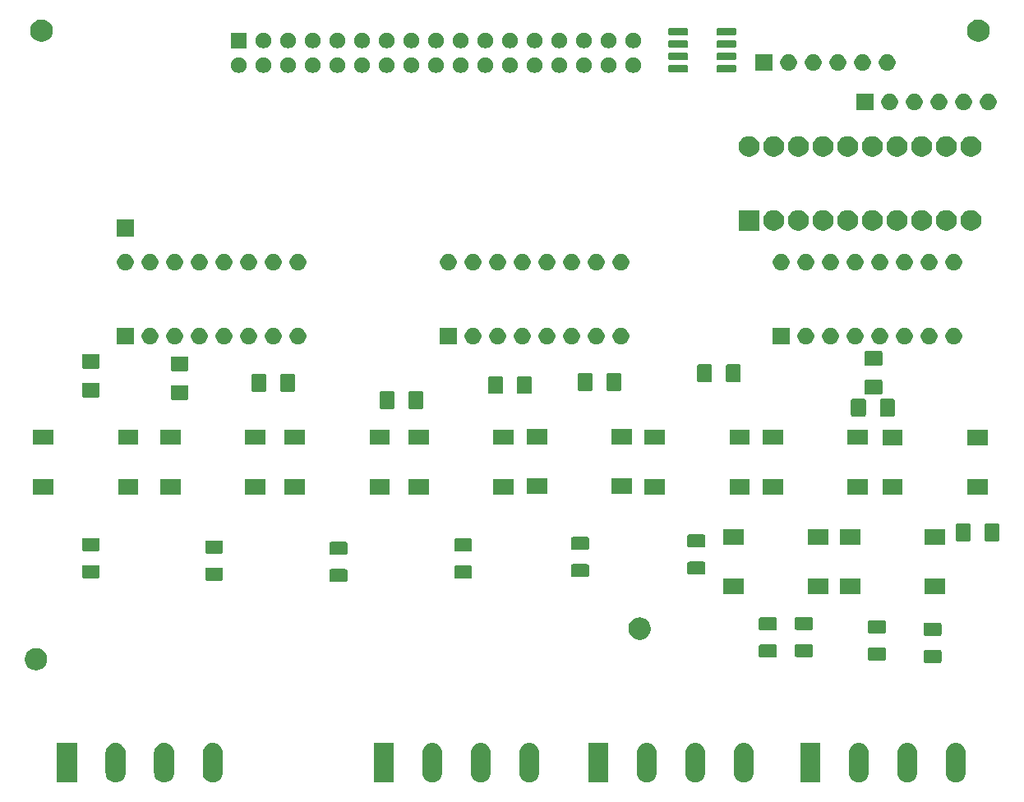
<source format=gbr>
%TF.GenerationSoftware,KiCad,Pcbnew,5.1.6-c6e7f7d~87~ubuntu18.04.1*%
%TF.CreationDate,2020-08-09T11:38:30+02:00*%
%TF.ProjectId,sboxnet-gbm,73626f78-6e65-4742-9d67-626d2e6b6963,rev?*%
%TF.SameCoordinates,Original*%
%TF.FileFunction,Soldermask,Bot*%
%TF.FilePolarity,Negative*%
%FSLAX46Y46*%
G04 Gerber Fmt 4.6, Leading zero omitted, Abs format (unit mm)*
G04 Created by KiCad (PCBNEW 5.1.6-c6e7f7d~87~ubuntu18.04.1) date 2020-08-09 11:38:30*
%MOMM*%
%LPD*%
G01*
G04 APERTURE LIST*
%ADD10C,0.100000*%
G04 APERTURE END LIST*
D10*
G36*
X142741271Y-107712063D02*
G01*
X142937500Y-107771589D01*
X143118346Y-107868253D01*
X143159637Y-107902140D01*
X143276860Y-107998340D01*
X143406948Y-108156855D01*
X143503610Y-108337697D01*
X143503611Y-108337699D01*
X143563137Y-108533928D01*
X143578200Y-108686868D01*
X143578200Y-110769132D01*
X143563137Y-110922072D01*
X143503611Y-111118301D01*
X143503610Y-111118303D01*
X143406948Y-111299145D01*
X143276860Y-111457660D01*
X143118345Y-111587748D01*
X142937503Y-111684410D01*
X142937501Y-111684411D01*
X142741272Y-111743937D01*
X142537200Y-111764036D01*
X142333129Y-111743937D01*
X142136900Y-111684411D01*
X142136898Y-111684410D01*
X141956056Y-111587748D01*
X141797541Y-111457660D01*
X141667453Y-111299145D01*
X141570791Y-111118303D01*
X141570790Y-111118301D01*
X141511264Y-110922072D01*
X141496201Y-110769132D01*
X141496200Y-108686869D01*
X141511263Y-108533929D01*
X141570789Y-108337700D01*
X141667453Y-108156854D01*
X141701340Y-108115563D01*
X141797540Y-107998340D01*
X141956055Y-107868252D01*
X142136897Y-107771590D01*
X142136899Y-107771589D01*
X142333128Y-107712063D01*
X142537200Y-107691964D01*
X142741271Y-107712063D01*
G37*
G36*
X147741271Y-107712063D02*
G01*
X147937500Y-107771589D01*
X148118346Y-107868253D01*
X148159637Y-107902140D01*
X148276860Y-107998340D01*
X148406948Y-108156855D01*
X148503610Y-108337697D01*
X148503611Y-108337699D01*
X148563137Y-108533928D01*
X148578200Y-108686868D01*
X148578200Y-110769132D01*
X148563137Y-110922072D01*
X148503611Y-111118301D01*
X148503610Y-111118303D01*
X148406948Y-111299145D01*
X148276860Y-111457660D01*
X148118345Y-111587748D01*
X147937503Y-111684410D01*
X147937501Y-111684411D01*
X147741272Y-111743937D01*
X147537200Y-111764036D01*
X147333129Y-111743937D01*
X147136900Y-111684411D01*
X147136898Y-111684410D01*
X146956056Y-111587748D01*
X146797541Y-111457660D01*
X146667453Y-111299145D01*
X146570791Y-111118303D01*
X146570790Y-111118301D01*
X146511264Y-110922072D01*
X146496201Y-110769132D01*
X146496200Y-108686869D01*
X146511263Y-108533929D01*
X146570789Y-108337700D01*
X146667453Y-108156854D01*
X146701340Y-108115563D01*
X146797540Y-107998340D01*
X146956055Y-107868252D01*
X147136897Y-107771590D01*
X147136899Y-107771589D01*
X147333128Y-107712063D01*
X147537200Y-107691964D01*
X147741271Y-107712063D01*
G37*
G36*
X137741271Y-107712063D02*
G01*
X137937500Y-107771589D01*
X138118346Y-107868253D01*
X138159637Y-107902140D01*
X138276860Y-107998340D01*
X138406948Y-108156855D01*
X138503610Y-108337697D01*
X138503611Y-108337699D01*
X138563137Y-108533928D01*
X138578200Y-108686868D01*
X138578200Y-110769132D01*
X138563137Y-110922072D01*
X138503611Y-111118301D01*
X138503610Y-111118303D01*
X138406948Y-111299145D01*
X138276860Y-111457660D01*
X138118345Y-111587748D01*
X137937503Y-111684410D01*
X137937501Y-111684411D01*
X137741272Y-111743937D01*
X137537200Y-111764036D01*
X137333129Y-111743937D01*
X137136900Y-111684411D01*
X137136898Y-111684410D01*
X136956056Y-111587748D01*
X136797541Y-111457660D01*
X136667453Y-111299145D01*
X136570791Y-111118303D01*
X136570790Y-111118301D01*
X136511264Y-110922072D01*
X136496201Y-110769132D01*
X136496200Y-108686869D01*
X136511263Y-108533929D01*
X136570789Y-108337700D01*
X136667453Y-108156854D01*
X136701340Y-108115563D01*
X136797540Y-107998340D01*
X136956055Y-107868252D01*
X137136897Y-107771590D01*
X137136899Y-107771589D01*
X137333128Y-107712063D01*
X137537200Y-107691964D01*
X137741271Y-107712063D01*
G37*
G36*
X120897271Y-107712063D02*
G01*
X121093500Y-107771589D01*
X121274346Y-107868253D01*
X121315637Y-107902140D01*
X121432860Y-107998340D01*
X121562948Y-108156855D01*
X121659610Y-108337697D01*
X121659611Y-108337699D01*
X121719137Y-108533928D01*
X121734200Y-108686868D01*
X121734200Y-110769132D01*
X121719137Y-110922072D01*
X121659611Y-111118301D01*
X121659610Y-111118303D01*
X121562948Y-111299145D01*
X121432860Y-111457660D01*
X121274345Y-111587748D01*
X121093503Y-111684410D01*
X121093501Y-111684411D01*
X120897272Y-111743937D01*
X120693200Y-111764036D01*
X120489129Y-111743937D01*
X120292900Y-111684411D01*
X120292898Y-111684410D01*
X120112056Y-111587748D01*
X119953541Y-111457660D01*
X119823453Y-111299145D01*
X119726791Y-111118303D01*
X119726790Y-111118301D01*
X119667264Y-110922072D01*
X119652201Y-110769132D01*
X119652200Y-108686869D01*
X119667263Y-108533929D01*
X119726789Y-108337700D01*
X119823453Y-108156854D01*
X119857340Y-108115563D01*
X119953540Y-107998340D01*
X120112055Y-107868252D01*
X120292897Y-107771590D01*
X120292899Y-107771589D01*
X120489128Y-107712063D01*
X120693200Y-107691964D01*
X120897271Y-107712063D01*
G37*
G36*
X125897271Y-107712063D02*
G01*
X126093500Y-107771589D01*
X126274346Y-107868253D01*
X126315637Y-107902140D01*
X126432860Y-107998340D01*
X126562948Y-108156855D01*
X126659610Y-108337697D01*
X126659611Y-108337699D01*
X126719137Y-108533928D01*
X126734200Y-108686868D01*
X126734200Y-110769132D01*
X126719137Y-110922072D01*
X126659611Y-111118301D01*
X126659610Y-111118303D01*
X126562948Y-111299145D01*
X126432860Y-111457660D01*
X126274345Y-111587748D01*
X126093503Y-111684410D01*
X126093501Y-111684411D01*
X125897272Y-111743937D01*
X125693200Y-111764036D01*
X125489129Y-111743937D01*
X125292900Y-111684411D01*
X125292898Y-111684410D01*
X125112056Y-111587748D01*
X124953541Y-111457660D01*
X124823453Y-111299145D01*
X124726791Y-111118303D01*
X124726790Y-111118301D01*
X124667264Y-110922072D01*
X124652201Y-110769132D01*
X124652200Y-108686869D01*
X124667263Y-108533929D01*
X124726789Y-108337700D01*
X124823453Y-108156854D01*
X124857340Y-108115563D01*
X124953540Y-107998340D01*
X125112055Y-107868252D01*
X125292897Y-107771590D01*
X125292899Y-107771589D01*
X125489128Y-107712063D01*
X125693200Y-107691964D01*
X125897271Y-107712063D01*
G37*
G36*
X115897271Y-107712063D02*
G01*
X116093500Y-107771589D01*
X116274346Y-107868253D01*
X116315637Y-107902140D01*
X116432860Y-107998340D01*
X116562948Y-108156855D01*
X116659610Y-108337697D01*
X116659611Y-108337699D01*
X116719137Y-108533928D01*
X116734200Y-108686868D01*
X116734200Y-110769132D01*
X116719137Y-110922072D01*
X116659611Y-111118301D01*
X116659610Y-111118303D01*
X116562948Y-111299145D01*
X116432860Y-111457660D01*
X116274345Y-111587748D01*
X116093503Y-111684410D01*
X116093501Y-111684411D01*
X115897272Y-111743937D01*
X115693200Y-111764036D01*
X115489129Y-111743937D01*
X115292900Y-111684411D01*
X115292898Y-111684410D01*
X115112056Y-111587748D01*
X114953541Y-111457660D01*
X114823453Y-111299145D01*
X114726791Y-111118303D01*
X114726790Y-111118301D01*
X114667264Y-110922072D01*
X114652201Y-110769132D01*
X114652200Y-108686869D01*
X114667263Y-108533929D01*
X114726789Y-108337700D01*
X114823453Y-108156854D01*
X114857340Y-108115563D01*
X114953540Y-107998340D01*
X115112055Y-107868252D01*
X115292897Y-107771590D01*
X115292899Y-107771589D01*
X115489128Y-107712063D01*
X115693200Y-107691964D01*
X115897271Y-107712063D01*
G37*
G36*
X98799271Y-107712063D02*
G01*
X98995500Y-107771589D01*
X99176346Y-107868253D01*
X99217637Y-107902140D01*
X99334860Y-107998340D01*
X99464948Y-108156855D01*
X99561610Y-108337697D01*
X99561611Y-108337699D01*
X99621137Y-108533928D01*
X99636200Y-108686868D01*
X99636200Y-110769132D01*
X99621137Y-110922072D01*
X99561611Y-111118301D01*
X99561610Y-111118303D01*
X99464948Y-111299145D01*
X99334860Y-111457660D01*
X99176345Y-111587748D01*
X98995503Y-111684410D01*
X98995501Y-111684411D01*
X98799272Y-111743937D01*
X98595200Y-111764036D01*
X98391129Y-111743937D01*
X98194900Y-111684411D01*
X98194898Y-111684410D01*
X98014056Y-111587748D01*
X97855541Y-111457660D01*
X97725453Y-111299145D01*
X97628791Y-111118303D01*
X97628790Y-111118301D01*
X97569264Y-110922072D01*
X97554201Y-110769132D01*
X97554200Y-108686869D01*
X97569263Y-108533929D01*
X97628789Y-108337700D01*
X97725453Y-108156854D01*
X97759340Y-108115563D01*
X97855540Y-107998340D01*
X98014055Y-107868252D01*
X98194897Y-107771590D01*
X98194899Y-107771589D01*
X98391128Y-107712063D01*
X98595200Y-107691964D01*
X98799271Y-107712063D01*
G37*
G36*
X103799271Y-107712063D02*
G01*
X103995500Y-107771589D01*
X104176346Y-107868253D01*
X104217637Y-107902140D01*
X104334860Y-107998340D01*
X104464948Y-108156855D01*
X104561610Y-108337697D01*
X104561611Y-108337699D01*
X104621137Y-108533928D01*
X104636200Y-108686868D01*
X104636200Y-110769132D01*
X104621137Y-110922072D01*
X104561611Y-111118301D01*
X104561610Y-111118303D01*
X104464948Y-111299145D01*
X104334860Y-111457660D01*
X104176345Y-111587748D01*
X103995503Y-111684410D01*
X103995501Y-111684411D01*
X103799272Y-111743937D01*
X103595200Y-111764036D01*
X103391129Y-111743937D01*
X103194900Y-111684411D01*
X103194898Y-111684410D01*
X103014056Y-111587748D01*
X102855541Y-111457660D01*
X102725453Y-111299145D01*
X102628791Y-111118303D01*
X102628790Y-111118301D01*
X102569264Y-110922072D01*
X102554201Y-110769132D01*
X102554200Y-108686869D01*
X102569263Y-108533929D01*
X102628789Y-108337700D01*
X102725453Y-108156854D01*
X102759340Y-108115563D01*
X102855540Y-107998340D01*
X103014055Y-107868252D01*
X103194897Y-107771590D01*
X103194899Y-107771589D01*
X103391128Y-107712063D01*
X103595200Y-107691964D01*
X103799271Y-107712063D01*
G37*
G36*
X93799271Y-107712063D02*
G01*
X93995500Y-107771589D01*
X94176346Y-107868253D01*
X94217637Y-107902140D01*
X94334860Y-107998340D01*
X94464948Y-108156855D01*
X94561610Y-108337697D01*
X94561611Y-108337699D01*
X94621137Y-108533928D01*
X94636200Y-108686868D01*
X94636200Y-110769132D01*
X94621137Y-110922072D01*
X94561611Y-111118301D01*
X94561610Y-111118303D01*
X94464948Y-111299145D01*
X94334860Y-111457660D01*
X94176345Y-111587748D01*
X93995503Y-111684410D01*
X93995501Y-111684411D01*
X93799272Y-111743937D01*
X93595200Y-111764036D01*
X93391129Y-111743937D01*
X93194900Y-111684411D01*
X93194898Y-111684410D01*
X93014056Y-111587748D01*
X92855541Y-111457660D01*
X92725453Y-111299145D01*
X92628791Y-111118303D01*
X92628790Y-111118301D01*
X92569264Y-110922072D01*
X92554201Y-110769132D01*
X92554200Y-108686869D01*
X92569263Y-108533929D01*
X92628789Y-108337700D01*
X92725453Y-108156854D01*
X92759340Y-108115563D01*
X92855540Y-107998340D01*
X93014055Y-107868252D01*
X93194897Y-107771590D01*
X93194899Y-107771589D01*
X93391128Y-107712063D01*
X93595200Y-107691964D01*
X93799271Y-107712063D01*
G37*
G36*
X66185671Y-107712063D02*
G01*
X66381900Y-107771589D01*
X66562746Y-107868253D01*
X66604037Y-107902140D01*
X66721260Y-107998340D01*
X66851348Y-108156855D01*
X66948010Y-108337697D01*
X66948011Y-108337699D01*
X67007537Y-108533928D01*
X67022600Y-108686868D01*
X67022600Y-110769132D01*
X67007537Y-110922072D01*
X66948011Y-111118301D01*
X66948010Y-111118303D01*
X66851348Y-111299145D01*
X66721260Y-111457660D01*
X66562745Y-111587748D01*
X66381903Y-111684410D01*
X66381901Y-111684411D01*
X66185672Y-111743937D01*
X65981600Y-111764036D01*
X65777529Y-111743937D01*
X65581300Y-111684411D01*
X65581298Y-111684410D01*
X65400456Y-111587748D01*
X65241941Y-111457660D01*
X65111853Y-111299145D01*
X65015191Y-111118303D01*
X65015190Y-111118301D01*
X64955664Y-110922072D01*
X64940601Y-110769132D01*
X64940600Y-108686869D01*
X64955663Y-108533929D01*
X65015189Y-108337700D01*
X65111853Y-108156854D01*
X65145740Y-108115563D01*
X65241940Y-107998340D01*
X65400455Y-107868252D01*
X65581297Y-107771590D01*
X65581299Y-107771589D01*
X65777528Y-107712063D01*
X65981600Y-107691964D01*
X66185671Y-107712063D01*
G37*
G36*
X61185671Y-107712063D02*
G01*
X61381900Y-107771589D01*
X61562746Y-107868253D01*
X61604037Y-107902140D01*
X61721260Y-107998340D01*
X61851348Y-108156855D01*
X61948010Y-108337697D01*
X61948011Y-108337699D01*
X62007537Y-108533928D01*
X62022600Y-108686868D01*
X62022600Y-110769132D01*
X62007537Y-110922072D01*
X61948011Y-111118301D01*
X61948010Y-111118303D01*
X61851348Y-111299145D01*
X61721260Y-111457660D01*
X61562745Y-111587748D01*
X61381903Y-111684410D01*
X61381901Y-111684411D01*
X61185672Y-111743937D01*
X60981600Y-111764036D01*
X60777529Y-111743937D01*
X60581300Y-111684411D01*
X60581298Y-111684410D01*
X60400456Y-111587748D01*
X60241941Y-111457660D01*
X60111853Y-111299145D01*
X60015191Y-111118303D01*
X60015190Y-111118301D01*
X59955664Y-110922072D01*
X59940601Y-110769132D01*
X59940600Y-108686869D01*
X59955663Y-108533929D01*
X60015189Y-108337700D01*
X60111853Y-108156854D01*
X60145740Y-108115563D01*
X60241940Y-107998340D01*
X60400455Y-107868252D01*
X60581297Y-107771590D01*
X60581299Y-107771589D01*
X60777528Y-107712063D01*
X60981600Y-107691964D01*
X61185671Y-107712063D01*
G37*
G36*
X71185671Y-107712063D02*
G01*
X71381900Y-107771589D01*
X71562746Y-107868253D01*
X71604037Y-107902140D01*
X71721260Y-107998340D01*
X71851348Y-108156855D01*
X71948010Y-108337697D01*
X71948011Y-108337699D01*
X72007537Y-108533928D01*
X72022600Y-108686868D01*
X72022600Y-110769132D01*
X72007537Y-110922072D01*
X71948011Y-111118301D01*
X71948010Y-111118303D01*
X71851348Y-111299145D01*
X71721260Y-111457660D01*
X71562745Y-111587748D01*
X71381903Y-111684410D01*
X71381901Y-111684411D01*
X71185672Y-111743937D01*
X70981600Y-111764036D01*
X70777529Y-111743937D01*
X70581300Y-111684411D01*
X70581298Y-111684410D01*
X70400456Y-111587748D01*
X70241941Y-111457660D01*
X70111853Y-111299145D01*
X70015191Y-111118303D01*
X70015190Y-111118301D01*
X69955664Y-110922072D01*
X69940601Y-110769132D01*
X69940600Y-108686869D01*
X69955663Y-108533929D01*
X70015189Y-108337700D01*
X70111853Y-108156854D01*
X70145740Y-108115563D01*
X70241940Y-107998340D01*
X70400455Y-107868252D01*
X70581297Y-107771590D01*
X70581299Y-107771589D01*
X70777528Y-107712063D01*
X70981600Y-107691964D01*
X71185671Y-107712063D01*
G37*
G36*
X111734200Y-111759000D02*
G01*
X109652200Y-111759000D01*
X109652200Y-107697000D01*
X111734200Y-107697000D01*
X111734200Y-111759000D01*
G37*
G36*
X133578200Y-111759000D02*
G01*
X131496200Y-111759000D01*
X131496200Y-107697000D01*
X133578200Y-107697000D01*
X133578200Y-111759000D01*
G37*
G36*
X89636200Y-111759000D02*
G01*
X87554200Y-111759000D01*
X87554200Y-107697000D01*
X89636200Y-107697000D01*
X89636200Y-111759000D01*
G37*
G36*
X57022600Y-111759000D02*
G01*
X54940600Y-111759000D01*
X54940600Y-107697000D01*
X57022600Y-107697000D01*
X57022600Y-111759000D01*
G37*
G36*
X53005749Y-97931116D02*
G01*
X53116934Y-97953232D01*
X53326403Y-98039997D01*
X53514920Y-98165960D01*
X53675240Y-98326280D01*
X53801203Y-98514797D01*
X53887968Y-98724266D01*
X53899043Y-98779944D01*
X53932200Y-98946635D01*
X53932200Y-99173365D01*
X53926653Y-99201253D01*
X53887968Y-99395734D01*
X53801203Y-99605203D01*
X53675240Y-99793720D01*
X53514920Y-99954040D01*
X53326403Y-100080003D01*
X53116934Y-100166768D01*
X53005749Y-100188884D01*
X52894565Y-100211000D01*
X52667835Y-100211000D01*
X52556651Y-100188884D01*
X52445466Y-100166768D01*
X52235997Y-100080003D01*
X52047480Y-99954040D01*
X51887160Y-99793720D01*
X51761197Y-99605203D01*
X51674432Y-99395734D01*
X51635747Y-99201253D01*
X51630200Y-99173365D01*
X51630200Y-98946635D01*
X51663357Y-98779944D01*
X51674432Y-98724266D01*
X51761197Y-98514797D01*
X51887160Y-98326280D01*
X52047480Y-98165960D01*
X52235997Y-98039997D01*
X52445466Y-97953232D01*
X52556651Y-97931116D01*
X52667835Y-97909000D01*
X52894565Y-97909000D01*
X53005749Y-97931116D01*
G37*
G36*
X145904204Y-98111947D02*
G01*
X145940744Y-98123032D01*
X145974421Y-98141033D01*
X146003941Y-98165259D01*
X146028167Y-98194779D01*
X146046168Y-98228456D01*
X146057253Y-98264996D01*
X146061600Y-98309138D01*
X146061600Y-99258062D01*
X146057253Y-99302204D01*
X146046168Y-99338744D01*
X146028167Y-99372421D01*
X146003941Y-99401941D01*
X145974421Y-99426167D01*
X145940744Y-99444168D01*
X145904204Y-99455253D01*
X145860062Y-99459600D01*
X144411138Y-99459600D01*
X144366996Y-99455253D01*
X144330456Y-99444168D01*
X144296779Y-99426167D01*
X144267259Y-99401941D01*
X144243033Y-99372421D01*
X144225032Y-99338744D01*
X144213947Y-99302204D01*
X144209600Y-99258062D01*
X144209600Y-98309138D01*
X144213947Y-98264996D01*
X144225032Y-98228456D01*
X144243033Y-98194779D01*
X144267259Y-98165259D01*
X144296779Y-98141033D01*
X144330456Y-98123032D01*
X144366996Y-98111947D01*
X144411138Y-98107600D01*
X145860062Y-98107600D01*
X145904204Y-98111947D01*
G37*
G36*
X140163804Y-97857947D02*
G01*
X140200344Y-97869032D01*
X140234021Y-97887033D01*
X140263541Y-97911259D01*
X140287767Y-97940779D01*
X140305768Y-97974456D01*
X140316853Y-98010996D01*
X140321200Y-98055138D01*
X140321200Y-99004062D01*
X140316853Y-99048204D01*
X140305768Y-99084744D01*
X140287767Y-99118421D01*
X140263541Y-99147941D01*
X140234021Y-99172167D01*
X140200344Y-99190168D01*
X140163804Y-99201253D01*
X140119662Y-99205600D01*
X138670738Y-99205600D01*
X138626596Y-99201253D01*
X138590056Y-99190168D01*
X138556379Y-99172167D01*
X138526859Y-99147941D01*
X138502633Y-99118421D01*
X138484632Y-99084744D01*
X138473547Y-99048204D01*
X138469200Y-99004062D01*
X138469200Y-98055138D01*
X138473547Y-98010996D01*
X138484632Y-97974456D01*
X138502633Y-97940779D01*
X138526859Y-97911259D01*
X138556379Y-97887033D01*
X138590056Y-97869032D01*
X138626596Y-97857947D01*
X138670738Y-97853600D01*
X140119662Y-97853600D01*
X140163804Y-97857947D01*
G37*
G36*
X128937004Y-97553147D02*
G01*
X128973544Y-97564232D01*
X129007221Y-97582233D01*
X129036741Y-97606459D01*
X129060967Y-97635979D01*
X129078968Y-97669656D01*
X129090053Y-97706196D01*
X129094400Y-97750338D01*
X129094400Y-98699262D01*
X129090053Y-98743404D01*
X129078968Y-98779944D01*
X129060967Y-98813621D01*
X129036741Y-98843141D01*
X129007221Y-98867367D01*
X128973544Y-98885368D01*
X128937004Y-98896453D01*
X128892862Y-98900800D01*
X127443938Y-98900800D01*
X127399796Y-98896453D01*
X127363256Y-98885368D01*
X127329579Y-98867367D01*
X127300059Y-98843141D01*
X127275833Y-98813621D01*
X127257832Y-98779944D01*
X127246747Y-98743404D01*
X127242400Y-98699262D01*
X127242400Y-97750338D01*
X127246747Y-97706196D01*
X127257832Y-97669656D01*
X127275833Y-97635979D01*
X127300059Y-97606459D01*
X127329579Y-97582233D01*
X127363256Y-97564232D01*
X127399796Y-97553147D01*
X127443938Y-97548800D01*
X128892862Y-97548800D01*
X128937004Y-97553147D01*
G37*
G36*
X132645404Y-97502347D02*
G01*
X132681944Y-97513432D01*
X132715621Y-97531433D01*
X132745141Y-97555659D01*
X132769367Y-97585179D01*
X132787368Y-97618856D01*
X132798453Y-97655396D01*
X132802800Y-97699538D01*
X132802800Y-98648462D01*
X132798453Y-98692604D01*
X132787368Y-98729144D01*
X132769367Y-98762821D01*
X132745141Y-98792341D01*
X132715621Y-98816567D01*
X132681944Y-98834568D01*
X132645404Y-98845653D01*
X132601262Y-98850000D01*
X131152338Y-98850000D01*
X131108196Y-98845653D01*
X131071656Y-98834568D01*
X131037979Y-98816567D01*
X131008459Y-98792341D01*
X130984233Y-98762821D01*
X130966232Y-98729144D01*
X130955147Y-98692604D01*
X130950800Y-98648462D01*
X130950800Y-97699538D01*
X130955147Y-97655396D01*
X130966232Y-97618856D01*
X130984233Y-97585179D01*
X131008459Y-97555659D01*
X131037979Y-97531433D01*
X131071656Y-97513432D01*
X131108196Y-97502347D01*
X131152338Y-97498000D01*
X132601262Y-97498000D01*
X132645404Y-97502347D01*
G37*
G36*
X115163241Y-94777198D02*
G01*
X115296134Y-94803632D01*
X115505603Y-94890397D01*
X115694120Y-95016360D01*
X115854440Y-95176680D01*
X115952229Y-95323032D01*
X115980404Y-95365199D01*
X116067168Y-95574667D01*
X116111400Y-95797035D01*
X116111400Y-96023765D01*
X116105141Y-96055229D01*
X116067168Y-96246134D01*
X116033920Y-96326402D01*
X115986058Y-96441952D01*
X115980403Y-96455603D01*
X115854440Y-96644120D01*
X115694120Y-96804440D01*
X115505603Y-96930403D01*
X115296134Y-97017168D01*
X115184949Y-97039284D01*
X115073765Y-97061400D01*
X114847035Y-97061400D01*
X114735851Y-97039284D01*
X114624666Y-97017168D01*
X114415197Y-96930403D01*
X114226680Y-96804440D01*
X114066360Y-96644120D01*
X113940397Y-96455603D01*
X113934743Y-96441952D01*
X113886880Y-96326402D01*
X113853632Y-96246134D01*
X113815659Y-96055229D01*
X113809400Y-96023765D01*
X113809400Y-95797035D01*
X113853632Y-95574667D01*
X113940396Y-95365199D01*
X113968571Y-95323032D01*
X114066360Y-95176680D01*
X114226680Y-95016360D01*
X114415197Y-94890397D01*
X114624666Y-94803632D01*
X114757559Y-94777198D01*
X114847035Y-94759400D01*
X115073765Y-94759400D01*
X115163241Y-94777198D01*
G37*
G36*
X145904204Y-95311947D02*
G01*
X145940744Y-95323032D01*
X145974421Y-95341033D01*
X146003941Y-95365259D01*
X146028167Y-95394779D01*
X146046168Y-95428456D01*
X146057253Y-95464996D01*
X146061600Y-95509138D01*
X146061600Y-96458062D01*
X146057253Y-96502204D01*
X146046168Y-96538744D01*
X146028167Y-96572421D01*
X146003941Y-96601941D01*
X145974421Y-96626167D01*
X145940744Y-96644168D01*
X145904204Y-96655253D01*
X145860062Y-96659600D01*
X144411138Y-96659600D01*
X144366996Y-96655253D01*
X144330456Y-96644168D01*
X144296779Y-96626167D01*
X144267259Y-96601941D01*
X144243033Y-96572421D01*
X144225032Y-96538744D01*
X144213947Y-96502204D01*
X144209600Y-96458062D01*
X144209600Y-95509138D01*
X144213947Y-95464996D01*
X144225032Y-95428456D01*
X144243033Y-95394779D01*
X144267259Y-95365259D01*
X144296779Y-95341033D01*
X144330456Y-95323032D01*
X144366996Y-95311947D01*
X144411138Y-95307600D01*
X145860062Y-95307600D01*
X145904204Y-95311947D01*
G37*
G36*
X140163804Y-95057947D02*
G01*
X140200344Y-95069032D01*
X140234021Y-95087033D01*
X140263541Y-95111259D01*
X140287767Y-95140779D01*
X140305768Y-95174456D01*
X140316853Y-95210996D01*
X140321200Y-95255138D01*
X140321200Y-96204062D01*
X140316853Y-96248204D01*
X140305768Y-96284744D01*
X140287767Y-96318421D01*
X140263541Y-96347941D01*
X140234021Y-96372167D01*
X140200344Y-96390168D01*
X140163804Y-96401253D01*
X140119662Y-96405600D01*
X138670738Y-96405600D01*
X138626596Y-96401253D01*
X138590056Y-96390168D01*
X138556379Y-96372167D01*
X138526859Y-96347941D01*
X138502633Y-96318421D01*
X138484632Y-96284744D01*
X138473547Y-96248204D01*
X138469200Y-96204062D01*
X138469200Y-95255138D01*
X138473547Y-95210996D01*
X138484632Y-95174456D01*
X138502633Y-95140779D01*
X138526859Y-95111259D01*
X138556379Y-95087033D01*
X138590056Y-95069032D01*
X138626596Y-95057947D01*
X138670738Y-95053600D01*
X140119662Y-95053600D01*
X140163804Y-95057947D01*
G37*
G36*
X128937004Y-94753147D02*
G01*
X128973544Y-94764232D01*
X129007221Y-94782233D01*
X129036741Y-94806459D01*
X129060967Y-94835979D01*
X129078968Y-94869656D01*
X129090053Y-94906196D01*
X129094400Y-94950338D01*
X129094400Y-95899262D01*
X129090053Y-95943404D01*
X129078968Y-95979944D01*
X129060967Y-96013621D01*
X129036741Y-96043141D01*
X129007221Y-96067367D01*
X128973544Y-96085368D01*
X128937004Y-96096453D01*
X128892862Y-96100800D01*
X127443938Y-96100800D01*
X127399796Y-96096453D01*
X127363256Y-96085368D01*
X127329579Y-96067367D01*
X127300059Y-96043141D01*
X127275833Y-96013621D01*
X127257832Y-95979944D01*
X127246747Y-95943404D01*
X127242400Y-95899262D01*
X127242400Y-94950338D01*
X127246747Y-94906196D01*
X127257832Y-94869656D01*
X127275833Y-94835979D01*
X127300059Y-94806459D01*
X127329579Y-94782233D01*
X127363256Y-94764232D01*
X127399796Y-94753147D01*
X127443938Y-94748800D01*
X128892862Y-94748800D01*
X128937004Y-94753147D01*
G37*
G36*
X132645404Y-94702347D02*
G01*
X132681944Y-94713432D01*
X132715621Y-94731433D01*
X132745141Y-94755659D01*
X132769367Y-94785179D01*
X132787368Y-94818856D01*
X132798453Y-94855396D01*
X132802800Y-94899538D01*
X132802800Y-95848462D01*
X132798453Y-95892604D01*
X132787368Y-95929144D01*
X132769367Y-95962821D01*
X132745141Y-95992341D01*
X132715621Y-96016567D01*
X132681944Y-96034568D01*
X132645404Y-96045653D01*
X132601262Y-96050000D01*
X131152338Y-96050000D01*
X131108196Y-96045653D01*
X131071656Y-96034568D01*
X131037979Y-96016567D01*
X131008459Y-95992341D01*
X130984233Y-95962821D01*
X130966232Y-95929144D01*
X130955147Y-95892604D01*
X130950800Y-95848462D01*
X130950800Y-94899538D01*
X130955147Y-94855396D01*
X130966232Y-94818856D01*
X130984233Y-94785179D01*
X131008459Y-94755659D01*
X131037979Y-94731433D01*
X131071656Y-94713432D01*
X131108196Y-94702347D01*
X131152338Y-94698000D01*
X132601262Y-94698000D01*
X132645404Y-94702347D01*
G37*
G36*
X137701800Y-92352600D02*
G01*
X135599800Y-92352600D01*
X135599800Y-90750600D01*
X137701800Y-90750600D01*
X137701800Y-92352600D01*
G37*
G36*
X134402200Y-92352600D02*
G01*
X132300200Y-92352600D01*
X132300200Y-90750600D01*
X134402200Y-90750600D01*
X134402200Y-92352600D01*
G37*
G36*
X146441800Y-92352600D02*
G01*
X144339800Y-92352600D01*
X144339800Y-90750600D01*
X146441800Y-90750600D01*
X146441800Y-92352600D01*
G37*
G36*
X125662200Y-92352600D02*
G01*
X123560200Y-92352600D01*
X123560200Y-90750600D01*
X125662200Y-90750600D01*
X125662200Y-92352600D01*
G37*
G36*
X84690204Y-89780747D02*
G01*
X84726744Y-89791832D01*
X84760421Y-89809833D01*
X84789941Y-89834059D01*
X84814167Y-89863579D01*
X84832168Y-89897256D01*
X84843253Y-89933796D01*
X84847600Y-89977938D01*
X84847600Y-90926862D01*
X84843253Y-90971004D01*
X84832168Y-91007544D01*
X84814167Y-91041221D01*
X84789941Y-91070741D01*
X84760421Y-91094967D01*
X84726744Y-91112968D01*
X84690204Y-91124053D01*
X84646062Y-91128400D01*
X83197138Y-91128400D01*
X83152996Y-91124053D01*
X83116456Y-91112968D01*
X83082779Y-91094967D01*
X83053259Y-91070741D01*
X83029033Y-91041221D01*
X83011032Y-91007544D01*
X82999947Y-90971004D01*
X82995600Y-90926862D01*
X82995600Y-89977938D01*
X82999947Y-89933796D01*
X83011032Y-89897256D01*
X83029033Y-89863579D01*
X83053259Y-89834059D01*
X83082779Y-89809833D01*
X83116456Y-89791832D01*
X83152996Y-89780747D01*
X83197138Y-89776400D01*
X84646062Y-89776400D01*
X84690204Y-89780747D01*
G37*
G36*
X71888604Y-89628347D02*
G01*
X71925144Y-89639432D01*
X71958821Y-89657433D01*
X71988341Y-89681659D01*
X72012567Y-89711179D01*
X72030568Y-89744856D01*
X72041653Y-89781396D01*
X72046000Y-89825538D01*
X72046000Y-90774462D01*
X72041653Y-90818604D01*
X72030568Y-90855144D01*
X72012567Y-90888821D01*
X71988341Y-90918341D01*
X71958821Y-90942567D01*
X71925144Y-90960568D01*
X71888604Y-90971653D01*
X71844462Y-90976000D01*
X70395538Y-90976000D01*
X70351396Y-90971653D01*
X70314856Y-90960568D01*
X70281179Y-90942567D01*
X70251659Y-90918341D01*
X70227433Y-90888821D01*
X70209432Y-90855144D01*
X70198347Y-90818604D01*
X70194000Y-90774462D01*
X70194000Y-89825538D01*
X70198347Y-89781396D01*
X70209432Y-89744856D01*
X70227433Y-89711179D01*
X70251659Y-89681659D01*
X70281179Y-89657433D01*
X70314856Y-89639432D01*
X70351396Y-89628347D01*
X70395538Y-89624000D01*
X71844462Y-89624000D01*
X71888604Y-89628347D01*
G37*
G36*
X97542604Y-89425147D02*
G01*
X97579144Y-89436232D01*
X97612821Y-89454233D01*
X97642341Y-89478459D01*
X97666567Y-89507979D01*
X97684568Y-89541656D01*
X97695653Y-89578196D01*
X97700000Y-89622338D01*
X97700000Y-90571262D01*
X97695653Y-90615404D01*
X97684568Y-90651944D01*
X97666567Y-90685621D01*
X97642341Y-90715141D01*
X97612821Y-90739367D01*
X97579144Y-90757368D01*
X97542604Y-90768453D01*
X97498462Y-90772800D01*
X96049538Y-90772800D01*
X96005396Y-90768453D01*
X95968856Y-90757368D01*
X95935179Y-90739367D01*
X95905659Y-90715141D01*
X95881433Y-90685621D01*
X95863432Y-90651944D01*
X95852347Y-90615404D01*
X95848000Y-90571262D01*
X95848000Y-89622338D01*
X95852347Y-89578196D01*
X95863432Y-89541656D01*
X95881433Y-89507979D01*
X95905659Y-89478459D01*
X95935179Y-89454233D01*
X95968856Y-89436232D01*
X96005396Y-89425147D01*
X96049538Y-89420800D01*
X97498462Y-89420800D01*
X97542604Y-89425147D01*
G37*
G36*
X59188604Y-89374347D02*
G01*
X59225144Y-89385432D01*
X59258821Y-89403433D01*
X59288341Y-89427659D01*
X59312567Y-89457179D01*
X59330568Y-89490856D01*
X59341653Y-89527396D01*
X59346000Y-89571538D01*
X59346000Y-90520462D01*
X59341653Y-90564604D01*
X59330568Y-90601144D01*
X59312567Y-90634821D01*
X59288341Y-90664341D01*
X59258821Y-90688567D01*
X59225144Y-90706568D01*
X59188604Y-90717653D01*
X59144462Y-90722000D01*
X57695538Y-90722000D01*
X57651396Y-90717653D01*
X57614856Y-90706568D01*
X57581179Y-90688567D01*
X57551659Y-90664341D01*
X57527433Y-90634821D01*
X57509432Y-90601144D01*
X57498347Y-90564604D01*
X57494000Y-90520462D01*
X57494000Y-89571538D01*
X57498347Y-89527396D01*
X57509432Y-89490856D01*
X57527433Y-89457179D01*
X57551659Y-89427659D01*
X57581179Y-89403433D01*
X57614856Y-89385432D01*
X57651396Y-89374347D01*
X57695538Y-89370000D01*
X59144462Y-89370000D01*
X59188604Y-89374347D01*
G37*
G36*
X109582204Y-89272747D02*
G01*
X109618744Y-89283832D01*
X109652421Y-89301833D01*
X109681941Y-89326059D01*
X109706167Y-89355579D01*
X109724168Y-89389256D01*
X109735253Y-89425796D01*
X109739600Y-89469938D01*
X109739600Y-90418862D01*
X109735253Y-90463004D01*
X109724168Y-90499544D01*
X109706167Y-90533221D01*
X109681941Y-90562741D01*
X109652421Y-90586967D01*
X109618744Y-90604968D01*
X109582204Y-90616053D01*
X109538062Y-90620400D01*
X108089138Y-90620400D01*
X108044996Y-90616053D01*
X108008456Y-90604968D01*
X107974779Y-90586967D01*
X107945259Y-90562741D01*
X107921033Y-90533221D01*
X107903032Y-90499544D01*
X107891947Y-90463004D01*
X107887600Y-90418862D01*
X107887600Y-89469938D01*
X107891947Y-89425796D01*
X107903032Y-89389256D01*
X107921033Y-89355579D01*
X107945259Y-89326059D01*
X107974779Y-89301833D01*
X108008456Y-89283832D01*
X108044996Y-89272747D01*
X108089138Y-89268400D01*
X109538062Y-89268400D01*
X109582204Y-89272747D01*
G37*
G36*
X121571004Y-89018747D02*
G01*
X121607544Y-89029832D01*
X121641221Y-89047833D01*
X121670741Y-89072059D01*
X121694967Y-89101579D01*
X121712968Y-89135256D01*
X121724053Y-89171796D01*
X121728400Y-89215938D01*
X121728400Y-90164862D01*
X121724053Y-90209004D01*
X121712968Y-90245544D01*
X121694967Y-90279221D01*
X121670741Y-90308741D01*
X121641221Y-90332967D01*
X121607544Y-90350968D01*
X121571004Y-90362053D01*
X121526862Y-90366400D01*
X120077938Y-90366400D01*
X120033796Y-90362053D01*
X119997256Y-90350968D01*
X119963579Y-90332967D01*
X119934059Y-90308741D01*
X119909833Y-90279221D01*
X119891832Y-90245544D01*
X119880747Y-90209004D01*
X119876400Y-90164862D01*
X119876400Y-89215938D01*
X119880747Y-89171796D01*
X119891832Y-89135256D01*
X119909833Y-89101579D01*
X119934059Y-89072059D01*
X119963579Y-89047833D01*
X119997256Y-89029832D01*
X120033796Y-89018747D01*
X120077938Y-89014400D01*
X121526862Y-89014400D01*
X121571004Y-89018747D01*
G37*
G36*
X84690204Y-86980747D02*
G01*
X84726744Y-86991832D01*
X84760421Y-87009833D01*
X84789941Y-87034059D01*
X84814167Y-87063579D01*
X84832168Y-87097256D01*
X84843253Y-87133796D01*
X84847600Y-87177938D01*
X84847600Y-88126862D01*
X84843253Y-88171004D01*
X84832168Y-88207544D01*
X84814167Y-88241221D01*
X84789941Y-88270741D01*
X84760421Y-88294967D01*
X84726744Y-88312968D01*
X84690204Y-88324053D01*
X84646062Y-88328400D01*
X83197138Y-88328400D01*
X83152996Y-88324053D01*
X83116456Y-88312968D01*
X83082779Y-88294967D01*
X83053259Y-88270741D01*
X83029033Y-88241221D01*
X83011032Y-88207544D01*
X82999947Y-88171004D01*
X82995600Y-88126862D01*
X82995600Y-87177938D01*
X82999947Y-87133796D01*
X83011032Y-87097256D01*
X83029033Y-87063579D01*
X83053259Y-87034059D01*
X83082779Y-87009833D01*
X83116456Y-86991832D01*
X83152996Y-86980747D01*
X83197138Y-86976400D01*
X84646062Y-86976400D01*
X84690204Y-86980747D01*
G37*
G36*
X71888604Y-86828347D02*
G01*
X71925144Y-86839432D01*
X71958821Y-86857433D01*
X71988341Y-86881659D01*
X72012567Y-86911179D01*
X72030568Y-86944856D01*
X72041653Y-86981396D01*
X72046000Y-87025538D01*
X72046000Y-87974462D01*
X72041653Y-88018604D01*
X72030568Y-88055144D01*
X72012567Y-88088821D01*
X71988341Y-88118341D01*
X71958821Y-88142567D01*
X71925144Y-88160568D01*
X71888604Y-88171653D01*
X71844462Y-88176000D01*
X70395538Y-88176000D01*
X70351396Y-88171653D01*
X70314856Y-88160568D01*
X70281179Y-88142567D01*
X70251659Y-88118341D01*
X70227433Y-88088821D01*
X70209432Y-88055144D01*
X70198347Y-88018604D01*
X70194000Y-87974462D01*
X70194000Y-87025538D01*
X70198347Y-86981396D01*
X70209432Y-86944856D01*
X70227433Y-86911179D01*
X70251659Y-86881659D01*
X70281179Y-86857433D01*
X70314856Y-86839432D01*
X70351396Y-86828347D01*
X70395538Y-86824000D01*
X71844462Y-86824000D01*
X71888604Y-86828347D01*
G37*
G36*
X97542604Y-86625147D02*
G01*
X97579144Y-86636232D01*
X97612821Y-86654233D01*
X97642341Y-86678459D01*
X97666567Y-86707979D01*
X97684568Y-86741656D01*
X97695653Y-86778196D01*
X97700000Y-86822338D01*
X97700000Y-87771262D01*
X97695653Y-87815404D01*
X97684568Y-87851944D01*
X97666567Y-87885621D01*
X97642341Y-87915141D01*
X97612821Y-87939367D01*
X97579144Y-87957368D01*
X97542604Y-87968453D01*
X97498462Y-87972800D01*
X96049538Y-87972800D01*
X96005396Y-87968453D01*
X95968856Y-87957368D01*
X95935179Y-87939367D01*
X95905659Y-87915141D01*
X95881433Y-87885621D01*
X95863432Y-87851944D01*
X95852347Y-87815404D01*
X95848000Y-87771262D01*
X95848000Y-86822338D01*
X95852347Y-86778196D01*
X95863432Y-86741656D01*
X95881433Y-86707979D01*
X95905659Y-86678459D01*
X95935179Y-86654233D01*
X95968856Y-86636232D01*
X96005396Y-86625147D01*
X96049538Y-86620800D01*
X97498462Y-86620800D01*
X97542604Y-86625147D01*
G37*
G36*
X59188604Y-86574347D02*
G01*
X59225144Y-86585432D01*
X59258821Y-86603433D01*
X59288341Y-86627659D01*
X59312567Y-86657179D01*
X59330568Y-86690856D01*
X59341653Y-86727396D01*
X59346000Y-86771538D01*
X59346000Y-87720462D01*
X59341653Y-87764604D01*
X59330568Y-87801144D01*
X59312567Y-87834821D01*
X59288341Y-87864341D01*
X59258821Y-87888567D01*
X59225144Y-87906568D01*
X59188604Y-87917653D01*
X59144462Y-87922000D01*
X57695538Y-87922000D01*
X57651396Y-87917653D01*
X57614856Y-87906568D01*
X57581179Y-87888567D01*
X57551659Y-87864341D01*
X57527433Y-87834821D01*
X57509432Y-87801144D01*
X57498347Y-87764604D01*
X57494000Y-87720462D01*
X57494000Y-86771538D01*
X57498347Y-86727396D01*
X57509432Y-86690856D01*
X57527433Y-86657179D01*
X57551659Y-86627659D01*
X57581179Y-86603433D01*
X57614856Y-86585432D01*
X57651396Y-86574347D01*
X57695538Y-86570000D01*
X59144462Y-86570000D01*
X59188604Y-86574347D01*
G37*
G36*
X109582204Y-86472747D02*
G01*
X109618744Y-86483832D01*
X109652421Y-86501833D01*
X109681941Y-86526059D01*
X109706167Y-86555579D01*
X109724168Y-86589256D01*
X109735253Y-86625796D01*
X109739600Y-86669938D01*
X109739600Y-87618862D01*
X109735253Y-87663004D01*
X109724168Y-87699544D01*
X109706167Y-87733221D01*
X109681941Y-87762741D01*
X109652421Y-87786967D01*
X109618744Y-87804968D01*
X109582204Y-87816053D01*
X109538062Y-87820400D01*
X108089138Y-87820400D01*
X108044996Y-87816053D01*
X108008456Y-87804968D01*
X107974779Y-87786967D01*
X107945259Y-87762741D01*
X107921033Y-87733221D01*
X107903032Y-87699544D01*
X107891947Y-87663004D01*
X107887600Y-87618862D01*
X107887600Y-86669938D01*
X107891947Y-86625796D01*
X107903032Y-86589256D01*
X107921033Y-86555579D01*
X107945259Y-86526059D01*
X107974779Y-86501833D01*
X108008456Y-86483832D01*
X108044996Y-86472747D01*
X108089138Y-86468400D01*
X109538062Y-86468400D01*
X109582204Y-86472747D01*
G37*
G36*
X121571004Y-86218747D02*
G01*
X121607544Y-86229832D01*
X121641221Y-86247833D01*
X121670741Y-86272059D01*
X121694967Y-86301579D01*
X121712968Y-86335256D01*
X121724053Y-86371796D01*
X121728400Y-86415938D01*
X121728400Y-87364862D01*
X121724053Y-87409004D01*
X121712968Y-87445544D01*
X121694967Y-87479221D01*
X121670741Y-87508741D01*
X121641221Y-87532967D01*
X121607544Y-87550968D01*
X121571004Y-87562053D01*
X121526862Y-87566400D01*
X120077938Y-87566400D01*
X120033796Y-87562053D01*
X119997256Y-87550968D01*
X119963579Y-87532967D01*
X119934059Y-87508741D01*
X119909833Y-87479221D01*
X119891832Y-87445544D01*
X119880747Y-87409004D01*
X119876400Y-87364862D01*
X119876400Y-86415938D01*
X119880747Y-86371796D01*
X119891832Y-86335256D01*
X119909833Y-86301579D01*
X119934059Y-86272059D01*
X119963579Y-86247833D01*
X119997256Y-86229832D01*
X120033796Y-86218747D01*
X120077938Y-86214400D01*
X121526862Y-86214400D01*
X121571004Y-86218747D01*
G37*
G36*
X137701800Y-87252600D02*
G01*
X135599800Y-87252600D01*
X135599800Y-85650600D01*
X137701800Y-85650600D01*
X137701800Y-87252600D01*
G37*
G36*
X134402200Y-87252600D02*
G01*
X132300200Y-87252600D01*
X132300200Y-85650600D01*
X134402200Y-85650600D01*
X134402200Y-87252600D01*
G37*
G36*
X146441800Y-87252600D02*
G01*
X144339800Y-87252600D01*
X144339800Y-85650600D01*
X146441800Y-85650600D01*
X146441800Y-87252600D01*
G37*
G36*
X125662200Y-87252600D02*
G01*
X123560200Y-87252600D01*
X123560200Y-85650600D01*
X125662200Y-85650600D01*
X125662200Y-87252600D01*
G37*
G36*
X148883962Y-85082581D02*
G01*
X148918881Y-85093174D01*
X148951063Y-85110376D01*
X148979273Y-85133527D01*
X149002424Y-85161737D01*
X149019626Y-85193919D01*
X149030219Y-85228838D01*
X149034400Y-85271295D01*
X149034400Y-86737505D01*
X149030219Y-86779962D01*
X149019626Y-86814881D01*
X149002424Y-86847063D01*
X148979273Y-86875273D01*
X148951063Y-86898424D01*
X148918881Y-86915626D01*
X148883962Y-86926219D01*
X148841505Y-86930400D01*
X147700295Y-86930400D01*
X147657838Y-86926219D01*
X147622919Y-86915626D01*
X147590737Y-86898424D01*
X147562527Y-86875273D01*
X147539376Y-86847063D01*
X147522174Y-86814881D01*
X147511581Y-86779962D01*
X147507400Y-86737505D01*
X147507400Y-85271295D01*
X147511581Y-85228838D01*
X147522174Y-85193919D01*
X147539376Y-85161737D01*
X147562527Y-85133527D01*
X147590737Y-85110376D01*
X147622919Y-85093174D01*
X147657838Y-85082581D01*
X147700295Y-85078400D01*
X148841505Y-85078400D01*
X148883962Y-85082581D01*
G37*
G36*
X151858962Y-85082581D02*
G01*
X151893881Y-85093174D01*
X151926063Y-85110376D01*
X151954273Y-85133527D01*
X151977424Y-85161737D01*
X151994626Y-85193919D01*
X152005219Y-85228838D01*
X152009400Y-85271295D01*
X152009400Y-86737505D01*
X152005219Y-86779962D01*
X151994626Y-86814881D01*
X151977424Y-86847063D01*
X151954273Y-86875273D01*
X151926063Y-86898424D01*
X151893881Y-86915626D01*
X151858962Y-86926219D01*
X151816505Y-86930400D01*
X150675295Y-86930400D01*
X150632838Y-86926219D01*
X150597919Y-86915626D01*
X150565737Y-86898424D01*
X150537527Y-86875273D01*
X150514376Y-86847063D01*
X150497174Y-86814881D01*
X150486581Y-86779962D01*
X150482400Y-86737505D01*
X150482400Y-85271295D01*
X150486581Y-85228838D01*
X150497174Y-85193919D01*
X150514376Y-85161737D01*
X150537527Y-85133527D01*
X150565737Y-85110376D01*
X150597919Y-85093174D01*
X150632838Y-85082581D01*
X150675295Y-85078400D01*
X151816505Y-85078400D01*
X151858962Y-85082581D01*
G37*
G36*
X150810600Y-82141800D02*
G01*
X148708600Y-82141800D01*
X148708600Y-80539800D01*
X150810600Y-80539800D01*
X150810600Y-82141800D01*
G37*
G36*
X142070600Y-82141800D02*
G01*
X139968600Y-82141800D01*
X139968600Y-80539800D01*
X142070600Y-80539800D01*
X142070600Y-82141800D01*
G37*
G36*
X117585000Y-82091000D02*
G01*
X115483000Y-82091000D01*
X115483000Y-80489000D01*
X117585000Y-80489000D01*
X117585000Y-82091000D01*
G37*
G36*
X138466200Y-82091000D02*
G01*
X136364200Y-82091000D01*
X136364200Y-80489000D01*
X138466200Y-80489000D01*
X138466200Y-82091000D01*
G37*
G36*
X129726200Y-82091000D02*
G01*
X127624200Y-82091000D01*
X127624200Y-80489000D01*
X129726200Y-80489000D01*
X129726200Y-82091000D01*
G37*
G36*
X63333000Y-82091000D02*
G01*
X61231000Y-82091000D01*
X61231000Y-80489000D01*
X63333000Y-80489000D01*
X63333000Y-82091000D01*
G37*
G36*
X54593000Y-82091000D02*
G01*
X52491000Y-82091000D01*
X52491000Y-80489000D01*
X54593000Y-80489000D01*
X54593000Y-82091000D01*
G37*
G36*
X67674000Y-82091000D02*
G01*
X65572000Y-82091000D01*
X65572000Y-80489000D01*
X67674000Y-80489000D01*
X67674000Y-82091000D01*
G37*
G36*
X126325000Y-82091000D02*
G01*
X124223000Y-82091000D01*
X124223000Y-80489000D01*
X126325000Y-80489000D01*
X126325000Y-82091000D01*
G37*
G36*
X101998001Y-82091000D02*
G01*
X99896001Y-82091000D01*
X99896001Y-80489000D01*
X101998001Y-80489000D01*
X101998001Y-82091000D01*
G37*
G36*
X93258001Y-82091000D02*
G01*
X91156001Y-82091000D01*
X91156001Y-80489000D01*
X93258001Y-80489000D01*
X93258001Y-82091000D01*
G37*
G36*
X76414000Y-82091000D02*
G01*
X74312000Y-82091000D01*
X74312000Y-80489000D01*
X76414000Y-80489000D01*
X76414000Y-82091000D01*
G37*
G36*
X89241000Y-82091000D02*
G01*
X87139000Y-82091000D01*
X87139000Y-80489000D01*
X89241000Y-80489000D01*
X89241000Y-82091000D01*
G37*
G36*
X80501000Y-82091000D02*
G01*
X78399000Y-82091000D01*
X78399000Y-80489000D01*
X80501000Y-80489000D01*
X80501000Y-82091000D01*
G37*
G36*
X114183800Y-82040200D02*
G01*
X112081800Y-82040200D01*
X112081800Y-80438200D01*
X114183800Y-80438200D01*
X114183800Y-82040200D01*
G37*
G36*
X105443800Y-82040200D02*
G01*
X103341800Y-82040200D01*
X103341800Y-80438200D01*
X105443800Y-80438200D01*
X105443800Y-82040200D01*
G37*
G36*
X150810600Y-77041800D02*
G01*
X148708600Y-77041800D01*
X148708600Y-75439800D01*
X150810600Y-75439800D01*
X150810600Y-77041800D01*
G37*
G36*
X142070600Y-77041800D02*
G01*
X139968600Y-77041800D01*
X139968600Y-75439800D01*
X142070600Y-75439800D01*
X142070600Y-77041800D01*
G37*
G36*
X63333000Y-76991000D02*
G01*
X61231000Y-76991000D01*
X61231000Y-75389000D01*
X63333000Y-75389000D01*
X63333000Y-76991000D01*
G37*
G36*
X101998001Y-76991000D02*
G01*
X99896001Y-76991000D01*
X99896001Y-75389000D01*
X101998001Y-75389000D01*
X101998001Y-76991000D01*
G37*
G36*
X93258001Y-76991000D02*
G01*
X91156001Y-76991000D01*
X91156001Y-75389000D01*
X93258001Y-75389000D01*
X93258001Y-76991000D01*
G37*
G36*
X138466200Y-76991000D02*
G01*
X136364200Y-76991000D01*
X136364200Y-75389000D01*
X138466200Y-75389000D01*
X138466200Y-76991000D01*
G37*
G36*
X129726200Y-76991000D02*
G01*
X127624200Y-76991000D01*
X127624200Y-75389000D01*
X129726200Y-75389000D01*
X129726200Y-76991000D01*
G37*
G36*
X126325000Y-76991000D02*
G01*
X124223000Y-76991000D01*
X124223000Y-75389000D01*
X126325000Y-75389000D01*
X126325000Y-76991000D01*
G37*
G36*
X80501000Y-76991000D02*
G01*
X78399000Y-76991000D01*
X78399000Y-75389000D01*
X80501000Y-75389000D01*
X80501000Y-76991000D01*
G37*
G36*
X76414000Y-76991000D02*
G01*
X74312000Y-76991000D01*
X74312000Y-75389000D01*
X76414000Y-75389000D01*
X76414000Y-76991000D01*
G37*
G36*
X67674000Y-76991000D02*
G01*
X65572000Y-76991000D01*
X65572000Y-75389000D01*
X67674000Y-75389000D01*
X67674000Y-76991000D01*
G37*
G36*
X54593000Y-76991000D02*
G01*
X52491000Y-76991000D01*
X52491000Y-75389000D01*
X54593000Y-75389000D01*
X54593000Y-76991000D01*
G37*
G36*
X89241000Y-76991000D02*
G01*
X87139000Y-76991000D01*
X87139000Y-75389000D01*
X89241000Y-75389000D01*
X89241000Y-76991000D01*
G37*
G36*
X117585000Y-76991000D02*
G01*
X115483000Y-76991000D01*
X115483000Y-75389000D01*
X117585000Y-75389000D01*
X117585000Y-76991000D01*
G37*
G36*
X105443800Y-76940200D02*
G01*
X103341800Y-76940200D01*
X103341800Y-75338200D01*
X105443800Y-75338200D01*
X105443800Y-76940200D01*
G37*
G36*
X114183800Y-76940200D02*
G01*
X112081800Y-76940200D01*
X112081800Y-75338200D01*
X114183800Y-75338200D01*
X114183800Y-76940200D01*
G37*
G36*
X138114362Y-72230181D02*
G01*
X138149281Y-72240774D01*
X138181463Y-72257976D01*
X138209673Y-72281127D01*
X138232824Y-72309337D01*
X138250026Y-72341519D01*
X138260619Y-72376438D01*
X138264800Y-72418895D01*
X138264800Y-73885105D01*
X138260619Y-73927562D01*
X138250026Y-73962481D01*
X138232824Y-73994663D01*
X138209673Y-74022873D01*
X138181463Y-74046024D01*
X138149281Y-74063226D01*
X138114362Y-74073819D01*
X138071905Y-74078000D01*
X136930695Y-74078000D01*
X136888238Y-74073819D01*
X136853319Y-74063226D01*
X136821137Y-74046024D01*
X136792927Y-74022873D01*
X136769776Y-73994663D01*
X136752574Y-73962481D01*
X136741981Y-73927562D01*
X136737800Y-73885105D01*
X136737800Y-72418895D01*
X136741981Y-72376438D01*
X136752574Y-72341519D01*
X136769776Y-72309337D01*
X136792927Y-72281127D01*
X136821137Y-72257976D01*
X136853319Y-72240774D01*
X136888238Y-72230181D01*
X136930695Y-72226000D01*
X138071905Y-72226000D01*
X138114362Y-72230181D01*
G37*
G36*
X141089362Y-72230181D02*
G01*
X141124281Y-72240774D01*
X141156463Y-72257976D01*
X141184673Y-72281127D01*
X141207824Y-72309337D01*
X141225026Y-72341519D01*
X141235619Y-72376438D01*
X141239800Y-72418895D01*
X141239800Y-73885105D01*
X141235619Y-73927562D01*
X141225026Y-73962481D01*
X141207824Y-73994663D01*
X141184673Y-74022873D01*
X141156463Y-74046024D01*
X141124281Y-74063226D01*
X141089362Y-74073819D01*
X141046905Y-74078000D01*
X139905695Y-74078000D01*
X139863238Y-74073819D01*
X139828319Y-74063226D01*
X139796137Y-74046024D01*
X139767927Y-74022873D01*
X139744776Y-73994663D01*
X139727574Y-73962481D01*
X139716981Y-73927562D01*
X139712800Y-73885105D01*
X139712800Y-72418895D01*
X139716981Y-72376438D01*
X139727574Y-72341519D01*
X139744776Y-72309337D01*
X139767927Y-72281127D01*
X139796137Y-72257976D01*
X139828319Y-72240774D01*
X139863238Y-72230181D01*
X139905695Y-72226000D01*
X141046905Y-72226000D01*
X141089362Y-72230181D01*
G37*
G36*
X89549562Y-71468181D02*
G01*
X89584481Y-71478774D01*
X89616663Y-71495976D01*
X89644873Y-71519127D01*
X89668024Y-71547337D01*
X89685226Y-71579519D01*
X89695819Y-71614438D01*
X89700000Y-71656895D01*
X89700000Y-73123105D01*
X89695819Y-73165562D01*
X89685226Y-73200481D01*
X89668024Y-73232663D01*
X89644873Y-73260873D01*
X89616663Y-73284024D01*
X89584481Y-73301226D01*
X89549562Y-73311819D01*
X89507105Y-73316000D01*
X88365895Y-73316000D01*
X88323438Y-73311819D01*
X88288519Y-73301226D01*
X88256337Y-73284024D01*
X88228127Y-73260873D01*
X88204976Y-73232663D01*
X88187774Y-73200481D01*
X88177181Y-73165562D01*
X88173000Y-73123105D01*
X88173000Y-71656895D01*
X88177181Y-71614438D01*
X88187774Y-71579519D01*
X88204976Y-71547337D01*
X88228127Y-71519127D01*
X88256337Y-71495976D01*
X88288519Y-71478774D01*
X88323438Y-71468181D01*
X88365895Y-71464000D01*
X89507105Y-71464000D01*
X89549562Y-71468181D01*
G37*
G36*
X92524562Y-71468181D02*
G01*
X92559481Y-71478774D01*
X92591663Y-71495976D01*
X92619873Y-71519127D01*
X92643024Y-71547337D01*
X92660226Y-71579519D01*
X92670819Y-71614438D01*
X92675000Y-71656895D01*
X92675000Y-73123105D01*
X92670819Y-73165562D01*
X92660226Y-73200481D01*
X92643024Y-73232663D01*
X92619873Y-73260873D01*
X92591663Y-73284024D01*
X92559481Y-73301226D01*
X92524562Y-73311819D01*
X92482105Y-73316000D01*
X91340895Y-73316000D01*
X91298438Y-73311819D01*
X91263519Y-73301226D01*
X91231337Y-73284024D01*
X91203127Y-73260873D01*
X91179976Y-73232663D01*
X91162774Y-73200481D01*
X91152181Y-73165562D01*
X91148000Y-73123105D01*
X91148000Y-71656895D01*
X91152181Y-71614438D01*
X91162774Y-71579519D01*
X91179976Y-71547337D01*
X91203127Y-71519127D01*
X91231337Y-71495976D01*
X91263519Y-71478774D01*
X91298438Y-71468181D01*
X91340895Y-71464000D01*
X92482105Y-71464000D01*
X92524562Y-71468181D01*
G37*
G36*
X68339562Y-70832181D02*
G01*
X68374481Y-70842774D01*
X68406663Y-70859976D01*
X68434873Y-70883127D01*
X68458024Y-70911337D01*
X68475226Y-70943519D01*
X68485819Y-70978438D01*
X68490000Y-71020895D01*
X68490000Y-72162105D01*
X68485819Y-72204562D01*
X68475226Y-72239481D01*
X68458024Y-72271663D01*
X68434873Y-72299873D01*
X68406663Y-72323024D01*
X68374481Y-72340226D01*
X68339562Y-72350819D01*
X68297105Y-72355000D01*
X66830895Y-72355000D01*
X66788438Y-72350819D01*
X66753519Y-72340226D01*
X66721337Y-72323024D01*
X66693127Y-72299873D01*
X66669976Y-72271663D01*
X66652774Y-72239481D01*
X66642181Y-72204562D01*
X66638000Y-72162105D01*
X66638000Y-71020895D01*
X66642181Y-70978438D01*
X66652774Y-70943519D01*
X66669976Y-70911337D01*
X66693127Y-70883127D01*
X66721337Y-70859976D01*
X66753519Y-70842774D01*
X66788438Y-70832181D01*
X66830895Y-70828000D01*
X68297105Y-70828000D01*
X68339562Y-70832181D01*
G37*
G36*
X59195562Y-70578181D02*
G01*
X59230481Y-70588774D01*
X59262663Y-70605976D01*
X59290873Y-70629127D01*
X59314024Y-70657337D01*
X59331226Y-70689519D01*
X59341819Y-70724438D01*
X59346000Y-70766895D01*
X59346000Y-71908105D01*
X59341819Y-71950562D01*
X59331226Y-71985481D01*
X59314024Y-72017663D01*
X59290873Y-72045873D01*
X59262663Y-72069024D01*
X59230481Y-72086226D01*
X59195562Y-72096819D01*
X59153105Y-72101000D01*
X57686895Y-72101000D01*
X57644438Y-72096819D01*
X57609519Y-72086226D01*
X57577337Y-72069024D01*
X57549127Y-72045873D01*
X57525976Y-72017663D01*
X57508774Y-71985481D01*
X57498181Y-71950562D01*
X57494000Y-71908105D01*
X57494000Y-70766895D01*
X57498181Y-70724438D01*
X57508774Y-70689519D01*
X57525976Y-70657337D01*
X57549127Y-70629127D01*
X57577337Y-70605976D01*
X57609519Y-70588774D01*
X57644438Y-70578181D01*
X57686895Y-70574000D01*
X59153105Y-70574000D01*
X59195562Y-70578181D01*
G37*
G36*
X139815162Y-70273381D02*
G01*
X139850081Y-70283974D01*
X139882263Y-70301176D01*
X139910473Y-70324327D01*
X139933624Y-70352537D01*
X139950826Y-70384719D01*
X139961419Y-70419638D01*
X139965600Y-70462095D01*
X139965600Y-71603305D01*
X139961419Y-71645762D01*
X139950826Y-71680681D01*
X139933624Y-71712863D01*
X139910473Y-71741073D01*
X139882263Y-71764224D01*
X139850081Y-71781426D01*
X139815162Y-71792019D01*
X139772705Y-71796200D01*
X138306495Y-71796200D01*
X138264038Y-71792019D01*
X138229119Y-71781426D01*
X138196937Y-71764224D01*
X138168727Y-71741073D01*
X138145576Y-71712863D01*
X138128374Y-71680681D01*
X138117781Y-71645762D01*
X138113600Y-71603305D01*
X138113600Y-70462095D01*
X138117781Y-70419638D01*
X138128374Y-70384719D01*
X138145576Y-70352537D01*
X138168727Y-70324327D01*
X138196937Y-70301176D01*
X138229119Y-70283974D01*
X138264038Y-70273381D01*
X138306495Y-70269200D01*
X139772705Y-70269200D01*
X139815162Y-70273381D01*
G37*
G36*
X103700562Y-69893381D02*
G01*
X103735481Y-69903974D01*
X103767663Y-69921176D01*
X103795873Y-69944327D01*
X103819024Y-69972537D01*
X103836226Y-70004719D01*
X103846819Y-70039638D01*
X103851000Y-70082095D01*
X103851000Y-71548305D01*
X103846819Y-71590762D01*
X103836226Y-71625681D01*
X103819024Y-71657863D01*
X103795873Y-71686073D01*
X103767663Y-71709224D01*
X103735481Y-71726426D01*
X103700562Y-71737019D01*
X103658105Y-71741200D01*
X102516895Y-71741200D01*
X102474438Y-71737019D01*
X102439519Y-71726426D01*
X102407337Y-71709224D01*
X102379127Y-71686073D01*
X102355976Y-71657863D01*
X102338774Y-71625681D01*
X102328181Y-71590762D01*
X102324000Y-71548305D01*
X102324000Y-70082095D01*
X102328181Y-70039638D01*
X102338774Y-70004719D01*
X102355976Y-69972537D01*
X102379127Y-69944327D01*
X102407337Y-69921176D01*
X102439519Y-69903974D01*
X102474438Y-69893381D01*
X102516895Y-69889200D01*
X103658105Y-69889200D01*
X103700562Y-69893381D01*
G37*
G36*
X100725562Y-69893381D02*
G01*
X100760481Y-69903974D01*
X100792663Y-69921176D01*
X100820873Y-69944327D01*
X100844024Y-69972537D01*
X100861226Y-70004719D01*
X100871819Y-70039638D01*
X100876000Y-70082095D01*
X100876000Y-71548305D01*
X100871819Y-71590762D01*
X100861226Y-71625681D01*
X100844024Y-71657863D01*
X100820873Y-71686073D01*
X100792663Y-71709224D01*
X100760481Y-71726426D01*
X100725562Y-71737019D01*
X100683105Y-71741200D01*
X99541895Y-71741200D01*
X99499438Y-71737019D01*
X99464519Y-71726426D01*
X99432337Y-71709224D01*
X99404127Y-71686073D01*
X99380976Y-71657863D01*
X99363774Y-71625681D01*
X99353181Y-71590762D01*
X99349000Y-71548305D01*
X99349000Y-70082095D01*
X99353181Y-70039638D01*
X99363774Y-70004719D01*
X99380976Y-69972537D01*
X99404127Y-69944327D01*
X99432337Y-69921176D01*
X99464519Y-69903974D01*
X99499438Y-69893381D01*
X99541895Y-69889200D01*
X100683105Y-69889200D01*
X100725562Y-69893381D01*
G37*
G36*
X76341562Y-69690181D02*
G01*
X76376481Y-69700774D01*
X76408663Y-69717976D01*
X76436873Y-69741127D01*
X76460024Y-69769337D01*
X76477226Y-69801519D01*
X76487819Y-69836438D01*
X76492000Y-69878895D01*
X76492000Y-71345105D01*
X76487819Y-71387562D01*
X76477226Y-71422481D01*
X76460024Y-71454663D01*
X76436873Y-71482873D01*
X76408663Y-71506024D01*
X76376481Y-71523226D01*
X76341562Y-71533819D01*
X76299105Y-71538000D01*
X75157895Y-71538000D01*
X75115438Y-71533819D01*
X75080519Y-71523226D01*
X75048337Y-71506024D01*
X75020127Y-71482873D01*
X74996976Y-71454663D01*
X74979774Y-71422481D01*
X74969181Y-71387562D01*
X74965000Y-71345105D01*
X74965000Y-69878895D01*
X74969181Y-69836438D01*
X74979774Y-69801519D01*
X74996976Y-69769337D01*
X75020127Y-69741127D01*
X75048337Y-69717976D01*
X75080519Y-69700774D01*
X75115438Y-69690181D01*
X75157895Y-69686000D01*
X76299105Y-69686000D01*
X76341562Y-69690181D01*
G37*
G36*
X79316562Y-69690181D02*
G01*
X79351481Y-69700774D01*
X79383663Y-69717976D01*
X79411873Y-69741127D01*
X79435024Y-69769337D01*
X79452226Y-69801519D01*
X79462819Y-69836438D01*
X79467000Y-69878895D01*
X79467000Y-71345105D01*
X79462819Y-71387562D01*
X79452226Y-71422481D01*
X79435024Y-71454663D01*
X79411873Y-71482873D01*
X79383663Y-71506024D01*
X79351481Y-71523226D01*
X79316562Y-71533819D01*
X79274105Y-71538000D01*
X78132895Y-71538000D01*
X78090438Y-71533819D01*
X78055519Y-71523226D01*
X78023337Y-71506024D01*
X77995127Y-71482873D01*
X77971976Y-71454663D01*
X77954774Y-71422481D01*
X77944181Y-71387562D01*
X77940000Y-71345105D01*
X77940000Y-69878895D01*
X77944181Y-69836438D01*
X77954774Y-69801519D01*
X77971976Y-69769337D01*
X77995127Y-69741127D01*
X78023337Y-69717976D01*
X78055519Y-69700774D01*
X78090438Y-69690181D01*
X78132895Y-69686000D01*
X79274105Y-69686000D01*
X79316562Y-69690181D01*
G37*
G36*
X109956862Y-69588581D02*
G01*
X109991781Y-69599174D01*
X110023963Y-69616376D01*
X110052173Y-69639527D01*
X110075324Y-69667737D01*
X110092526Y-69699919D01*
X110103119Y-69734838D01*
X110107300Y-69777295D01*
X110107300Y-71243505D01*
X110103119Y-71285962D01*
X110092526Y-71320881D01*
X110075324Y-71353063D01*
X110052173Y-71381273D01*
X110023963Y-71404424D01*
X109991781Y-71421626D01*
X109956862Y-71432219D01*
X109914405Y-71436400D01*
X108773195Y-71436400D01*
X108730738Y-71432219D01*
X108695819Y-71421626D01*
X108663637Y-71404424D01*
X108635427Y-71381273D01*
X108612276Y-71353063D01*
X108595074Y-71320881D01*
X108584481Y-71285962D01*
X108580300Y-71243505D01*
X108580300Y-69777295D01*
X108584481Y-69734838D01*
X108595074Y-69699919D01*
X108612276Y-69667737D01*
X108635427Y-69639527D01*
X108663637Y-69616376D01*
X108695819Y-69599174D01*
X108730738Y-69588581D01*
X108773195Y-69584400D01*
X109914405Y-69584400D01*
X109956862Y-69588581D01*
G37*
G36*
X112931862Y-69588581D02*
G01*
X112966781Y-69599174D01*
X112998963Y-69616376D01*
X113027173Y-69639527D01*
X113050324Y-69667737D01*
X113067526Y-69699919D01*
X113078119Y-69734838D01*
X113082300Y-69777295D01*
X113082300Y-71243505D01*
X113078119Y-71285962D01*
X113067526Y-71320881D01*
X113050324Y-71353063D01*
X113027173Y-71381273D01*
X112998963Y-71404424D01*
X112966781Y-71421626D01*
X112931862Y-71432219D01*
X112889405Y-71436400D01*
X111748195Y-71436400D01*
X111705738Y-71432219D01*
X111670819Y-71421626D01*
X111638637Y-71404424D01*
X111610427Y-71381273D01*
X111587276Y-71353063D01*
X111570074Y-71320881D01*
X111559481Y-71285962D01*
X111555300Y-71243505D01*
X111555300Y-69777295D01*
X111559481Y-69734838D01*
X111570074Y-69699919D01*
X111587276Y-69667737D01*
X111610427Y-69639527D01*
X111638637Y-69616376D01*
X111670819Y-69599174D01*
X111705738Y-69588581D01*
X111748195Y-69584400D01*
X112889405Y-69584400D01*
X112931862Y-69588581D01*
G37*
G36*
X122264762Y-68674181D02*
G01*
X122299681Y-68684774D01*
X122331863Y-68701976D01*
X122360073Y-68725127D01*
X122383224Y-68753337D01*
X122400426Y-68785519D01*
X122411019Y-68820438D01*
X122415200Y-68862895D01*
X122415200Y-70329105D01*
X122411019Y-70371562D01*
X122400426Y-70406481D01*
X122383224Y-70438663D01*
X122360073Y-70466873D01*
X122331863Y-70490024D01*
X122299681Y-70507226D01*
X122264762Y-70517819D01*
X122222305Y-70522000D01*
X121081095Y-70522000D01*
X121038638Y-70517819D01*
X121003719Y-70507226D01*
X120971537Y-70490024D01*
X120943327Y-70466873D01*
X120920176Y-70438663D01*
X120902974Y-70406481D01*
X120892381Y-70371562D01*
X120888200Y-70329105D01*
X120888200Y-68862895D01*
X120892381Y-68820438D01*
X120902974Y-68785519D01*
X120920176Y-68753337D01*
X120943327Y-68725127D01*
X120971537Y-68701976D01*
X121003719Y-68684774D01*
X121038638Y-68674181D01*
X121081095Y-68670000D01*
X122222305Y-68670000D01*
X122264762Y-68674181D01*
G37*
G36*
X125239762Y-68674181D02*
G01*
X125274681Y-68684774D01*
X125306863Y-68701976D01*
X125335073Y-68725127D01*
X125358224Y-68753337D01*
X125375426Y-68785519D01*
X125386019Y-68820438D01*
X125390200Y-68862895D01*
X125390200Y-70329105D01*
X125386019Y-70371562D01*
X125375426Y-70406481D01*
X125358224Y-70438663D01*
X125335073Y-70466873D01*
X125306863Y-70490024D01*
X125274681Y-70507226D01*
X125239762Y-70517819D01*
X125197305Y-70522000D01*
X124056095Y-70522000D01*
X124013638Y-70517819D01*
X123978719Y-70507226D01*
X123946537Y-70490024D01*
X123918327Y-70466873D01*
X123895176Y-70438663D01*
X123877974Y-70406481D01*
X123867381Y-70371562D01*
X123863200Y-70329105D01*
X123863200Y-68862895D01*
X123867381Y-68820438D01*
X123877974Y-68785519D01*
X123895176Y-68753337D01*
X123918327Y-68725127D01*
X123946537Y-68701976D01*
X123978719Y-68684774D01*
X124013638Y-68674181D01*
X124056095Y-68670000D01*
X125197305Y-68670000D01*
X125239762Y-68674181D01*
G37*
G36*
X68339562Y-67857181D02*
G01*
X68374481Y-67867774D01*
X68406663Y-67884976D01*
X68434873Y-67908127D01*
X68458024Y-67936337D01*
X68475226Y-67968519D01*
X68485819Y-68003438D01*
X68490000Y-68045895D01*
X68490000Y-69187105D01*
X68485819Y-69229562D01*
X68475226Y-69264481D01*
X68458024Y-69296663D01*
X68434873Y-69324873D01*
X68406663Y-69348024D01*
X68374481Y-69365226D01*
X68339562Y-69375819D01*
X68297105Y-69380000D01*
X66830895Y-69380000D01*
X66788438Y-69375819D01*
X66753519Y-69365226D01*
X66721337Y-69348024D01*
X66693127Y-69324873D01*
X66669976Y-69296663D01*
X66652774Y-69264481D01*
X66642181Y-69229562D01*
X66638000Y-69187105D01*
X66638000Y-68045895D01*
X66642181Y-68003438D01*
X66652774Y-67968519D01*
X66669976Y-67936337D01*
X66693127Y-67908127D01*
X66721337Y-67884976D01*
X66753519Y-67867774D01*
X66788438Y-67857181D01*
X66830895Y-67853000D01*
X68297105Y-67853000D01*
X68339562Y-67857181D01*
G37*
G36*
X59195562Y-67603181D02*
G01*
X59230481Y-67613774D01*
X59262663Y-67630976D01*
X59290873Y-67654127D01*
X59314024Y-67682337D01*
X59331226Y-67714519D01*
X59341819Y-67749438D01*
X59346000Y-67791895D01*
X59346000Y-68933105D01*
X59341819Y-68975562D01*
X59331226Y-69010481D01*
X59314024Y-69042663D01*
X59290873Y-69070873D01*
X59262663Y-69094024D01*
X59230481Y-69111226D01*
X59195562Y-69121819D01*
X59153105Y-69126000D01*
X57686895Y-69126000D01*
X57644438Y-69121819D01*
X57609519Y-69111226D01*
X57577337Y-69094024D01*
X57549127Y-69070873D01*
X57525976Y-69042663D01*
X57508774Y-69010481D01*
X57498181Y-68975562D01*
X57494000Y-68933105D01*
X57494000Y-67791895D01*
X57498181Y-67749438D01*
X57508774Y-67714519D01*
X57525976Y-67682337D01*
X57549127Y-67654127D01*
X57577337Y-67630976D01*
X57609519Y-67613774D01*
X57644438Y-67603181D01*
X57686895Y-67599000D01*
X59153105Y-67599000D01*
X59195562Y-67603181D01*
G37*
G36*
X139815162Y-67298381D02*
G01*
X139850081Y-67308974D01*
X139882263Y-67326176D01*
X139910473Y-67349327D01*
X139933624Y-67377537D01*
X139950826Y-67409719D01*
X139961419Y-67444638D01*
X139965600Y-67487095D01*
X139965600Y-68628305D01*
X139961419Y-68670762D01*
X139950826Y-68705681D01*
X139933624Y-68737863D01*
X139910473Y-68766073D01*
X139882263Y-68789224D01*
X139850081Y-68806426D01*
X139815162Y-68817019D01*
X139772705Y-68821200D01*
X138306495Y-68821200D01*
X138264038Y-68817019D01*
X138229119Y-68806426D01*
X138196937Y-68789224D01*
X138168727Y-68766073D01*
X138145576Y-68737863D01*
X138128374Y-68705681D01*
X138117781Y-68670762D01*
X138113600Y-68628305D01*
X138113600Y-67487095D01*
X138117781Y-67444638D01*
X138128374Y-67409719D01*
X138145576Y-67377537D01*
X138168727Y-67349327D01*
X138196937Y-67326176D01*
X138229119Y-67308974D01*
X138264038Y-67298381D01*
X138306495Y-67294200D01*
X139772705Y-67294200D01*
X139815162Y-67298381D01*
G37*
G36*
X137408228Y-64967703D02*
G01*
X137563100Y-65031853D01*
X137702481Y-65124985D01*
X137821015Y-65243519D01*
X137914147Y-65382900D01*
X137978297Y-65537772D01*
X138011000Y-65702184D01*
X138011000Y-65869816D01*
X137978297Y-66034228D01*
X137914147Y-66189100D01*
X137821015Y-66328481D01*
X137702481Y-66447015D01*
X137563100Y-66540147D01*
X137408228Y-66604297D01*
X137243816Y-66637000D01*
X137076184Y-66637000D01*
X136911772Y-66604297D01*
X136756900Y-66540147D01*
X136617519Y-66447015D01*
X136498985Y-66328481D01*
X136405853Y-66189100D01*
X136341703Y-66034228D01*
X136309000Y-65869816D01*
X136309000Y-65702184D01*
X136341703Y-65537772D01*
X136405853Y-65382900D01*
X136498985Y-65243519D01*
X136617519Y-65124985D01*
X136756900Y-65031853D01*
X136911772Y-64967703D01*
X137076184Y-64935000D01*
X137243816Y-64935000D01*
X137408228Y-64967703D01*
G37*
G36*
X103118228Y-64967703D02*
G01*
X103273100Y-65031853D01*
X103412481Y-65124985D01*
X103531015Y-65243519D01*
X103624147Y-65382900D01*
X103688297Y-65537772D01*
X103721000Y-65702184D01*
X103721000Y-65869816D01*
X103688297Y-66034228D01*
X103624147Y-66189100D01*
X103531015Y-66328481D01*
X103412481Y-66447015D01*
X103273100Y-66540147D01*
X103118228Y-66604297D01*
X102953816Y-66637000D01*
X102786184Y-66637000D01*
X102621772Y-66604297D01*
X102466900Y-66540147D01*
X102327519Y-66447015D01*
X102208985Y-66328481D01*
X102115853Y-66189100D01*
X102051703Y-66034228D01*
X102019000Y-65869816D01*
X102019000Y-65702184D01*
X102051703Y-65537772D01*
X102115853Y-65382900D01*
X102208985Y-65243519D01*
X102327519Y-65124985D01*
X102466900Y-65031853D01*
X102621772Y-64967703D01*
X102786184Y-64935000D01*
X102953816Y-64935000D01*
X103118228Y-64967703D01*
G37*
G36*
X105658228Y-64967703D02*
G01*
X105813100Y-65031853D01*
X105952481Y-65124985D01*
X106071015Y-65243519D01*
X106164147Y-65382900D01*
X106228297Y-65537772D01*
X106261000Y-65702184D01*
X106261000Y-65869816D01*
X106228297Y-66034228D01*
X106164147Y-66189100D01*
X106071015Y-66328481D01*
X105952481Y-66447015D01*
X105813100Y-66540147D01*
X105658228Y-66604297D01*
X105493816Y-66637000D01*
X105326184Y-66637000D01*
X105161772Y-66604297D01*
X105006900Y-66540147D01*
X104867519Y-66447015D01*
X104748985Y-66328481D01*
X104655853Y-66189100D01*
X104591703Y-66034228D01*
X104559000Y-65869816D01*
X104559000Y-65702184D01*
X104591703Y-65537772D01*
X104655853Y-65382900D01*
X104748985Y-65243519D01*
X104867519Y-65124985D01*
X105006900Y-65031853D01*
X105161772Y-64967703D01*
X105326184Y-64935000D01*
X105493816Y-64935000D01*
X105658228Y-64967703D01*
G37*
G36*
X108198228Y-64967703D02*
G01*
X108353100Y-65031853D01*
X108492481Y-65124985D01*
X108611015Y-65243519D01*
X108704147Y-65382900D01*
X108768297Y-65537772D01*
X108801000Y-65702184D01*
X108801000Y-65869816D01*
X108768297Y-66034228D01*
X108704147Y-66189100D01*
X108611015Y-66328481D01*
X108492481Y-66447015D01*
X108353100Y-66540147D01*
X108198228Y-66604297D01*
X108033816Y-66637000D01*
X107866184Y-66637000D01*
X107701772Y-66604297D01*
X107546900Y-66540147D01*
X107407519Y-66447015D01*
X107288985Y-66328481D01*
X107195853Y-66189100D01*
X107131703Y-66034228D01*
X107099000Y-65869816D01*
X107099000Y-65702184D01*
X107131703Y-65537772D01*
X107195853Y-65382900D01*
X107288985Y-65243519D01*
X107407519Y-65124985D01*
X107546900Y-65031853D01*
X107701772Y-64967703D01*
X107866184Y-64935000D01*
X108033816Y-64935000D01*
X108198228Y-64967703D01*
G37*
G36*
X110738228Y-64967703D02*
G01*
X110893100Y-65031853D01*
X111032481Y-65124985D01*
X111151015Y-65243519D01*
X111244147Y-65382900D01*
X111308297Y-65537772D01*
X111341000Y-65702184D01*
X111341000Y-65869816D01*
X111308297Y-66034228D01*
X111244147Y-66189100D01*
X111151015Y-66328481D01*
X111032481Y-66447015D01*
X110893100Y-66540147D01*
X110738228Y-66604297D01*
X110573816Y-66637000D01*
X110406184Y-66637000D01*
X110241772Y-66604297D01*
X110086900Y-66540147D01*
X109947519Y-66447015D01*
X109828985Y-66328481D01*
X109735853Y-66189100D01*
X109671703Y-66034228D01*
X109639000Y-65869816D01*
X109639000Y-65702184D01*
X109671703Y-65537772D01*
X109735853Y-65382900D01*
X109828985Y-65243519D01*
X109947519Y-65124985D01*
X110086900Y-65031853D01*
X110241772Y-64967703D01*
X110406184Y-64935000D01*
X110573816Y-64935000D01*
X110738228Y-64967703D01*
G37*
G36*
X130391000Y-66637000D02*
G01*
X128689000Y-66637000D01*
X128689000Y-64935000D01*
X130391000Y-64935000D01*
X130391000Y-66637000D01*
G37*
G36*
X132328228Y-64967703D02*
G01*
X132483100Y-65031853D01*
X132622481Y-65124985D01*
X132741015Y-65243519D01*
X132834147Y-65382900D01*
X132898297Y-65537772D01*
X132931000Y-65702184D01*
X132931000Y-65869816D01*
X132898297Y-66034228D01*
X132834147Y-66189100D01*
X132741015Y-66328481D01*
X132622481Y-66447015D01*
X132483100Y-66540147D01*
X132328228Y-66604297D01*
X132163816Y-66637000D01*
X131996184Y-66637000D01*
X131831772Y-66604297D01*
X131676900Y-66540147D01*
X131537519Y-66447015D01*
X131418985Y-66328481D01*
X131325853Y-66189100D01*
X131261703Y-66034228D01*
X131229000Y-65869816D01*
X131229000Y-65702184D01*
X131261703Y-65537772D01*
X131325853Y-65382900D01*
X131418985Y-65243519D01*
X131537519Y-65124985D01*
X131676900Y-65031853D01*
X131831772Y-64967703D01*
X131996184Y-64935000D01*
X132163816Y-64935000D01*
X132328228Y-64967703D01*
G37*
G36*
X134868228Y-64967703D02*
G01*
X135023100Y-65031853D01*
X135162481Y-65124985D01*
X135281015Y-65243519D01*
X135374147Y-65382900D01*
X135438297Y-65537772D01*
X135471000Y-65702184D01*
X135471000Y-65869816D01*
X135438297Y-66034228D01*
X135374147Y-66189100D01*
X135281015Y-66328481D01*
X135162481Y-66447015D01*
X135023100Y-66540147D01*
X134868228Y-66604297D01*
X134703816Y-66637000D01*
X134536184Y-66637000D01*
X134371772Y-66604297D01*
X134216900Y-66540147D01*
X134077519Y-66447015D01*
X133958985Y-66328481D01*
X133865853Y-66189100D01*
X133801703Y-66034228D01*
X133769000Y-65869816D01*
X133769000Y-65702184D01*
X133801703Y-65537772D01*
X133865853Y-65382900D01*
X133958985Y-65243519D01*
X134077519Y-65124985D01*
X134216900Y-65031853D01*
X134371772Y-64967703D01*
X134536184Y-64935000D01*
X134703816Y-64935000D01*
X134868228Y-64967703D01*
G37*
G36*
X145028228Y-64967703D02*
G01*
X145183100Y-65031853D01*
X145322481Y-65124985D01*
X145441015Y-65243519D01*
X145534147Y-65382900D01*
X145598297Y-65537772D01*
X145631000Y-65702184D01*
X145631000Y-65869816D01*
X145598297Y-66034228D01*
X145534147Y-66189100D01*
X145441015Y-66328481D01*
X145322481Y-66447015D01*
X145183100Y-66540147D01*
X145028228Y-66604297D01*
X144863816Y-66637000D01*
X144696184Y-66637000D01*
X144531772Y-66604297D01*
X144376900Y-66540147D01*
X144237519Y-66447015D01*
X144118985Y-66328481D01*
X144025853Y-66189100D01*
X143961703Y-66034228D01*
X143929000Y-65869816D01*
X143929000Y-65702184D01*
X143961703Y-65537772D01*
X144025853Y-65382900D01*
X144118985Y-65243519D01*
X144237519Y-65124985D01*
X144376900Y-65031853D01*
X144531772Y-64967703D01*
X144696184Y-64935000D01*
X144863816Y-64935000D01*
X145028228Y-64967703D01*
G37*
G36*
X142488228Y-64967703D02*
G01*
X142643100Y-65031853D01*
X142782481Y-65124985D01*
X142901015Y-65243519D01*
X142994147Y-65382900D01*
X143058297Y-65537772D01*
X143091000Y-65702184D01*
X143091000Y-65869816D01*
X143058297Y-66034228D01*
X142994147Y-66189100D01*
X142901015Y-66328481D01*
X142782481Y-66447015D01*
X142643100Y-66540147D01*
X142488228Y-66604297D01*
X142323816Y-66637000D01*
X142156184Y-66637000D01*
X141991772Y-66604297D01*
X141836900Y-66540147D01*
X141697519Y-66447015D01*
X141578985Y-66328481D01*
X141485853Y-66189100D01*
X141421703Y-66034228D01*
X141389000Y-65869816D01*
X141389000Y-65702184D01*
X141421703Y-65537772D01*
X141485853Y-65382900D01*
X141578985Y-65243519D01*
X141697519Y-65124985D01*
X141836900Y-65031853D01*
X141991772Y-64967703D01*
X142156184Y-64935000D01*
X142323816Y-64935000D01*
X142488228Y-64967703D01*
G37*
G36*
X147568228Y-64967703D02*
G01*
X147723100Y-65031853D01*
X147862481Y-65124985D01*
X147981015Y-65243519D01*
X148074147Y-65382900D01*
X148138297Y-65537772D01*
X148171000Y-65702184D01*
X148171000Y-65869816D01*
X148138297Y-66034228D01*
X148074147Y-66189100D01*
X147981015Y-66328481D01*
X147862481Y-66447015D01*
X147723100Y-66540147D01*
X147568228Y-66604297D01*
X147403816Y-66637000D01*
X147236184Y-66637000D01*
X147071772Y-66604297D01*
X146916900Y-66540147D01*
X146777519Y-66447015D01*
X146658985Y-66328481D01*
X146565853Y-66189100D01*
X146501703Y-66034228D01*
X146469000Y-65869816D01*
X146469000Y-65702184D01*
X146501703Y-65537772D01*
X146565853Y-65382900D01*
X146658985Y-65243519D01*
X146777519Y-65124985D01*
X146916900Y-65031853D01*
X147071772Y-64967703D01*
X147236184Y-64935000D01*
X147403816Y-64935000D01*
X147568228Y-64967703D01*
G37*
G36*
X100578228Y-64967703D02*
G01*
X100733100Y-65031853D01*
X100872481Y-65124985D01*
X100991015Y-65243519D01*
X101084147Y-65382900D01*
X101148297Y-65537772D01*
X101181000Y-65702184D01*
X101181000Y-65869816D01*
X101148297Y-66034228D01*
X101084147Y-66189100D01*
X100991015Y-66328481D01*
X100872481Y-66447015D01*
X100733100Y-66540147D01*
X100578228Y-66604297D01*
X100413816Y-66637000D01*
X100246184Y-66637000D01*
X100081772Y-66604297D01*
X99926900Y-66540147D01*
X99787519Y-66447015D01*
X99668985Y-66328481D01*
X99575853Y-66189100D01*
X99511703Y-66034228D01*
X99479000Y-65869816D01*
X99479000Y-65702184D01*
X99511703Y-65537772D01*
X99575853Y-65382900D01*
X99668985Y-65243519D01*
X99787519Y-65124985D01*
X99926900Y-65031853D01*
X100081772Y-64967703D01*
X100246184Y-64935000D01*
X100413816Y-64935000D01*
X100578228Y-64967703D01*
G37*
G36*
X80004228Y-64967703D02*
G01*
X80159100Y-65031853D01*
X80298481Y-65124985D01*
X80417015Y-65243519D01*
X80510147Y-65382900D01*
X80574297Y-65537772D01*
X80607000Y-65702184D01*
X80607000Y-65869816D01*
X80574297Y-66034228D01*
X80510147Y-66189100D01*
X80417015Y-66328481D01*
X80298481Y-66447015D01*
X80159100Y-66540147D01*
X80004228Y-66604297D01*
X79839816Y-66637000D01*
X79672184Y-66637000D01*
X79507772Y-66604297D01*
X79352900Y-66540147D01*
X79213519Y-66447015D01*
X79094985Y-66328481D01*
X79001853Y-66189100D01*
X78937703Y-66034228D01*
X78905000Y-65869816D01*
X78905000Y-65702184D01*
X78937703Y-65537772D01*
X79001853Y-65382900D01*
X79094985Y-65243519D01*
X79213519Y-65124985D01*
X79352900Y-65031853D01*
X79507772Y-64967703D01*
X79672184Y-64935000D01*
X79839816Y-64935000D01*
X80004228Y-64967703D01*
G37*
G36*
X96101000Y-66637000D02*
G01*
X94399000Y-66637000D01*
X94399000Y-64935000D01*
X96101000Y-64935000D01*
X96101000Y-66637000D01*
G37*
G36*
X62827000Y-66637000D02*
G01*
X61125000Y-66637000D01*
X61125000Y-64935000D01*
X62827000Y-64935000D01*
X62827000Y-66637000D01*
G37*
G36*
X139948228Y-64967703D02*
G01*
X140103100Y-65031853D01*
X140242481Y-65124985D01*
X140361015Y-65243519D01*
X140454147Y-65382900D01*
X140518297Y-65537772D01*
X140551000Y-65702184D01*
X140551000Y-65869816D01*
X140518297Y-66034228D01*
X140454147Y-66189100D01*
X140361015Y-66328481D01*
X140242481Y-66447015D01*
X140103100Y-66540147D01*
X139948228Y-66604297D01*
X139783816Y-66637000D01*
X139616184Y-66637000D01*
X139451772Y-66604297D01*
X139296900Y-66540147D01*
X139157519Y-66447015D01*
X139038985Y-66328481D01*
X138945853Y-66189100D01*
X138881703Y-66034228D01*
X138849000Y-65869816D01*
X138849000Y-65702184D01*
X138881703Y-65537772D01*
X138945853Y-65382900D01*
X139038985Y-65243519D01*
X139157519Y-65124985D01*
X139296900Y-65031853D01*
X139451772Y-64967703D01*
X139616184Y-64935000D01*
X139783816Y-64935000D01*
X139948228Y-64967703D01*
G37*
G36*
X98038228Y-64967703D02*
G01*
X98193100Y-65031853D01*
X98332481Y-65124985D01*
X98451015Y-65243519D01*
X98544147Y-65382900D01*
X98608297Y-65537772D01*
X98641000Y-65702184D01*
X98641000Y-65869816D01*
X98608297Y-66034228D01*
X98544147Y-66189100D01*
X98451015Y-66328481D01*
X98332481Y-66447015D01*
X98193100Y-66540147D01*
X98038228Y-66604297D01*
X97873816Y-66637000D01*
X97706184Y-66637000D01*
X97541772Y-66604297D01*
X97386900Y-66540147D01*
X97247519Y-66447015D01*
X97128985Y-66328481D01*
X97035853Y-66189100D01*
X96971703Y-66034228D01*
X96939000Y-65869816D01*
X96939000Y-65702184D01*
X96971703Y-65537772D01*
X97035853Y-65382900D01*
X97128985Y-65243519D01*
X97247519Y-65124985D01*
X97386900Y-65031853D01*
X97541772Y-64967703D01*
X97706184Y-64935000D01*
X97873816Y-64935000D01*
X98038228Y-64967703D01*
G37*
G36*
X113278228Y-64967703D02*
G01*
X113433100Y-65031853D01*
X113572481Y-65124985D01*
X113691015Y-65243519D01*
X113784147Y-65382900D01*
X113848297Y-65537772D01*
X113881000Y-65702184D01*
X113881000Y-65869816D01*
X113848297Y-66034228D01*
X113784147Y-66189100D01*
X113691015Y-66328481D01*
X113572481Y-66447015D01*
X113433100Y-66540147D01*
X113278228Y-66604297D01*
X113113816Y-66637000D01*
X112946184Y-66637000D01*
X112781772Y-66604297D01*
X112626900Y-66540147D01*
X112487519Y-66447015D01*
X112368985Y-66328481D01*
X112275853Y-66189100D01*
X112211703Y-66034228D01*
X112179000Y-65869816D01*
X112179000Y-65702184D01*
X112211703Y-65537772D01*
X112275853Y-65382900D01*
X112368985Y-65243519D01*
X112487519Y-65124985D01*
X112626900Y-65031853D01*
X112781772Y-64967703D01*
X112946184Y-64935000D01*
X113113816Y-64935000D01*
X113278228Y-64967703D01*
G37*
G36*
X64764228Y-64967703D02*
G01*
X64919100Y-65031853D01*
X65058481Y-65124985D01*
X65177015Y-65243519D01*
X65270147Y-65382900D01*
X65334297Y-65537772D01*
X65367000Y-65702184D01*
X65367000Y-65869816D01*
X65334297Y-66034228D01*
X65270147Y-66189100D01*
X65177015Y-66328481D01*
X65058481Y-66447015D01*
X64919100Y-66540147D01*
X64764228Y-66604297D01*
X64599816Y-66637000D01*
X64432184Y-66637000D01*
X64267772Y-66604297D01*
X64112900Y-66540147D01*
X63973519Y-66447015D01*
X63854985Y-66328481D01*
X63761853Y-66189100D01*
X63697703Y-66034228D01*
X63665000Y-65869816D01*
X63665000Y-65702184D01*
X63697703Y-65537772D01*
X63761853Y-65382900D01*
X63854985Y-65243519D01*
X63973519Y-65124985D01*
X64112900Y-65031853D01*
X64267772Y-64967703D01*
X64432184Y-64935000D01*
X64599816Y-64935000D01*
X64764228Y-64967703D01*
G37*
G36*
X69844228Y-64967703D02*
G01*
X69999100Y-65031853D01*
X70138481Y-65124985D01*
X70257015Y-65243519D01*
X70350147Y-65382900D01*
X70414297Y-65537772D01*
X70447000Y-65702184D01*
X70447000Y-65869816D01*
X70414297Y-66034228D01*
X70350147Y-66189100D01*
X70257015Y-66328481D01*
X70138481Y-66447015D01*
X69999100Y-66540147D01*
X69844228Y-66604297D01*
X69679816Y-66637000D01*
X69512184Y-66637000D01*
X69347772Y-66604297D01*
X69192900Y-66540147D01*
X69053519Y-66447015D01*
X68934985Y-66328481D01*
X68841853Y-66189100D01*
X68777703Y-66034228D01*
X68745000Y-65869816D01*
X68745000Y-65702184D01*
X68777703Y-65537772D01*
X68841853Y-65382900D01*
X68934985Y-65243519D01*
X69053519Y-65124985D01*
X69192900Y-65031853D01*
X69347772Y-64967703D01*
X69512184Y-64935000D01*
X69679816Y-64935000D01*
X69844228Y-64967703D01*
G37*
G36*
X72384228Y-64967703D02*
G01*
X72539100Y-65031853D01*
X72678481Y-65124985D01*
X72797015Y-65243519D01*
X72890147Y-65382900D01*
X72954297Y-65537772D01*
X72987000Y-65702184D01*
X72987000Y-65869816D01*
X72954297Y-66034228D01*
X72890147Y-66189100D01*
X72797015Y-66328481D01*
X72678481Y-66447015D01*
X72539100Y-66540147D01*
X72384228Y-66604297D01*
X72219816Y-66637000D01*
X72052184Y-66637000D01*
X71887772Y-66604297D01*
X71732900Y-66540147D01*
X71593519Y-66447015D01*
X71474985Y-66328481D01*
X71381853Y-66189100D01*
X71317703Y-66034228D01*
X71285000Y-65869816D01*
X71285000Y-65702184D01*
X71317703Y-65537772D01*
X71381853Y-65382900D01*
X71474985Y-65243519D01*
X71593519Y-65124985D01*
X71732900Y-65031853D01*
X71887772Y-64967703D01*
X72052184Y-64935000D01*
X72219816Y-64935000D01*
X72384228Y-64967703D01*
G37*
G36*
X74924228Y-64967703D02*
G01*
X75079100Y-65031853D01*
X75218481Y-65124985D01*
X75337015Y-65243519D01*
X75430147Y-65382900D01*
X75494297Y-65537772D01*
X75527000Y-65702184D01*
X75527000Y-65869816D01*
X75494297Y-66034228D01*
X75430147Y-66189100D01*
X75337015Y-66328481D01*
X75218481Y-66447015D01*
X75079100Y-66540147D01*
X74924228Y-66604297D01*
X74759816Y-66637000D01*
X74592184Y-66637000D01*
X74427772Y-66604297D01*
X74272900Y-66540147D01*
X74133519Y-66447015D01*
X74014985Y-66328481D01*
X73921853Y-66189100D01*
X73857703Y-66034228D01*
X73825000Y-65869816D01*
X73825000Y-65702184D01*
X73857703Y-65537772D01*
X73921853Y-65382900D01*
X74014985Y-65243519D01*
X74133519Y-65124985D01*
X74272900Y-65031853D01*
X74427772Y-64967703D01*
X74592184Y-64935000D01*
X74759816Y-64935000D01*
X74924228Y-64967703D01*
G37*
G36*
X77464228Y-64967703D02*
G01*
X77619100Y-65031853D01*
X77758481Y-65124985D01*
X77877015Y-65243519D01*
X77970147Y-65382900D01*
X78034297Y-65537772D01*
X78067000Y-65702184D01*
X78067000Y-65869816D01*
X78034297Y-66034228D01*
X77970147Y-66189100D01*
X77877015Y-66328481D01*
X77758481Y-66447015D01*
X77619100Y-66540147D01*
X77464228Y-66604297D01*
X77299816Y-66637000D01*
X77132184Y-66637000D01*
X76967772Y-66604297D01*
X76812900Y-66540147D01*
X76673519Y-66447015D01*
X76554985Y-66328481D01*
X76461853Y-66189100D01*
X76397703Y-66034228D01*
X76365000Y-65869816D01*
X76365000Y-65702184D01*
X76397703Y-65537772D01*
X76461853Y-65382900D01*
X76554985Y-65243519D01*
X76673519Y-65124985D01*
X76812900Y-65031853D01*
X76967772Y-64967703D01*
X77132184Y-64935000D01*
X77299816Y-64935000D01*
X77464228Y-64967703D01*
G37*
G36*
X67304228Y-64967703D02*
G01*
X67459100Y-65031853D01*
X67598481Y-65124985D01*
X67717015Y-65243519D01*
X67810147Y-65382900D01*
X67874297Y-65537772D01*
X67907000Y-65702184D01*
X67907000Y-65869816D01*
X67874297Y-66034228D01*
X67810147Y-66189100D01*
X67717015Y-66328481D01*
X67598481Y-66447015D01*
X67459100Y-66540147D01*
X67304228Y-66604297D01*
X67139816Y-66637000D01*
X66972184Y-66637000D01*
X66807772Y-66604297D01*
X66652900Y-66540147D01*
X66513519Y-66447015D01*
X66394985Y-66328481D01*
X66301853Y-66189100D01*
X66237703Y-66034228D01*
X66205000Y-65869816D01*
X66205000Y-65702184D01*
X66237703Y-65537772D01*
X66301853Y-65382900D01*
X66394985Y-65243519D01*
X66513519Y-65124985D01*
X66652900Y-65031853D01*
X66807772Y-64967703D01*
X66972184Y-64935000D01*
X67139816Y-64935000D01*
X67304228Y-64967703D01*
G37*
G36*
X62224228Y-57347703D02*
G01*
X62379100Y-57411853D01*
X62518481Y-57504985D01*
X62637015Y-57623519D01*
X62730147Y-57762900D01*
X62794297Y-57917772D01*
X62827000Y-58082184D01*
X62827000Y-58249816D01*
X62794297Y-58414228D01*
X62730147Y-58569100D01*
X62637015Y-58708481D01*
X62518481Y-58827015D01*
X62379100Y-58920147D01*
X62224228Y-58984297D01*
X62059816Y-59017000D01*
X61892184Y-59017000D01*
X61727772Y-58984297D01*
X61572900Y-58920147D01*
X61433519Y-58827015D01*
X61314985Y-58708481D01*
X61221853Y-58569100D01*
X61157703Y-58414228D01*
X61125000Y-58249816D01*
X61125000Y-58082184D01*
X61157703Y-57917772D01*
X61221853Y-57762900D01*
X61314985Y-57623519D01*
X61433519Y-57504985D01*
X61572900Y-57411853D01*
X61727772Y-57347703D01*
X61892184Y-57315000D01*
X62059816Y-57315000D01*
X62224228Y-57347703D01*
G37*
G36*
X113278228Y-57347703D02*
G01*
X113433100Y-57411853D01*
X113572481Y-57504985D01*
X113691015Y-57623519D01*
X113784147Y-57762900D01*
X113848297Y-57917772D01*
X113881000Y-58082184D01*
X113881000Y-58249816D01*
X113848297Y-58414228D01*
X113784147Y-58569100D01*
X113691015Y-58708481D01*
X113572481Y-58827015D01*
X113433100Y-58920147D01*
X113278228Y-58984297D01*
X113113816Y-59017000D01*
X112946184Y-59017000D01*
X112781772Y-58984297D01*
X112626900Y-58920147D01*
X112487519Y-58827015D01*
X112368985Y-58708481D01*
X112275853Y-58569100D01*
X112211703Y-58414228D01*
X112179000Y-58249816D01*
X112179000Y-58082184D01*
X112211703Y-57917772D01*
X112275853Y-57762900D01*
X112368985Y-57623519D01*
X112487519Y-57504985D01*
X112626900Y-57411853D01*
X112781772Y-57347703D01*
X112946184Y-57315000D01*
X113113816Y-57315000D01*
X113278228Y-57347703D01*
G37*
G36*
X108198228Y-57347703D02*
G01*
X108353100Y-57411853D01*
X108492481Y-57504985D01*
X108611015Y-57623519D01*
X108704147Y-57762900D01*
X108768297Y-57917772D01*
X108801000Y-58082184D01*
X108801000Y-58249816D01*
X108768297Y-58414228D01*
X108704147Y-58569100D01*
X108611015Y-58708481D01*
X108492481Y-58827015D01*
X108353100Y-58920147D01*
X108198228Y-58984297D01*
X108033816Y-59017000D01*
X107866184Y-59017000D01*
X107701772Y-58984297D01*
X107546900Y-58920147D01*
X107407519Y-58827015D01*
X107288985Y-58708481D01*
X107195853Y-58569100D01*
X107131703Y-58414228D01*
X107099000Y-58249816D01*
X107099000Y-58082184D01*
X107131703Y-57917772D01*
X107195853Y-57762900D01*
X107288985Y-57623519D01*
X107407519Y-57504985D01*
X107546900Y-57411853D01*
X107701772Y-57347703D01*
X107866184Y-57315000D01*
X108033816Y-57315000D01*
X108198228Y-57347703D01*
G37*
G36*
X105658228Y-57347703D02*
G01*
X105813100Y-57411853D01*
X105952481Y-57504985D01*
X106071015Y-57623519D01*
X106164147Y-57762900D01*
X106228297Y-57917772D01*
X106261000Y-58082184D01*
X106261000Y-58249816D01*
X106228297Y-58414228D01*
X106164147Y-58569100D01*
X106071015Y-58708481D01*
X105952481Y-58827015D01*
X105813100Y-58920147D01*
X105658228Y-58984297D01*
X105493816Y-59017000D01*
X105326184Y-59017000D01*
X105161772Y-58984297D01*
X105006900Y-58920147D01*
X104867519Y-58827015D01*
X104748985Y-58708481D01*
X104655853Y-58569100D01*
X104591703Y-58414228D01*
X104559000Y-58249816D01*
X104559000Y-58082184D01*
X104591703Y-57917772D01*
X104655853Y-57762900D01*
X104748985Y-57623519D01*
X104867519Y-57504985D01*
X105006900Y-57411853D01*
X105161772Y-57347703D01*
X105326184Y-57315000D01*
X105493816Y-57315000D01*
X105658228Y-57347703D01*
G37*
G36*
X134868228Y-57347703D02*
G01*
X135023100Y-57411853D01*
X135162481Y-57504985D01*
X135281015Y-57623519D01*
X135374147Y-57762900D01*
X135438297Y-57917772D01*
X135471000Y-58082184D01*
X135471000Y-58249816D01*
X135438297Y-58414228D01*
X135374147Y-58569100D01*
X135281015Y-58708481D01*
X135162481Y-58827015D01*
X135023100Y-58920147D01*
X134868228Y-58984297D01*
X134703816Y-59017000D01*
X134536184Y-59017000D01*
X134371772Y-58984297D01*
X134216900Y-58920147D01*
X134077519Y-58827015D01*
X133958985Y-58708481D01*
X133865853Y-58569100D01*
X133801703Y-58414228D01*
X133769000Y-58249816D01*
X133769000Y-58082184D01*
X133801703Y-57917772D01*
X133865853Y-57762900D01*
X133958985Y-57623519D01*
X134077519Y-57504985D01*
X134216900Y-57411853D01*
X134371772Y-57347703D01*
X134536184Y-57315000D01*
X134703816Y-57315000D01*
X134868228Y-57347703D01*
G37*
G36*
X129788228Y-57347703D02*
G01*
X129943100Y-57411853D01*
X130082481Y-57504985D01*
X130201015Y-57623519D01*
X130294147Y-57762900D01*
X130358297Y-57917772D01*
X130391000Y-58082184D01*
X130391000Y-58249816D01*
X130358297Y-58414228D01*
X130294147Y-58569100D01*
X130201015Y-58708481D01*
X130082481Y-58827015D01*
X129943100Y-58920147D01*
X129788228Y-58984297D01*
X129623816Y-59017000D01*
X129456184Y-59017000D01*
X129291772Y-58984297D01*
X129136900Y-58920147D01*
X128997519Y-58827015D01*
X128878985Y-58708481D01*
X128785853Y-58569100D01*
X128721703Y-58414228D01*
X128689000Y-58249816D01*
X128689000Y-58082184D01*
X128721703Y-57917772D01*
X128785853Y-57762900D01*
X128878985Y-57623519D01*
X128997519Y-57504985D01*
X129136900Y-57411853D01*
X129291772Y-57347703D01*
X129456184Y-57315000D01*
X129623816Y-57315000D01*
X129788228Y-57347703D01*
G37*
G36*
X132328228Y-57347703D02*
G01*
X132483100Y-57411853D01*
X132622481Y-57504985D01*
X132741015Y-57623519D01*
X132834147Y-57762900D01*
X132898297Y-57917772D01*
X132931000Y-58082184D01*
X132931000Y-58249816D01*
X132898297Y-58414228D01*
X132834147Y-58569100D01*
X132741015Y-58708481D01*
X132622481Y-58827015D01*
X132483100Y-58920147D01*
X132328228Y-58984297D01*
X132163816Y-59017000D01*
X131996184Y-59017000D01*
X131831772Y-58984297D01*
X131676900Y-58920147D01*
X131537519Y-58827015D01*
X131418985Y-58708481D01*
X131325853Y-58569100D01*
X131261703Y-58414228D01*
X131229000Y-58249816D01*
X131229000Y-58082184D01*
X131261703Y-57917772D01*
X131325853Y-57762900D01*
X131418985Y-57623519D01*
X131537519Y-57504985D01*
X131676900Y-57411853D01*
X131831772Y-57347703D01*
X131996184Y-57315000D01*
X132163816Y-57315000D01*
X132328228Y-57347703D01*
G37*
G36*
X137408228Y-57347703D02*
G01*
X137563100Y-57411853D01*
X137702481Y-57504985D01*
X137821015Y-57623519D01*
X137914147Y-57762900D01*
X137978297Y-57917772D01*
X138011000Y-58082184D01*
X138011000Y-58249816D01*
X137978297Y-58414228D01*
X137914147Y-58569100D01*
X137821015Y-58708481D01*
X137702481Y-58827015D01*
X137563100Y-58920147D01*
X137408228Y-58984297D01*
X137243816Y-59017000D01*
X137076184Y-59017000D01*
X136911772Y-58984297D01*
X136756900Y-58920147D01*
X136617519Y-58827015D01*
X136498985Y-58708481D01*
X136405853Y-58569100D01*
X136341703Y-58414228D01*
X136309000Y-58249816D01*
X136309000Y-58082184D01*
X136341703Y-57917772D01*
X136405853Y-57762900D01*
X136498985Y-57623519D01*
X136617519Y-57504985D01*
X136756900Y-57411853D01*
X136911772Y-57347703D01*
X137076184Y-57315000D01*
X137243816Y-57315000D01*
X137408228Y-57347703D01*
G37*
G36*
X139948228Y-57347703D02*
G01*
X140103100Y-57411853D01*
X140242481Y-57504985D01*
X140361015Y-57623519D01*
X140454147Y-57762900D01*
X140518297Y-57917772D01*
X140551000Y-58082184D01*
X140551000Y-58249816D01*
X140518297Y-58414228D01*
X140454147Y-58569100D01*
X140361015Y-58708481D01*
X140242481Y-58827015D01*
X140103100Y-58920147D01*
X139948228Y-58984297D01*
X139783816Y-59017000D01*
X139616184Y-59017000D01*
X139451772Y-58984297D01*
X139296900Y-58920147D01*
X139157519Y-58827015D01*
X139038985Y-58708481D01*
X138945853Y-58569100D01*
X138881703Y-58414228D01*
X138849000Y-58249816D01*
X138849000Y-58082184D01*
X138881703Y-57917772D01*
X138945853Y-57762900D01*
X139038985Y-57623519D01*
X139157519Y-57504985D01*
X139296900Y-57411853D01*
X139451772Y-57347703D01*
X139616184Y-57315000D01*
X139783816Y-57315000D01*
X139948228Y-57347703D01*
G37*
G36*
X145028228Y-57347703D02*
G01*
X145183100Y-57411853D01*
X145322481Y-57504985D01*
X145441015Y-57623519D01*
X145534147Y-57762900D01*
X145598297Y-57917772D01*
X145631000Y-58082184D01*
X145631000Y-58249816D01*
X145598297Y-58414228D01*
X145534147Y-58569100D01*
X145441015Y-58708481D01*
X145322481Y-58827015D01*
X145183100Y-58920147D01*
X145028228Y-58984297D01*
X144863816Y-59017000D01*
X144696184Y-59017000D01*
X144531772Y-58984297D01*
X144376900Y-58920147D01*
X144237519Y-58827015D01*
X144118985Y-58708481D01*
X144025853Y-58569100D01*
X143961703Y-58414228D01*
X143929000Y-58249816D01*
X143929000Y-58082184D01*
X143961703Y-57917772D01*
X144025853Y-57762900D01*
X144118985Y-57623519D01*
X144237519Y-57504985D01*
X144376900Y-57411853D01*
X144531772Y-57347703D01*
X144696184Y-57315000D01*
X144863816Y-57315000D01*
X145028228Y-57347703D01*
G37*
G36*
X142488228Y-57347703D02*
G01*
X142643100Y-57411853D01*
X142782481Y-57504985D01*
X142901015Y-57623519D01*
X142994147Y-57762900D01*
X143058297Y-57917772D01*
X143091000Y-58082184D01*
X143091000Y-58249816D01*
X143058297Y-58414228D01*
X142994147Y-58569100D01*
X142901015Y-58708481D01*
X142782481Y-58827015D01*
X142643100Y-58920147D01*
X142488228Y-58984297D01*
X142323816Y-59017000D01*
X142156184Y-59017000D01*
X141991772Y-58984297D01*
X141836900Y-58920147D01*
X141697519Y-58827015D01*
X141578985Y-58708481D01*
X141485853Y-58569100D01*
X141421703Y-58414228D01*
X141389000Y-58249816D01*
X141389000Y-58082184D01*
X141421703Y-57917772D01*
X141485853Y-57762900D01*
X141578985Y-57623519D01*
X141697519Y-57504985D01*
X141836900Y-57411853D01*
X141991772Y-57347703D01*
X142156184Y-57315000D01*
X142323816Y-57315000D01*
X142488228Y-57347703D01*
G37*
G36*
X110738228Y-57347703D02*
G01*
X110893100Y-57411853D01*
X111032481Y-57504985D01*
X111151015Y-57623519D01*
X111244147Y-57762900D01*
X111308297Y-57917772D01*
X111341000Y-58082184D01*
X111341000Y-58249816D01*
X111308297Y-58414228D01*
X111244147Y-58569100D01*
X111151015Y-58708481D01*
X111032481Y-58827015D01*
X110893100Y-58920147D01*
X110738228Y-58984297D01*
X110573816Y-59017000D01*
X110406184Y-59017000D01*
X110241772Y-58984297D01*
X110086900Y-58920147D01*
X109947519Y-58827015D01*
X109828985Y-58708481D01*
X109735853Y-58569100D01*
X109671703Y-58414228D01*
X109639000Y-58249816D01*
X109639000Y-58082184D01*
X109671703Y-57917772D01*
X109735853Y-57762900D01*
X109828985Y-57623519D01*
X109947519Y-57504985D01*
X110086900Y-57411853D01*
X110241772Y-57347703D01*
X110406184Y-57315000D01*
X110573816Y-57315000D01*
X110738228Y-57347703D01*
G37*
G36*
X67304228Y-57347703D02*
G01*
X67459100Y-57411853D01*
X67598481Y-57504985D01*
X67717015Y-57623519D01*
X67810147Y-57762900D01*
X67874297Y-57917772D01*
X67907000Y-58082184D01*
X67907000Y-58249816D01*
X67874297Y-58414228D01*
X67810147Y-58569100D01*
X67717015Y-58708481D01*
X67598481Y-58827015D01*
X67459100Y-58920147D01*
X67304228Y-58984297D01*
X67139816Y-59017000D01*
X66972184Y-59017000D01*
X66807772Y-58984297D01*
X66652900Y-58920147D01*
X66513519Y-58827015D01*
X66394985Y-58708481D01*
X66301853Y-58569100D01*
X66237703Y-58414228D01*
X66205000Y-58249816D01*
X66205000Y-58082184D01*
X66237703Y-57917772D01*
X66301853Y-57762900D01*
X66394985Y-57623519D01*
X66513519Y-57504985D01*
X66652900Y-57411853D01*
X66807772Y-57347703D01*
X66972184Y-57315000D01*
X67139816Y-57315000D01*
X67304228Y-57347703D01*
G37*
G36*
X100578228Y-57347703D02*
G01*
X100733100Y-57411853D01*
X100872481Y-57504985D01*
X100991015Y-57623519D01*
X101084147Y-57762900D01*
X101148297Y-57917772D01*
X101181000Y-58082184D01*
X101181000Y-58249816D01*
X101148297Y-58414228D01*
X101084147Y-58569100D01*
X100991015Y-58708481D01*
X100872481Y-58827015D01*
X100733100Y-58920147D01*
X100578228Y-58984297D01*
X100413816Y-59017000D01*
X100246184Y-59017000D01*
X100081772Y-58984297D01*
X99926900Y-58920147D01*
X99787519Y-58827015D01*
X99668985Y-58708481D01*
X99575853Y-58569100D01*
X99511703Y-58414228D01*
X99479000Y-58249816D01*
X99479000Y-58082184D01*
X99511703Y-57917772D01*
X99575853Y-57762900D01*
X99668985Y-57623519D01*
X99787519Y-57504985D01*
X99926900Y-57411853D01*
X100081772Y-57347703D01*
X100246184Y-57315000D01*
X100413816Y-57315000D01*
X100578228Y-57347703D01*
G37*
G36*
X103118228Y-57347703D02*
G01*
X103273100Y-57411853D01*
X103412481Y-57504985D01*
X103531015Y-57623519D01*
X103624147Y-57762900D01*
X103688297Y-57917772D01*
X103721000Y-58082184D01*
X103721000Y-58249816D01*
X103688297Y-58414228D01*
X103624147Y-58569100D01*
X103531015Y-58708481D01*
X103412481Y-58827015D01*
X103273100Y-58920147D01*
X103118228Y-58984297D01*
X102953816Y-59017000D01*
X102786184Y-59017000D01*
X102621772Y-58984297D01*
X102466900Y-58920147D01*
X102327519Y-58827015D01*
X102208985Y-58708481D01*
X102115853Y-58569100D01*
X102051703Y-58414228D01*
X102019000Y-58249816D01*
X102019000Y-58082184D01*
X102051703Y-57917772D01*
X102115853Y-57762900D01*
X102208985Y-57623519D01*
X102327519Y-57504985D01*
X102466900Y-57411853D01*
X102621772Y-57347703D01*
X102786184Y-57315000D01*
X102953816Y-57315000D01*
X103118228Y-57347703D01*
G37*
G36*
X80004228Y-57347703D02*
G01*
X80159100Y-57411853D01*
X80298481Y-57504985D01*
X80417015Y-57623519D01*
X80510147Y-57762900D01*
X80574297Y-57917772D01*
X80607000Y-58082184D01*
X80607000Y-58249816D01*
X80574297Y-58414228D01*
X80510147Y-58569100D01*
X80417015Y-58708481D01*
X80298481Y-58827015D01*
X80159100Y-58920147D01*
X80004228Y-58984297D01*
X79839816Y-59017000D01*
X79672184Y-59017000D01*
X79507772Y-58984297D01*
X79352900Y-58920147D01*
X79213519Y-58827015D01*
X79094985Y-58708481D01*
X79001853Y-58569100D01*
X78937703Y-58414228D01*
X78905000Y-58249816D01*
X78905000Y-58082184D01*
X78937703Y-57917772D01*
X79001853Y-57762900D01*
X79094985Y-57623519D01*
X79213519Y-57504985D01*
X79352900Y-57411853D01*
X79507772Y-57347703D01*
X79672184Y-57315000D01*
X79839816Y-57315000D01*
X80004228Y-57347703D01*
G37*
G36*
X98038228Y-57347703D02*
G01*
X98193100Y-57411853D01*
X98332481Y-57504985D01*
X98451015Y-57623519D01*
X98544147Y-57762900D01*
X98608297Y-57917772D01*
X98641000Y-58082184D01*
X98641000Y-58249816D01*
X98608297Y-58414228D01*
X98544147Y-58569100D01*
X98451015Y-58708481D01*
X98332481Y-58827015D01*
X98193100Y-58920147D01*
X98038228Y-58984297D01*
X97873816Y-59017000D01*
X97706184Y-59017000D01*
X97541772Y-58984297D01*
X97386900Y-58920147D01*
X97247519Y-58827015D01*
X97128985Y-58708481D01*
X97035853Y-58569100D01*
X96971703Y-58414228D01*
X96939000Y-58249816D01*
X96939000Y-58082184D01*
X96971703Y-57917772D01*
X97035853Y-57762900D01*
X97128985Y-57623519D01*
X97247519Y-57504985D01*
X97386900Y-57411853D01*
X97541772Y-57347703D01*
X97706184Y-57315000D01*
X97873816Y-57315000D01*
X98038228Y-57347703D01*
G37*
G36*
X77464228Y-57347703D02*
G01*
X77619100Y-57411853D01*
X77758481Y-57504985D01*
X77877015Y-57623519D01*
X77970147Y-57762900D01*
X78034297Y-57917772D01*
X78067000Y-58082184D01*
X78067000Y-58249816D01*
X78034297Y-58414228D01*
X77970147Y-58569100D01*
X77877015Y-58708481D01*
X77758481Y-58827015D01*
X77619100Y-58920147D01*
X77464228Y-58984297D01*
X77299816Y-59017000D01*
X77132184Y-59017000D01*
X76967772Y-58984297D01*
X76812900Y-58920147D01*
X76673519Y-58827015D01*
X76554985Y-58708481D01*
X76461853Y-58569100D01*
X76397703Y-58414228D01*
X76365000Y-58249816D01*
X76365000Y-58082184D01*
X76397703Y-57917772D01*
X76461853Y-57762900D01*
X76554985Y-57623519D01*
X76673519Y-57504985D01*
X76812900Y-57411853D01*
X76967772Y-57347703D01*
X77132184Y-57315000D01*
X77299816Y-57315000D01*
X77464228Y-57347703D01*
G37*
G36*
X95498228Y-57347703D02*
G01*
X95653100Y-57411853D01*
X95792481Y-57504985D01*
X95911015Y-57623519D01*
X96004147Y-57762900D01*
X96068297Y-57917772D01*
X96101000Y-58082184D01*
X96101000Y-58249816D01*
X96068297Y-58414228D01*
X96004147Y-58569100D01*
X95911015Y-58708481D01*
X95792481Y-58827015D01*
X95653100Y-58920147D01*
X95498228Y-58984297D01*
X95333816Y-59017000D01*
X95166184Y-59017000D01*
X95001772Y-58984297D01*
X94846900Y-58920147D01*
X94707519Y-58827015D01*
X94588985Y-58708481D01*
X94495853Y-58569100D01*
X94431703Y-58414228D01*
X94399000Y-58249816D01*
X94399000Y-58082184D01*
X94431703Y-57917772D01*
X94495853Y-57762900D01*
X94588985Y-57623519D01*
X94707519Y-57504985D01*
X94846900Y-57411853D01*
X95001772Y-57347703D01*
X95166184Y-57315000D01*
X95333816Y-57315000D01*
X95498228Y-57347703D01*
G37*
G36*
X74924228Y-57347703D02*
G01*
X75079100Y-57411853D01*
X75218481Y-57504985D01*
X75337015Y-57623519D01*
X75430147Y-57762900D01*
X75494297Y-57917772D01*
X75527000Y-58082184D01*
X75527000Y-58249816D01*
X75494297Y-58414228D01*
X75430147Y-58569100D01*
X75337015Y-58708481D01*
X75218481Y-58827015D01*
X75079100Y-58920147D01*
X74924228Y-58984297D01*
X74759816Y-59017000D01*
X74592184Y-59017000D01*
X74427772Y-58984297D01*
X74272900Y-58920147D01*
X74133519Y-58827015D01*
X74014985Y-58708481D01*
X73921853Y-58569100D01*
X73857703Y-58414228D01*
X73825000Y-58249816D01*
X73825000Y-58082184D01*
X73857703Y-57917772D01*
X73921853Y-57762900D01*
X74014985Y-57623519D01*
X74133519Y-57504985D01*
X74272900Y-57411853D01*
X74427772Y-57347703D01*
X74592184Y-57315000D01*
X74759816Y-57315000D01*
X74924228Y-57347703D01*
G37*
G36*
X72384228Y-57347703D02*
G01*
X72539100Y-57411853D01*
X72678481Y-57504985D01*
X72797015Y-57623519D01*
X72890147Y-57762900D01*
X72954297Y-57917772D01*
X72987000Y-58082184D01*
X72987000Y-58249816D01*
X72954297Y-58414228D01*
X72890147Y-58569100D01*
X72797015Y-58708481D01*
X72678481Y-58827015D01*
X72539100Y-58920147D01*
X72384228Y-58984297D01*
X72219816Y-59017000D01*
X72052184Y-59017000D01*
X71887772Y-58984297D01*
X71732900Y-58920147D01*
X71593519Y-58827015D01*
X71474985Y-58708481D01*
X71381853Y-58569100D01*
X71317703Y-58414228D01*
X71285000Y-58249816D01*
X71285000Y-58082184D01*
X71317703Y-57917772D01*
X71381853Y-57762900D01*
X71474985Y-57623519D01*
X71593519Y-57504985D01*
X71732900Y-57411853D01*
X71887772Y-57347703D01*
X72052184Y-57315000D01*
X72219816Y-57315000D01*
X72384228Y-57347703D01*
G37*
G36*
X147568228Y-57347703D02*
G01*
X147723100Y-57411853D01*
X147862481Y-57504985D01*
X147981015Y-57623519D01*
X148074147Y-57762900D01*
X148138297Y-57917772D01*
X148171000Y-58082184D01*
X148171000Y-58249816D01*
X148138297Y-58414228D01*
X148074147Y-58569100D01*
X147981015Y-58708481D01*
X147862481Y-58827015D01*
X147723100Y-58920147D01*
X147568228Y-58984297D01*
X147403816Y-59017000D01*
X147236184Y-59017000D01*
X147071772Y-58984297D01*
X146916900Y-58920147D01*
X146777519Y-58827015D01*
X146658985Y-58708481D01*
X146565853Y-58569100D01*
X146501703Y-58414228D01*
X146469000Y-58249816D01*
X146469000Y-58082184D01*
X146501703Y-57917772D01*
X146565853Y-57762900D01*
X146658985Y-57623519D01*
X146777519Y-57504985D01*
X146916900Y-57411853D01*
X147071772Y-57347703D01*
X147236184Y-57315000D01*
X147403816Y-57315000D01*
X147568228Y-57347703D01*
G37*
G36*
X69844228Y-57347703D02*
G01*
X69999100Y-57411853D01*
X70138481Y-57504985D01*
X70257015Y-57623519D01*
X70350147Y-57762900D01*
X70414297Y-57917772D01*
X70447000Y-58082184D01*
X70447000Y-58249816D01*
X70414297Y-58414228D01*
X70350147Y-58569100D01*
X70257015Y-58708481D01*
X70138481Y-58827015D01*
X69999100Y-58920147D01*
X69844228Y-58984297D01*
X69679816Y-59017000D01*
X69512184Y-59017000D01*
X69347772Y-58984297D01*
X69192900Y-58920147D01*
X69053519Y-58827015D01*
X68934985Y-58708481D01*
X68841853Y-58569100D01*
X68777703Y-58414228D01*
X68745000Y-58249816D01*
X68745000Y-58082184D01*
X68777703Y-57917772D01*
X68841853Y-57762900D01*
X68934985Y-57623519D01*
X69053519Y-57504985D01*
X69192900Y-57411853D01*
X69347772Y-57347703D01*
X69512184Y-57315000D01*
X69679816Y-57315000D01*
X69844228Y-57347703D01*
G37*
G36*
X64764228Y-57347703D02*
G01*
X64919100Y-57411853D01*
X65058481Y-57504985D01*
X65177015Y-57623519D01*
X65270147Y-57762900D01*
X65334297Y-57917772D01*
X65367000Y-58082184D01*
X65367000Y-58249816D01*
X65334297Y-58414228D01*
X65270147Y-58569100D01*
X65177015Y-58708481D01*
X65058481Y-58827015D01*
X64919100Y-58920147D01*
X64764228Y-58984297D01*
X64599816Y-59017000D01*
X64432184Y-59017000D01*
X64267772Y-58984297D01*
X64112900Y-58920147D01*
X63973519Y-58827015D01*
X63854985Y-58708481D01*
X63761853Y-58569100D01*
X63697703Y-58414228D01*
X63665000Y-58249816D01*
X63665000Y-58082184D01*
X63697703Y-57917772D01*
X63761853Y-57762900D01*
X63854985Y-57623519D01*
X63973519Y-57504985D01*
X64112900Y-57411853D01*
X64267772Y-57347703D01*
X64432184Y-57315000D01*
X64599816Y-57315000D01*
X64764228Y-57347703D01*
G37*
G36*
X62904940Y-55544020D02*
G01*
X61102940Y-55544020D01*
X61102940Y-53742020D01*
X62904940Y-53742020D01*
X62904940Y-55544020D01*
G37*
G36*
X134169231Y-52822003D02*
G01*
X134363412Y-52902436D01*
X134363414Y-52902437D01*
X134538173Y-53019207D01*
X134686793Y-53167827D01*
X134803563Y-53342586D01*
X134803564Y-53342588D01*
X134883997Y-53536769D01*
X134925000Y-53742908D01*
X134925000Y-53953092D01*
X134883997Y-54159231D01*
X134803564Y-54353412D01*
X134803563Y-54353414D01*
X134686793Y-54528173D01*
X134538173Y-54676793D01*
X134363414Y-54793563D01*
X134363413Y-54793564D01*
X134363412Y-54793564D01*
X134169231Y-54873997D01*
X133963092Y-54915000D01*
X133752908Y-54915000D01*
X133546769Y-54873997D01*
X133352588Y-54793564D01*
X133352587Y-54793564D01*
X133352586Y-54793563D01*
X133177827Y-54676793D01*
X133029207Y-54528173D01*
X132912437Y-54353414D01*
X132912436Y-54353412D01*
X132832003Y-54159231D01*
X132791000Y-53953092D01*
X132791000Y-53742908D01*
X132832003Y-53536769D01*
X132912436Y-53342588D01*
X132912437Y-53342586D01*
X133029207Y-53167827D01*
X133177827Y-53019207D01*
X133352586Y-52902437D01*
X133352588Y-52902436D01*
X133546769Y-52822003D01*
X133752908Y-52781000D01*
X133963092Y-52781000D01*
X134169231Y-52822003D01*
G37*
G36*
X144329231Y-52822003D02*
G01*
X144523412Y-52902436D01*
X144523414Y-52902437D01*
X144698173Y-53019207D01*
X144846793Y-53167827D01*
X144963563Y-53342586D01*
X144963564Y-53342588D01*
X145043997Y-53536769D01*
X145085000Y-53742908D01*
X145085000Y-53953092D01*
X145043997Y-54159231D01*
X144963564Y-54353412D01*
X144963563Y-54353414D01*
X144846793Y-54528173D01*
X144698173Y-54676793D01*
X144523414Y-54793563D01*
X144523413Y-54793564D01*
X144523412Y-54793564D01*
X144329231Y-54873997D01*
X144123092Y-54915000D01*
X143912908Y-54915000D01*
X143706769Y-54873997D01*
X143512588Y-54793564D01*
X143512587Y-54793564D01*
X143512586Y-54793563D01*
X143337827Y-54676793D01*
X143189207Y-54528173D01*
X143072437Y-54353414D01*
X143072436Y-54353412D01*
X142992003Y-54159231D01*
X142951000Y-53953092D01*
X142951000Y-53742908D01*
X142992003Y-53536769D01*
X143072436Y-53342588D01*
X143072437Y-53342586D01*
X143189207Y-53167827D01*
X143337827Y-53019207D01*
X143512586Y-52902437D01*
X143512588Y-52902436D01*
X143706769Y-52822003D01*
X143912908Y-52781000D01*
X144123092Y-52781000D01*
X144329231Y-52822003D01*
G37*
G36*
X127305000Y-54915000D02*
G01*
X125171000Y-54915000D01*
X125171000Y-52781000D01*
X127305000Y-52781000D01*
X127305000Y-54915000D01*
G37*
G36*
X129089231Y-52822003D02*
G01*
X129283412Y-52902436D01*
X129283414Y-52902437D01*
X129458173Y-53019207D01*
X129606793Y-53167827D01*
X129723563Y-53342586D01*
X129723564Y-53342588D01*
X129803997Y-53536769D01*
X129845000Y-53742908D01*
X129845000Y-53953092D01*
X129803997Y-54159231D01*
X129723564Y-54353412D01*
X129723563Y-54353414D01*
X129606793Y-54528173D01*
X129458173Y-54676793D01*
X129283414Y-54793563D01*
X129283413Y-54793564D01*
X129283412Y-54793564D01*
X129089231Y-54873997D01*
X128883092Y-54915000D01*
X128672908Y-54915000D01*
X128466769Y-54873997D01*
X128272588Y-54793564D01*
X128272587Y-54793564D01*
X128272586Y-54793563D01*
X128097827Y-54676793D01*
X127949207Y-54528173D01*
X127832437Y-54353414D01*
X127832436Y-54353412D01*
X127752003Y-54159231D01*
X127711000Y-53953092D01*
X127711000Y-53742908D01*
X127752003Y-53536769D01*
X127832436Y-53342588D01*
X127832437Y-53342586D01*
X127949207Y-53167827D01*
X128097827Y-53019207D01*
X128272586Y-52902437D01*
X128272588Y-52902436D01*
X128466769Y-52822003D01*
X128672908Y-52781000D01*
X128883092Y-52781000D01*
X129089231Y-52822003D01*
G37*
G36*
X146869231Y-52822003D02*
G01*
X147063412Y-52902436D01*
X147063414Y-52902437D01*
X147238173Y-53019207D01*
X147386793Y-53167827D01*
X147503563Y-53342586D01*
X147503564Y-53342588D01*
X147583997Y-53536769D01*
X147625000Y-53742908D01*
X147625000Y-53953092D01*
X147583997Y-54159231D01*
X147503564Y-54353412D01*
X147503563Y-54353414D01*
X147386793Y-54528173D01*
X147238173Y-54676793D01*
X147063414Y-54793563D01*
X147063413Y-54793564D01*
X147063412Y-54793564D01*
X146869231Y-54873997D01*
X146663092Y-54915000D01*
X146452908Y-54915000D01*
X146246769Y-54873997D01*
X146052588Y-54793564D01*
X146052587Y-54793564D01*
X146052586Y-54793563D01*
X145877827Y-54676793D01*
X145729207Y-54528173D01*
X145612437Y-54353414D01*
X145612436Y-54353412D01*
X145532003Y-54159231D01*
X145491000Y-53953092D01*
X145491000Y-53742908D01*
X145532003Y-53536769D01*
X145612436Y-53342588D01*
X145612437Y-53342586D01*
X145729207Y-53167827D01*
X145877827Y-53019207D01*
X146052586Y-52902437D01*
X146052588Y-52902436D01*
X146246769Y-52822003D01*
X146452908Y-52781000D01*
X146663092Y-52781000D01*
X146869231Y-52822003D01*
G37*
G36*
X131629231Y-52822003D02*
G01*
X131823412Y-52902436D01*
X131823414Y-52902437D01*
X131998173Y-53019207D01*
X132146793Y-53167827D01*
X132263563Y-53342586D01*
X132263564Y-53342588D01*
X132343997Y-53536769D01*
X132385000Y-53742908D01*
X132385000Y-53953092D01*
X132343997Y-54159231D01*
X132263564Y-54353412D01*
X132263563Y-54353414D01*
X132146793Y-54528173D01*
X131998173Y-54676793D01*
X131823414Y-54793563D01*
X131823413Y-54793564D01*
X131823412Y-54793564D01*
X131629231Y-54873997D01*
X131423092Y-54915000D01*
X131212908Y-54915000D01*
X131006769Y-54873997D01*
X130812588Y-54793564D01*
X130812587Y-54793564D01*
X130812586Y-54793563D01*
X130637827Y-54676793D01*
X130489207Y-54528173D01*
X130372437Y-54353414D01*
X130372436Y-54353412D01*
X130292003Y-54159231D01*
X130251000Y-53953092D01*
X130251000Y-53742908D01*
X130292003Y-53536769D01*
X130372436Y-53342588D01*
X130372437Y-53342586D01*
X130489207Y-53167827D01*
X130637827Y-53019207D01*
X130812586Y-52902437D01*
X130812588Y-52902436D01*
X131006769Y-52822003D01*
X131212908Y-52781000D01*
X131423092Y-52781000D01*
X131629231Y-52822003D01*
G37*
G36*
X136709231Y-52822003D02*
G01*
X136903412Y-52902436D01*
X136903414Y-52902437D01*
X137078173Y-53019207D01*
X137226793Y-53167827D01*
X137343563Y-53342586D01*
X137343564Y-53342588D01*
X137423997Y-53536769D01*
X137465000Y-53742908D01*
X137465000Y-53953092D01*
X137423997Y-54159231D01*
X137343564Y-54353412D01*
X137343563Y-54353414D01*
X137226793Y-54528173D01*
X137078173Y-54676793D01*
X136903414Y-54793563D01*
X136903413Y-54793564D01*
X136903412Y-54793564D01*
X136709231Y-54873997D01*
X136503092Y-54915000D01*
X136292908Y-54915000D01*
X136086769Y-54873997D01*
X135892588Y-54793564D01*
X135892587Y-54793564D01*
X135892586Y-54793563D01*
X135717827Y-54676793D01*
X135569207Y-54528173D01*
X135452437Y-54353414D01*
X135452436Y-54353412D01*
X135372003Y-54159231D01*
X135331000Y-53953092D01*
X135331000Y-53742908D01*
X135372003Y-53536769D01*
X135452436Y-53342588D01*
X135452437Y-53342586D01*
X135569207Y-53167827D01*
X135717827Y-53019207D01*
X135892586Y-52902437D01*
X135892588Y-52902436D01*
X136086769Y-52822003D01*
X136292908Y-52781000D01*
X136503092Y-52781000D01*
X136709231Y-52822003D01*
G37*
G36*
X139249231Y-52822003D02*
G01*
X139443412Y-52902436D01*
X139443414Y-52902437D01*
X139618173Y-53019207D01*
X139766793Y-53167827D01*
X139883563Y-53342586D01*
X139883564Y-53342588D01*
X139963997Y-53536769D01*
X140005000Y-53742908D01*
X140005000Y-53953092D01*
X139963997Y-54159231D01*
X139883564Y-54353412D01*
X139883563Y-54353414D01*
X139766793Y-54528173D01*
X139618173Y-54676793D01*
X139443414Y-54793563D01*
X139443413Y-54793564D01*
X139443412Y-54793564D01*
X139249231Y-54873997D01*
X139043092Y-54915000D01*
X138832908Y-54915000D01*
X138626769Y-54873997D01*
X138432588Y-54793564D01*
X138432587Y-54793564D01*
X138432586Y-54793563D01*
X138257827Y-54676793D01*
X138109207Y-54528173D01*
X137992437Y-54353414D01*
X137992436Y-54353412D01*
X137912003Y-54159231D01*
X137871000Y-53953092D01*
X137871000Y-53742908D01*
X137912003Y-53536769D01*
X137992436Y-53342588D01*
X137992437Y-53342586D01*
X138109207Y-53167827D01*
X138257827Y-53019207D01*
X138432586Y-52902437D01*
X138432588Y-52902436D01*
X138626769Y-52822003D01*
X138832908Y-52781000D01*
X139043092Y-52781000D01*
X139249231Y-52822003D01*
G37*
G36*
X141789231Y-52822003D02*
G01*
X141983412Y-52902436D01*
X141983414Y-52902437D01*
X142158173Y-53019207D01*
X142306793Y-53167827D01*
X142423563Y-53342586D01*
X142423564Y-53342588D01*
X142503997Y-53536769D01*
X142545000Y-53742908D01*
X142545000Y-53953092D01*
X142503997Y-54159231D01*
X142423564Y-54353412D01*
X142423563Y-54353414D01*
X142306793Y-54528173D01*
X142158173Y-54676793D01*
X141983414Y-54793563D01*
X141983413Y-54793564D01*
X141983412Y-54793564D01*
X141789231Y-54873997D01*
X141583092Y-54915000D01*
X141372908Y-54915000D01*
X141166769Y-54873997D01*
X140972588Y-54793564D01*
X140972587Y-54793564D01*
X140972586Y-54793563D01*
X140797827Y-54676793D01*
X140649207Y-54528173D01*
X140532437Y-54353414D01*
X140532436Y-54353412D01*
X140452003Y-54159231D01*
X140411000Y-53953092D01*
X140411000Y-53742908D01*
X140452003Y-53536769D01*
X140532436Y-53342588D01*
X140532437Y-53342586D01*
X140649207Y-53167827D01*
X140797827Y-53019207D01*
X140972586Y-52902437D01*
X140972588Y-52902436D01*
X141166769Y-52822003D01*
X141372908Y-52781000D01*
X141583092Y-52781000D01*
X141789231Y-52822003D01*
G37*
G36*
X149409231Y-52822003D02*
G01*
X149603412Y-52902436D01*
X149603414Y-52902437D01*
X149778173Y-53019207D01*
X149926793Y-53167827D01*
X150043563Y-53342586D01*
X150043564Y-53342588D01*
X150123997Y-53536769D01*
X150165000Y-53742908D01*
X150165000Y-53953092D01*
X150123997Y-54159231D01*
X150043564Y-54353412D01*
X150043563Y-54353414D01*
X149926793Y-54528173D01*
X149778173Y-54676793D01*
X149603414Y-54793563D01*
X149603413Y-54793564D01*
X149603412Y-54793564D01*
X149409231Y-54873997D01*
X149203092Y-54915000D01*
X148992908Y-54915000D01*
X148786769Y-54873997D01*
X148592588Y-54793564D01*
X148592587Y-54793564D01*
X148592586Y-54793563D01*
X148417827Y-54676793D01*
X148269207Y-54528173D01*
X148152437Y-54353414D01*
X148152436Y-54353412D01*
X148072003Y-54159231D01*
X148031000Y-53953092D01*
X148031000Y-53742908D01*
X148072003Y-53536769D01*
X148152436Y-53342588D01*
X148152437Y-53342586D01*
X148269207Y-53167827D01*
X148417827Y-53019207D01*
X148592586Y-52902437D01*
X148592588Y-52902436D01*
X148786769Y-52822003D01*
X148992908Y-52781000D01*
X149203092Y-52781000D01*
X149409231Y-52822003D01*
G37*
G36*
X141789231Y-45202003D02*
G01*
X141983412Y-45282436D01*
X141983414Y-45282437D01*
X142158173Y-45399207D01*
X142306793Y-45547827D01*
X142423563Y-45722586D01*
X142423564Y-45722588D01*
X142503997Y-45916769D01*
X142545000Y-46122908D01*
X142545000Y-46333092D01*
X142503997Y-46539231D01*
X142423564Y-46733412D01*
X142423563Y-46733414D01*
X142306793Y-46908173D01*
X142158173Y-47056793D01*
X141983414Y-47173563D01*
X141983413Y-47173564D01*
X141983412Y-47173564D01*
X141789231Y-47253997D01*
X141583092Y-47295000D01*
X141372908Y-47295000D01*
X141166769Y-47253997D01*
X140972588Y-47173564D01*
X140972587Y-47173564D01*
X140972586Y-47173563D01*
X140797827Y-47056793D01*
X140649207Y-46908173D01*
X140532437Y-46733414D01*
X140532436Y-46733412D01*
X140452003Y-46539231D01*
X140411000Y-46333092D01*
X140411000Y-46122908D01*
X140452003Y-45916769D01*
X140532436Y-45722588D01*
X140532437Y-45722586D01*
X140649207Y-45547827D01*
X140797827Y-45399207D01*
X140972586Y-45282437D01*
X140972588Y-45282436D01*
X141166769Y-45202003D01*
X141372908Y-45161000D01*
X141583092Y-45161000D01*
X141789231Y-45202003D01*
G37*
G36*
X139249231Y-45202003D02*
G01*
X139443412Y-45282436D01*
X139443414Y-45282437D01*
X139618173Y-45399207D01*
X139766793Y-45547827D01*
X139883563Y-45722586D01*
X139883564Y-45722588D01*
X139963997Y-45916769D01*
X140005000Y-46122908D01*
X140005000Y-46333092D01*
X139963997Y-46539231D01*
X139883564Y-46733412D01*
X139883563Y-46733414D01*
X139766793Y-46908173D01*
X139618173Y-47056793D01*
X139443414Y-47173563D01*
X139443413Y-47173564D01*
X139443412Y-47173564D01*
X139249231Y-47253997D01*
X139043092Y-47295000D01*
X138832908Y-47295000D01*
X138626769Y-47253997D01*
X138432588Y-47173564D01*
X138432587Y-47173564D01*
X138432586Y-47173563D01*
X138257827Y-47056793D01*
X138109207Y-46908173D01*
X137992437Y-46733414D01*
X137992436Y-46733412D01*
X137912003Y-46539231D01*
X137871000Y-46333092D01*
X137871000Y-46122908D01*
X137912003Y-45916769D01*
X137992436Y-45722588D01*
X137992437Y-45722586D01*
X138109207Y-45547827D01*
X138257827Y-45399207D01*
X138432586Y-45282437D01*
X138432588Y-45282436D01*
X138626769Y-45202003D01*
X138832908Y-45161000D01*
X139043092Y-45161000D01*
X139249231Y-45202003D01*
G37*
G36*
X136709231Y-45202003D02*
G01*
X136903412Y-45282436D01*
X136903414Y-45282437D01*
X137078173Y-45399207D01*
X137226793Y-45547827D01*
X137343563Y-45722586D01*
X137343564Y-45722588D01*
X137423997Y-45916769D01*
X137465000Y-46122908D01*
X137465000Y-46333092D01*
X137423997Y-46539231D01*
X137343564Y-46733412D01*
X137343563Y-46733414D01*
X137226793Y-46908173D01*
X137078173Y-47056793D01*
X136903414Y-47173563D01*
X136903413Y-47173564D01*
X136903412Y-47173564D01*
X136709231Y-47253997D01*
X136503092Y-47295000D01*
X136292908Y-47295000D01*
X136086769Y-47253997D01*
X135892588Y-47173564D01*
X135892587Y-47173564D01*
X135892586Y-47173563D01*
X135717827Y-47056793D01*
X135569207Y-46908173D01*
X135452437Y-46733414D01*
X135452436Y-46733412D01*
X135372003Y-46539231D01*
X135331000Y-46333092D01*
X135331000Y-46122908D01*
X135372003Y-45916769D01*
X135452436Y-45722588D01*
X135452437Y-45722586D01*
X135569207Y-45547827D01*
X135717827Y-45399207D01*
X135892586Y-45282437D01*
X135892588Y-45282436D01*
X136086769Y-45202003D01*
X136292908Y-45161000D01*
X136503092Y-45161000D01*
X136709231Y-45202003D01*
G37*
G36*
X144329231Y-45202003D02*
G01*
X144523412Y-45282436D01*
X144523414Y-45282437D01*
X144698173Y-45399207D01*
X144846793Y-45547827D01*
X144963563Y-45722586D01*
X144963564Y-45722588D01*
X145043997Y-45916769D01*
X145085000Y-46122908D01*
X145085000Y-46333092D01*
X145043997Y-46539231D01*
X144963564Y-46733412D01*
X144963563Y-46733414D01*
X144846793Y-46908173D01*
X144698173Y-47056793D01*
X144523414Y-47173563D01*
X144523413Y-47173564D01*
X144523412Y-47173564D01*
X144329231Y-47253997D01*
X144123092Y-47295000D01*
X143912908Y-47295000D01*
X143706769Y-47253997D01*
X143512588Y-47173564D01*
X143512587Y-47173564D01*
X143512586Y-47173563D01*
X143337827Y-47056793D01*
X143189207Y-46908173D01*
X143072437Y-46733414D01*
X143072436Y-46733412D01*
X142992003Y-46539231D01*
X142951000Y-46333092D01*
X142951000Y-46122908D01*
X142992003Y-45916769D01*
X143072436Y-45722588D01*
X143072437Y-45722586D01*
X143189207Y-45547827D01*
X143337827Y-45399207D01*
X143512586Y-45282437D01*
X143512588Y-45282436D01*
X143706769Y-45202003D01*
X143912908Y-45161000D01*
X144123092Y-45161000D01*
X144329231Y-45202003D01*
G37*
G36*
X134169231Y-45202003D02*
G01*
X134363412Y-45282436D01*
X134363414Y-45282437D01*
X134538173Y-45399207D01*
X134686793Y-45547827D01*
X134803563Y-45722586D01*
X134803564Y-45722588D01*
X134883997Y-45916769D01*
X134925000Y-46122908D01*
X134925000Y-46333092D01*
X134883997Y-46539231D01*
X134803564Y-46733412D01*
X134803563Y-46733414D01*
X134686793Y-46908173D01*
X134538173Y-47056793D01*
X134363414Y-47173563D01*
X134363413Y-47173564D01*
X134363412Y-47173564D01*
X134169231Y-47253997D01*
X133963092Y-47295000D01*
X133752908Y-47295000D01*
X133546769Y-47253997D01*
X133352588Y-47173564D01*
X133352587Y-47173564D01*
X133352586Y-47173563D01*
X133177827Y-47056793D01*
X133029207Y-46908173D01*
X132912437Y-46733414D01*
X132912436Y-46733412D01*
X132832003Y-46539231D01*
X132791000Y-46333092D01*
X132791000Y-46122908D01*
X132832003Y-45916769D01*
X132912436Y-45722588D01*
X132912437Y-45722586D01*
X133029207Y-45547827D01*
X133177827Y-45399207D01*
X133352586Y-45282437D01*
X133352588Y-45282436D01*
X133546769Y-45202003D01*
X133752908Y-45161000D01*
X133963092Y-45161000D01*
X134169231Y-45202003D01*
G37*
G36*
X126549231Y-45202003D02*
G01*
X126743412Y-45282436D01*
X126743414Y-45282437D01*
X126918173Y-45399207D01*
X127066793Y-45547827D01*
X127183563Y-45722586D01*
X127183564Y-45722588D01*
X127263997Y-45916769D01*
X127305000Y-46122908D01*
X127305000Y-46333092D01*
X127263997Y-46539231D01*
X127183564Y-46733412D01*
X127183563Y-46733414D01*
X127066793Y-46908173D01*
X126918173Y-47056793D01*
X126743414Y-47173563D01*
X126743413Y-47173564D01*
X126743412Y-47173564D01*
X126549231Y-47253997D01*
X126343092Y-47295000D01*
X126132908Y-47295000D01*
X125926769Y-47253997D01*
X125732588Y-47173564D01*
X125732587Y-47173564D01*
X125732586Y-47173563D01*
X125557827Y-47056793D01*
X125409207Y-46908173D01*
X125292437Y-46733414D01*
X125292436Y-46733412D01*
X125212003Y-46539231D01*
X125171000Y-46333092D01*
X125171000Y-46122908D01*
X125212003Y-45916769D01*
X125292436Y-45722588D01*
X125292437Y-45722586D01*
X125409207Y-45547827D01*
X125557827Y-45399207D01*
X125732586Y-45282437D01*
X125732588Y-45282436D01*
X125926769Y-45202003D01*
X126132908Y-45161000D01*
X126343092Y-45161000D01*
X126549231Y-45202003D01*
G37*
G36*
X131629231Y-45202003D02*
G01*
X131823412Y-45282436D01*
X131823414Y-45282437D01*
X131998173Y-45399207D01*
X132146793Y-45547827D01*
X132263563Y-45722586D01*
X132263564Y-45722588D01*
X132343997Y-45916769D01*
X132385000Y-46122908D01*
X132385000Y-46333092D01*
X132343997Y-46539231D01*
X132263564Y-46733412D01*
X132263563Y-46733414D01*
X132146793Y-46908173D01*
X131998173Y-47056793D01*
X131823414Y-47173563D01*
X131823413Y-47173564D01*
X131823412Y-47173564D01*
X131629231Y-47253997D01*
X131423092Y-47295000D01*
X131212908Y-47295000D01*
X131006769Y-47253997D01*
X130812588Y-47173564D01*
X130812587Y-47173564D01*
X130812586Y-47173563D01*
X130637827Y-47056793D01*
X130489207Y-46908173D01*
X130372437Y-46733414D01*
X130372436Y-46733412D01*
X130292003Y-46539231D01*
X130251000Y-46333092D01*
X130251000Y-46122908D01*
X130292003Y-45916769D01*
X130372436Y-45722588D01*
X130372437Y-45722586D01*
X130489207Y-45547827D01*
X130637827Y-45399207D01*
X130812586Y-45282437D01*
X130812588Y-45282436D01*
X131006769Y-45202003D01*
X131212908Y-45161000D01*
X131423092Y-45161000D01*
X131629231Y-45202003D01*
G37*
G36*
X149409231Y-45202003D02*
G01*
X149603412Y-45282436D01*
X149603414Y-45282437D01*
X149778173Y-45399207D01*
X149926793Y-45547827D01*
X150043563Y-45722586D01*
X150043564Y-45722588D01*
X150123997Y-45916769D01*
X150165000Y-46122908D01*
X150165000Y-46333092D01*
X150123997Y-46539231D01*
X150043564Y-46733412D01*
X150043563Y-46733414D01*
X149926793Y-46908173D01*
X149778173Y-47056793D01*
X149603414Y-47173563D01*
X149603413Y-47173564D01*
X149603412Y-47173564D01*
X149409231Y-47253997D01*
X149203092Y-47295000D01*
X148992908Y-47295000D01*
X148786769Y-47253997D01*
X148592588Y-47173564D01*
X148592587Y-47173564D01*
X148592586Y-47173563D01*
X148417827Y-47056793D01*
X148269207Y-46908173D01*
X148152437Y-46733414D01*
X148152436Y-46733412D01*
X148072003Y-46539231D01*
X148031000Y-46333092D01*
X148031000Y-46122908D01*
X148072003Y-45916769D01*
X148152436Y-45722588D01*
X148152437Y-45722586D01*
X148269207Y-45547827D01*
X148417827Y-45399207D01*
X148592586Y-45282437D01*
X148592588Y-45282436D01*
X148786769Y-45202003D01*
X148992908Y-45161000D01*
X149203092Y-45161000D01*
X149409231Y-45202003D01*
G37*
G36*
X146869231Y-45202003D02*
G01*
X147063412Y-45282436D01*
X147063414Y-45282437D01*
X147238173Y-45399207D01*
X147386793Y-45547827D01*
X147503563Y-45722586D01*
X147503564Y-45722588D01*
X147583997Y-45916769D01*
X147625000Y-46122908D01*
X147625000Y-46333092D01*
X147583997Y-46539231D01*
X147503564Y-46733412D01*
X147503563Y-46733414D01*
X147386793Y-46908173D01*
X147238173Y-47056793D01*
X147063414Y-47173563D01*
X147063413Y-47173564D01*
X147063412Y-47173564D01*
X146869231Y-47253997D01*
X146663092Y-47295000D01*
X146452908Y-47295000D01*
X146246769Y-47253997D01*
X146052588Y-47173564D01*
X146052587Y-47173564D01*
X146052586Y-47173563D01*
X145877827Y-47056793D01*
X145729207Y-46908173D01*
X145612437Y-46733414D01*
X145612436Y-46733412D01*
X145532003Y-46539231D01*
X145491000Y-46333092D01*
X145491000Y-46122908D01*
X145532003Y-45916769D01*
X145612436Y-45722588D01*
X145612437Y-45722586D01*
X145729207Y-45547827D01*
X145877827Y-45399207D01*
X146052586Y-45282437D01*
X146052588Y-45282436D01*
X146246769Y-45202003D01*
X146452908Y-45161000D01*
X146663092Y-45161000D01*
X146869231Y-45202003D01*
G37*
G36*
X129089231Y-45202003D02*
G01*
X129283412Y-45282436D01*
X129283414Y-45282437D01*
X129458173Y-45399207D01*
X129606793Y-45547827D01*
X129723563Y-45722586D01*
X129723564Y-45722588D01*
X129803997Y-45916769D01*
X129845000Y-46122908D01*
X129845000Y-46333092D01*
X129803997Y-46539231D01*
X129723564Y-46733412D01*
X129723563Y-46733414D01*
X129606793Y-46908173D01*
X129458173Y-47056793D01*
X129283414Y-47173563D01*
X129283413Y-47173564D01*
X129283412Y-47173564D01*
X129089231Y-47253997D01*
X128883092Y-47295000D01*
X128672908Y-47295000D01*
X128466769Y-47253997D01*
X128272588Y-47173564D01*
X128272587Y-47173564D01*
X128272586Y-47173563D01*
X128097827Y-47056793D01*
X127949207Y-46908173D01*
X127832437Y-46733414D01*
X127832436Y-46733412D01*
X127752003Y-46539231D01*
X127711000Y-46333092D01*
X127711000Y-46122908D01*
X127752003Y-45916769D01*
X127832436Y-45722588D01*
X127832437Y-45722586D01*
X127949207Y-45547827D01*
X128097827Y-45399207D01*
X128272586Y-45282437D01*
X128272588Y-45282436D01*
X128466769Y-45202003D01*
X128672908Y-45161000D01*
X128883092Y-45161000D01*
X129089231Y-45202003D01*
G37*
G36*
X140964228Y-40837703D02*
G01*
X141119100Y-40901853D01*
X141258481Y-40994985D01*
X141377015Y-41113519D01*
X141470147Y-41252900D01*
X141534297Y-41407772D01*
X141567000Y-41572184D01*
X141567000Y-41739816D01*
X141534297Y-41904228D01*
X141470147Y-42059100D01*
X141377015Y-42198481D01*
X141258481Y-42317015D01*
X141119100Y-42410147D01*
X140964228Y-42474297D01*
X140799816Y-42507000D01*
X140632184Y-42507000D01*
X140467772Y-42474297D01*
X140312900Y-42410147D01*
X140173519Y-42317015D01*
X140054985Y-42198481D01*
X139961853Y-42059100D01*
X139897703Y-41904228D01*
X139865000Y-41739816D01*
X139865000Y-41572184D01*
X139897703Y-41407772D01*
X139961853Y-41252900D01*
X140054985Y-41113519D01*
X140173519Y-40994985D01*
X140312900Y-40901853D01*
X140467772Y-40837703D01*
X140632184Y-40805000D01*
X140799816Y-40805000D01*
X140964228Y-40837703D01*
G37*
G36*
X139027000Y-42507000D02*
G01*
X137325000Y-42507000D01*
X137325000Y-40805000D01*
X139027000Y-40805000D01*
X139027000Y-42507000D01*
G37*
G36*
X143504228Y-40837703D02*
G01*
X143659100Y-40901853D01*
X143798481Y-40994985D01*
X143917015Y-41113519D01*
X144010147Y-41252900D01*
X144074297Y-41407772D01*
X144107000Y-41572184D01*
X144107000Y-41739816D01*
X144074297Y-41904228D01*
X144010147Y-42059100D01*
X143917015Y-42198481D01*
X143798481Y-42317015D01*
X143659100Y-42410147D01*
X143504228Y-42474297D01*
X143339816Y-42507000D01*
X143172184Y-42507000D01*
X143007772Y-42474297D01*
X142852900Y-42410147D01*
X142713519Y-42317015D01*
X142594985Y-42198481D01*
X142501853Y-42059100D01*
X142437703Y-41904228D01*
X142405000Y-41739816D01*
X142405000Y-41572184D01*
X142437703Y-41407772D01*
X142501853Y-41252900D01*
X142594985Y-41113519D01*
X142713519Y-40994985D01*
X142852900Y-40901853D01*
X143007772Y-40837703D01*
X143172184Y-40805000D01*
X143339816Y-40805000D01*
X143504228Y-40837703D01*
G37*
G36*
X146044228Y-40837703D02*
G01*
X146199100Y-40901853D01*
X146338481Y-40994985D01*
X146457015Y-41113519D01*
X146550147Y-41252900D01*
X146614297Y-41407772D01*
X146647000Y-41572184D01*
X146647000Y-41739816D01*
X146614297Y-41904228D01*
X146550147Y-42059100D01*
X146457015Y-42198481D01*
X146338481Y-42317015D01*
X146199100Y-42410147D01*
X146044228Y-42474297D01*
X145879816Y-42507000D01*
X145712184Y-42507000D01*
X145547772Y-42474297D01*
X145392900Y-42410147D01*
X145253519Y-42317015D01*
X145134985Y-42198481D01*
X145041853Y-42059100D01*
X144977703Y-41904228D01*
X144945000Y-41739816D01*
X144945000Y-41572184D01*
X144977703Y-41407772D01*
X145041853Y-41252900D01*
X145134985Y-41113519D01*
X145253519Y-40994985D01*
X145392900Y-40901853D01*
X145547772Y-40837703D01*
X145712184Y-40805000D01*
X145879816Y-40805000D01*
X146044228Y-40837703D01*
G37*
G36*
X151124228Y-40837703D02*
G01*
X151279100Y-40901853D01*
X151418481Y-40994985D01*
X151537015Y-41113519D01*
X151630147Y-41252900D01*
X151694297Y-41407772D01*
X151727000Y-41572184D01*
X151727000Y-41739816D01*
X151694297Y-41904228D01*
X151630147Y-42059100D01*
X151537015Y-42198481D01*
X151418481Y-42317015D01*
X151279100Y-42410147D01*
X151124228Y-42474297D01*
X150959816Y-42507000D01*
X150792184Y-42507000D01*
X150627772Y-42474297D01*
X150472900Y-42410147D01*
X150333519Y-42317015D01*
X150214985Y-42198481D01*
X150121853Y-42059100D01*
X150057703Y-41904228D01*
X150025000Y-41739816D01*
X150025000Y-41572184D01*
X150057703Y-41407772D01*
X150121853Y-41252900D01*
X150214985Y-41113519D01*
X150333519Y-40994985D01*
X150472900Y-40901853D01*
X150627772Y-40837703D01*
X150792184Y-40805000D01*
X150959816Y-40805000D01*
X151124228Y-40837703D01*
G37*
G36*
X148584228Y-40837703D02*
G01*
X148739100Y-40901853D01*
X148878481Y-40994985D01*
X148997015Y-41113519D01*
X149090147Y-41252900D01*
X149154297Y-41407772D01*
X149187000Y-41572184D01*
X149187000Y-41739816D01*
X149154297Y-41904228D01*
X149090147Y-42059100D01*
X148997015Y-42198481D01*
X148878481Y-42317015D01*
X148739100Y-42410147D01*
X148584228Y-42474297D01*
X148419816Y-42507000D01*
X148252184Y-42507000D01*
X148087772Y-42474297D01*
X147932900Y-42410147D01*
X147793519Y-42317015D01*
X147674985Y-42198481D01*
X147581853Y-42059100D01*
X147517703Y-41904228D01*
X147485000Y-41739816D01*
X147485000Y-41572184D01*
X147517703Y-41407772D01*
X147581853Y-41252900D01*
X147674985Y-41113519D01*
X147793519Y-40994985D01*
X147932900Y-40901853D01*
X148087772Y-40837703D01*
X148252184Y-40805000D01*
X148419816Y-40805000D01*
X148584228Y-40837703D01*
G37*
G36*
X94217142Y-37064242D02*
G01*
X94365101Y-37125529D01*
X94498255Y-37214499D01*
X94611501Y-37327745D01*
X94700471Y-37460899D01*
X94761758Y-37608858D01*
X94793000Y-37765925D01*
X94793000Y-37926075D01*
X94761758Y-38083142D01*
X94700471Y-38231101D01*
X94611501Y-38364255D01*
X94498255Y-38477501D01*
X94365101Y-38566471D01*
X94217142Y-38627758D01*
X94060075Y-38659000D01*
X93899925Y-38659000D01*
X93742858Y-38627758D01*
X93594899Y-38566471D01*
X93461745Y-38477501D01*
X93348499Y-38364255D01*
X93259529Y-38231101D01*
X93198242Y-38083142D01*
X93167000Y-37926075D01*
X93167000Y-37765925D01*
X93198242Y-37608858D01*
X93259529Y-37460899D01*
X93348499Y-37327745D01*
X93461745Y-37214499D01*
X93594899Y-37125529D01*
X93742858Y-37064242D01*
X93899925Y-37033000D01*
X94060075Y-37033000D01*
X94217142Y-37064242D01*
G37*
G36*
X84057142Y-37064242D02*
G01*
X84205101Y-37125529D01*
X84338255Y-37214499D01*
X84451501Y-37327745D01*
X84540471Y-37460899D01*
X84601758Y-37608858D01*
X84633000Y-37765925D01*
X84633000Y-37926075D01*
X84601758Y-38083142D01*
X84540471Y-38231101D01*
X84451501Y-38364255D01*
X84338255Y-38477501D01*
X84205101Y-38566471D01*
X84057142Y-38627758D01*
X83900075Y-38659000D01*
X83739925Y-38659000D01*
X83582858Y-38627758D01*
X83434899Y-38566471D01*
X83301745Y-38477501D01*
X83188499Y-38364255D01*
X83099529Y-38231101D01*
X83038242Y-38083142D01*
X83007000Y-37926075D01*
X83007000Y-37765925D01*
X83038242Y-37608858D01*
X83099529Y-37460899D01*
X83188499Y-37327745D01*
X83301745Y-37214499D01*
X83434899Y-37125529D01*
X83582858Y-37064242D01*
X83739925Y-37033000D01*
X83900075Y-37033000D01*
X84057142Y-37064242D01*
G37*
G36*
X86597142Y-37064242D02*
G01*
X86745101Y-37125529D01*
X86878255Y-37214499D01*
X86991501Y-37327745D01*
X87080471Y-37460899D01*
X87141758Y-37608858D01*
X87173000Y-37765925D01*
X87173000Y-37926075D01*
X87141758Y-38083142D01*
X87080471Y-38231101D01*
X86991501Y-38364255D01*
X86878255Y-38477501D01*
X86745101Y-38566471D01*
X86597142Y-38627758D01*
X86440075Y-38659000D01*
X86279925Y-38659000D01*
X86122858Y-38627758D01*
X85974899Y-38566471D01*
X85841745Y-38477501D01*
X85728499Y-38364255D01*
X85639529Y-38231101D01*
X85578242Y-38083142D01*
X85547000Y-37926075D01*
X85547000Y-37765925D01*
X85578242Y-37608858D01*
X85639529Y-37460899D01*
X85728499Y-37327745D01*
X85841745Y-37214499D01*
X85974899Y-37125529D01*
X86122858Y-37064242D01*
X86279925Y-37033000D01*
X86440075Y-37033000D01*
X86597142Y-37064242D01*
G37*
G36*
X89137142Y-37064242D02*
G01*
X89285101Y-37125529D01*
X89418255Y-37214499D01*
X89531501Y-37327745D01*
X89620471Y-37460899D01*
X89681758Y-37608858D01*
X89713000Y-37765925D01*
X89713000Y-37926075D01*
X89681758Y-38083142D01*
X89620471Y-38231101D01*
X89531501Y-38364255D01*
X89418255Y-38477501D01*
X89285101Y-38566471D01*
X89137142Y-38627758D01*
X88980075Y-38659000D01*
X88819925Y-38659000D01*
X88662858Y-38627758D01*
X88514899Y-38566471D01*
X88381745Y-38477501D01*
X88268499Y-38364255D01*
X88179529Y-38231101D01*
X88118242Y-38083142D01*
X88087000Y-37926075D01*
X88087000Y-37765925D01*
X88118242Y-37608858D01*
X88179529Y-37460899D01*
X88268499Y-37327745D01*
X88381745Y-37214499D01*
X88514899Y-37125529D01*
X88662858Y-37064242D01*
X88819925Y-37033000D01*
X88980075Y-37033000D01*
X89137142Y-37064242D01*
G37*
G36*
X114537142Y-37064242D02*
G01*
X114685101Y-37125529D01*
X114818255Y-37214499D01*
X114931501Y-37327745D01*
X115020471Y-37460899D01*
X115081758Y-37608858D01*
X115113000Y-37765925D01*
X115113000Y-37926075D01*
X115081758Y-38083142D01*
X115020471Y-38231101D01*
X114931501Y-38364255D01*
X114818255Y-38477501D01*
X114685101Y-38566471D01*
X114537142Y-38627758D01*
X114380075Y-38659000D01*
X114219925Y-38659000D01*
X114062858Y-38627758D01*
X113914899Y-38566471D01*
X113781745Y-38477501D01*
X113668499Y-38364255D01*
X113579529Y-38231101D01*
X113518242Y-38083142D01*
X113487000Y-37926075D01*
X113487000Y-37765925D01*
X113518242Y-37608858D01*
X113579529Y-37460899D01*
X113668499Y-37327745D01*
X113781745Y-37214499D01*
X113914899Y-37125529D01*
X114062858Y-37064242D01*
X114219925Y-37033000D01*
X114380075Y-37033000D01*
X114537142Y-37064242D01*
G37*
G36*
X111997142Y-37064242D02*
G01*
X112145101Y-37125529D01*
X112278255Y-37214499D01*
X112391501Y-37327745D01*
X112480471Y-37460899D01*
X112541758Y-37608858D01*
X112573000Y-37765925D01*
X112573000Y-37926075D01*
X112541758Y-38083142D01*
X112480471Y-38231101D01*
X112391501Y-38364255D01*
X112278255Y-38477501D01*
X112145101Y-38566471D01*
X111997142Y-38627758D01*
X111840075Y-38659000D01*
X111679925Y-38659000D01*
X111522858Y-38627758D01*
X111374899Y-38566471D01*
X111241745Y-38477501D01*
X111128499Y-38364255D01*
X111039529Y-38231101D01*
X110978242Y-38083142D01*
X110947000Y-37926075D01*
X110947000Y-37765925D01*
X110978242Y-37608858D01*
X111039529Y-37460899D01*
X111128499Y-37327745D01*
X111241745Y-37214499D01*
X111374899Y-37125529D01*
X111522858Y-37064242D01*
X111679925Y-37033000D01*
X111840075Y-37033000D01*
X111997142Y-37064242D01*
G37*
G36*
X109457142Y-37064242D02*
G01*
X109605101Y-37125529D01*
X109738255Y-37214499D01*
X109851501Y-37327745D01*
X109940471Y-37460899D01*
X110001758Y-37608858D01*
X110033000Y-37765925D01*
X110033000Y-37926075D01*
X110001758Y-38083142D01*
X109940471Y-38231101D01*
X109851501Y-38364255D01*
X109738255Y-38477501D01*
X109605101Y-38566471D01*
X109457142Y-38627758D01*
X109300075Y-38659000D01*
X109139925Y-38659000D01*
X108982858Y-38627758D01*
X108834899Y-38566471D01*
X108701745Y-38477501D01*
X108588499Y-38364255D01*
X108499529Y-38231101D01*
X108438242Y-38083142D01*
X108407000Y-37926075D01*
X108407000Y-37765925D01*
X108438242Y-37608858D01*
X108499529Y-37460899D01*
X108588499Y-37327745D01*
X108701745Y-37214499D01*
X108834899Y-37125529D01*
X108982858Y-37064242D01*
X109139925Y-37033000D01*
X109300075Y-37033000D01*
X109457142Y-37064242D01*
G37*
G36*
X106917142Y-37064242D02*
G01*
X107065101Y-37125529D01*
X107198255Y-37214499D01*
X107311501Y-37327745D01*
X107400471Y-37460899D01*
X107461758Y-37608858D01*
X107493000Y-37765925D01*
X107493000Y-37926075D01*
X107461758Y-38083142D01*
X107400471Y-38231101D01*
X107311501Y-38364255D01*
X107198255Y-38477501D01*
X107065101Y-38566471D01*
X106917142Y-38627758D01*
X106760075Y-38659000D01*
X106599925Y-38659000D01*
X106442858Y-38627758D01*
X106294899Y-38566471D01*
X106161745Y-38477501D01*
X106048499Y-38364255D01*
X105959529Y-38231101D01*
X105898242Y-38083142D01*
X105867000Y-37926075D01*
X105867000Y-37765925D01*
X105898242Y-37608858D01*
X105959529Y-37460899D01*
X106048499Y-37327745D01*
X106161745Y-37214499D01*
X106294899Y-37125529D01*
X106442858Y-37064242D01*
X106599925Y-37033000D01*
X106760075Y-37033000D01*
X106917142Y-37064242D01*
G37*
G36*
X104377142Y-37064242D02*
G01*
X104525101Y-37125529D01*
X104658255Y-37214499D01*
X104771501Y-37327745D01*
X104860471Y-37460899D01*
X104921758Y-37608858D01*
X104953000Y-37765925D01*
X104953000Y-37926075D01*
X104921758Y-38083142D01*
X104860471Y-38231101D01*
X104771501Y-38364255D01*
X104658255Y-38477501D01*
X104525101Y-38566471D01*
X104377142Y-38627758D01*
X104220075Y-38659000D01*
X104059925Y-38659000D01*
X103902858Y-38627758D01*
X103754899Y-38566471D01*
X103621745Y-38477501D01*
X103508499Y-38364255D01*
X103419529Y-38231101D01*
X103358242Y-38083142D01*
X103327000Y-37926075D01*
X103327000Y-37765925D01*
X103358242Y-37608858D01*
X103419529Y-37460899D01*
X103508499Y-37327745D01*
X103621745Y-37214499D01*
X103754899Y-37125529D01*
X103902858Y-37064242D01*
X104059925Y-37033000D01*
X104220075Y-37033000D01*
X104377142Y-37064242D01*
G37*
G36*
X101837142Y-37064242D02*
G01*
X101985101Y-37125529D01*
X102118255Y-37214499D01*
X102231501Y-37327745D01*
X102320471Y-37460899D01*
X102381758Y-37608858D01*
X102413000Y-37765925D01*
X102413000Y-37926075D01*
X102381758Y-38083142D01*
X102320471Y-38231101D01*
X102231501Y-38364255D01*
X102118255Y-38477501D01*
X101985101Y-38566471D01*
X101837142Y-38627758D01*
X101680075Y-38659000D01*
X101519925Y-38659000D01*
X101362858Y-38627758D01*
X101214899Y-38566471D01*
X101081745Y-38477501D01*
X100968499Y-38364255D01*
X100879529Y-38231101D01*
X100818242Y-38083142D01*
X100787000Y-37926075D01*
X100787000Y-37765925D01*
X100818242Y-37608858D01*
X100879529Y-37460899D01*
X100968499Y-37327745D01*
X101081745Y-37214499D01*
X101214899Y-37125529D01*
X101362858Y-37064242D01*
X101519925Y-37033000D01*
X101680075Y-37033000D01*
X101837142Y-37064242D01*
G37*
G36*
X99297142Y-37064242D02*
G01*
X99445101Y-37125529D01*
X99578255Y-37214499D01*
X99691501Y-37327745D01*
X99780471Y-37460899D01*
X99841758Y-37608858D01*
X99873000Y-37765925D01*
X99873000Y-37926075D01*
X99841758Y-38083142D01*
X99780471Y-38231101D01*
X99691501Y-38364255D01*
X99578255Y-38477501D01*
X99445101Y-38566471D01*
X99297142Y-38627758D01*
X99140075Y-38659000D01*
X98979925Y-38659000D01*
X98822858Y-38627758D01*
X98674899Y-38566471D01*
X98541745Y-38477501D01*
X98428499Y-38364255D01*
X98339529Y-38231101D01*
X98278242Y-38083142D01*
X98247000Y-37926075D01*
X98247000Y-37765925D01*
X98278242Y-37608858D01*
X98339529Y-37460899D01*
X98428499Y-37327745D01*
X98541745Y-37214499D01*
X98674899Y-37125529D01*
X98822858Y-37064242D01*
X98979925Y-37033000D01*
X99140075Y-37033000D01*
X99297142Y-37064242D01*
G37*
G36*
X81517142Y-37064242D02*
G01*
X81665101Y-37125529D01*
X81798255Y-37214499D01*
X81911501Y-37327745D01*
X82000471Y-37460899D01*
X82061758Y-37608858D01*
X82093000Y-37765925D01*
X82093000Y-37926075D01*
X82061758Y-38083142D01*
X82000471Y-38231101D01*
X81911501Y-38364255D01*
X81798255Y-38477501D01*
X81665101Y-38566471D01*
X81517142Y-38627758D01*
X81360075Y-38659000D01*
X81199925Y-38659000D01*
X81042858Y-38627758D01*
X80894899Y-38566471D01*
X80761745Y-38477501D01*
X80648499Y-38364255D01*
X80559529Y-38231101D01*
X80498242Y-38083142D01*
X80467000Y-37926075D01*
X80467000Y-37765925D01*
X80498242Y-37608858D01*
X80559529Y-37460899D01*
X80648499Y-37327745D01*
X80761745Y-37214499D01*
X80894899Y-37125529D01*
X81042858Y-37064242D01*
X81199925Y-37033000D01*
X81360075Y-37033000D01*
X81517142Y-37064242D01*
G37*
G36*
X91677142Y-37064242D02*
G01*
X91825101Y-37125529D01*
X91958255Y-37214499D01*
X92071501Y-37327745D01*
X92160471Y-37460899D01*
X92221758Y-37608858D01*
X92253000Y-37765925D01*
X92253000Y-37926075D01*
X92221758Y-38083142D01*
X92160471Y-38231101D01*
X92071501Y-38364255D01*
X91958255Y-38477501D01*
X91825101Y-38566471D01*
X91677142Y-38627758D01*
X91520075Y-38659000D01*
X91359925Y-38659000D01*
X91202858Y-38627758D01*
X91054899Y-38566471D01*
X90921745Y-38477501D01*
X90808499Y-38364255D01*
X90719529Y-38231101D01*
X90658242Y-38083142D01*
X90627000Y-37926075D01*
X90627000Y-37765925D01*
X90658242Y-37608858D01*
X90719529Y-37460899D01*
X90808499Y-37327745D01*
X90921745Y-37214499D01*
X91054899Y-37125529D01*
X91202858Y-37064242D01*
X91359925Y-37033000D01*
X91520075Y-37033000D01*
X91677142Y-37064242D01*
G37*
G36*
X73897142Y-37064242D02*
G01*
X74045101Y-37125529D01*
X74178255Y-37214499D01*
X74291501Y-37327745D01*
X74380471Y-37460899D01*
X74441758Y-37608858D01*
X74473000Y-37765925D01*
X74473000Y-37926075D01*
X74441758Y-38083142D01*
X74380471Y-38231101D01*
X74291501Y-38364255D01*
X74178255Y-38477501D01*
X74045101Y-38566471D01*
X73897142Y-38627758D01*
X73740075Y-38659000D01*
X73579925Y-38659000D01*
X73422858Y-38627758D01*
X73274899Y-38566471D01*
X73141745Y-38477501D01*
X73028499Y-38364255D01*
X72939529Y-38231101D01*
X72878242Y-38083142D01*
X72847000Y-37926075D01*
X72847000Y-37765925D01*
X72878242Y-37608858D01*
X72939529Y-37460899D01*
X73028499Y-37327745D01*
X73141745Y-37214499D01*
X73274899Y-37125529D01*
X73422858Y-37064242D01*
X73579925Y-37033000D01*
X73740075Y-37033000D01*
X73897142Y-37064242D01*
G37*
G36*
X76437142Y-37064242D02*
G01*
X76585101Y-37125529D01*
X76718255Y-37214499D01*
X76831501Y-37327745D01*
X76920471Y-37460899D01*
X76981758Y-37608858D01*
X77013000Y-37765925D01*
X77013000Y-37926075D01*
X76981758Y-38083142D01*
X76920471Y-38231101D01*
X76831501Y-38364255D01*
X76718255Y-38477501D01*
X76585101Y-38566471D01*
X76437142Y-38627758D01*
X76280075Y-38659000D01*
X76119925Y-38659000D01*
X75962858Y-38627758D01*
X75814899Y-38566471D01*
X75681745Y-38477501D01*
X75568499Y-38364255D01*
X75479529Y-38231101D01*
X75418242Y-38083142D01*
X75387000Y-37926075D01*
X75387000Y-37765925D01*
X75418242Y-37608858D01*
X75479529Y-37460899D01*
X75568499Y-37327745D01*
X75681745Y-37214499D01*
X75814899Y-37125529D01*
X75962858Y-37064242D01*
X76119925Y-37033000D01*
X76280075Y-37033000D01*
X76437142Y-37064242D01*
G37*
G36*
X78977142Y-37064242D02*
G01*
X79125101Y-37125529D01*
X79258255Y-37214499D01*
X79371501Y-37327745D01*
X79460471Y-37460899D01*
X79521758Y-37608858D01*
X79553000Y-37765925D01*
X79553000Y-37926075D01*
X79521758Y-38083142D01*
X79460471Y-38231101D01*
X79371501Y-38364255D01*
X79258255Y-38477501D01*
X79125101Y-38566471D01*
X78977142Y-38627758D01*
X78820075Y-38659000D01*
X78659925Y-38659000D01*
X78502858Y-38627758D01*
X78354899Y-38566471D01*
X78221745Y-38477501D01*
X78108499Y-38364255D01*
X78019529Y-38231101D01*
X77958242Y-38083142D01*
X77927000Y-37926075D01*
X77927000Y-37765925D01*
X77958242Y-37608858D01*
X78019529Y-37460899D01*
X78108499Y-37327745D01*
X78221745Y-37214499D01*
X78354899Y-37125529D01*
X78502858Y-37064242D01*
X78659925Y-37033000D01*
X78820075Y-37033000D01*
X78977142Y-37064242D01*
G37*
G36*
X96757142Y-37064242D02*
G01*
X96905101Y-37125529D01*
X97038255Y-37214499D01*
X97151501Y-37327745D01*
X97240471Y-37460899D01*
X97301758Y-37608858D01*
X97333000Y-37765925D01*
X97333000Y-37926075D01*
X97301758Y-38083142D01*
X97240471Y-38231101D01*
X97151501Y-38364255D01*
X97038255Y-38477501D01*
X96905101Y-38566471D01*
X96757142Y-38627758D01*
X96600075Y-38659000D01*
X96439925Y-38659000D01*
X96282858Y-38627758D01*
X96134899Y-38566471D01*
X96001745Y-38477501D01*
X95888499Y-38364255D01*
X95799529Y-38231101D01*
X95738242Y-38083142D01*
X95707000Y-37926075D01*
X95707000Y-37765925D01*
X95738242Y-37608858D01*
X95799529Y-37460899D01*
X95888499Y-37327745D01*
X96001745Y-37214499D01*
X96134899Y-37125529D01*
X96282858Y-37064242D01*
X96439925Y-37033000D01*
X96600075Y-37033000D01*
X96757142Y-37064242D01*
G37*
G36*
X124821928Y-37878764D02*
G01*
X124843009Y-37885160D01*
X124862445Y-37895548D01*
X124879476Y-37909524D01*
X124893452Y-37926555D01*
X124903840Y-37945991D01*
X124910236Y-37967072D01*
X124913000Y-37995140D01*
X124913000Y-38458860D01*
X124910236Y-38486928D01*
X124903840Y-38508009D01*
X124893452Y-38527445D01*
X124879476Y-38544476D01*
X124862445Y-38558452D01*
X124843009Y-38568840D01*
X124821928Y-38575236D01*
X124793860Y-38578000D01*
X122980140Y-38578000D01*
X122952072Y-38575236D01*
X122930991Y-38568840D01*
X122911555Y-38558452D01*
X122894524Y-38544476D01*
X122880548Y-38527445D01*
X122870160Y-38508009D01*
X122863764Y-38486928D01*
X122861000Y-38458860D01*
X122861000Y-37995140D01*
X122863764Y-37967072D01*
X122870160Y-37945991D01*
X122880548Y-37926555D01*
X122894524Y-37909524D01*
X122911555Y-37895548D01*
X122930991Y-37885160D01*
X122952072Y-37878764D01*
X122980140Y-37876000D01*
X124793860Y-37876000D01*
X124821928Y-37878764D01*
G37*
G36*
X119871928Y-37878764D02*
G01*
X119893009Y-37885160D01*
X119912445Y-37895548D01*
X119929476Y-37909524D01*
X119943452Y-37926555D01*
X119953840Y-37945991D01*
X119960236Y-37967072D01*
X119963000Y-37995140D01*
X119963000Y-38458860D01*
X119960236Y-38486928D01*
X119953840Y-38508009D01*
X119943452Y-38527445D01*
X119929476Y-38544476D01*
X119912445Y-38558452D01*
X119893009Y-38568840D01*
X119871928Y-38575236D01*
X119843860Y-38578000D01*
X118030140Y-38578000D01*
X118002072Y-38575236D01*
X117980991Y-38568840D01*
X117961555Y-38558452D01*
X117944524Y-38544476D01*
X117930548Y-38527445D01*
X117920160Y-38508009D01*
X117913764Y-38486928D01*
X117911000Y-38458860D01*
X117911000Y-37995140D01*
X117913764Y-37967072D01*
X117920160Y-37945991D01*
X117930548Y-37926555D01*
X117944524Y-37909524D01*
X117961555Y-37895548D01*
X117980991Y-37885160D01*
X118002072Y-37878764D01*
X118030140Y-37876000D01*
X119843860Y-37876000D01*
X119871928Y-37878764D01*
G37*
G36*
X128613000Y-38443000D02*
G01*
X126911000Y-38443000D01*
X126911000Y-36741000D01*
X128613000Y-36741000D01*
X128613000Y-38443000D01*
G37*
G36*
X130550228Y-36773703D02*
G01*
X130705100Y-36837853D01*
X130844481Y-36930985D01*
X130963015Y-37049519D01*
X131056147Y-37188900D01*
X131120297Y-37343772D01*
X131153000Y-37508184D01*
X131153000Y-37675816D01*
X131120297Y-37840228D01*
X131056147Y-37995100D01*
X130963015Y-38134481D01*
X130844481Y-38253015D01*
X130705100Y-38346147D01*
X130550228Y-38410297D01*
X130385816Y-38443000D01*
X130218184Y-38443000D01*
X130053772Y-38410297D01*
X129898900Y-38346147D01*
X129759519Y-38253015D01*
X129640985Y-38134481D01*
X129547853Y-37995100D01*
X129483703Y-37840228D01*
X129451000Y-37675816D01*
X129451000Y-37508184D01*
X129483703Y-37343772D01*
X129547853Y-37188900D01*
X129640985Y-37049519D01*
X129759519Y-36930985D01*
X129898900Y-36837853D01*
X130053772Y-36773703D01*
X130218184Y-36741000D01*
X130385816Y-36741000D01*
X130550228Y-36773703D01*
G37*
G36*
X133090228Y-36773703D02*
G01*
X133245100Y-36837853D01*
X133384481Y-36930985D01*
X133503015Y-37049519D01*
X133596147Y-37188900D01*
X133660297Y-37343772D01*
X133693000Y-37508184D01*
X133693000Y-37675816D01*
X133660297Y-37840228D01*
X133596147Y-37995100D01*
X133503015Y-38134481D01*
X133384481Y-38253015D01*
X133245100Y-38346147D01*
X133090228Y-38410297D01*
X132925816Y-38443000D01*
X132758184Y-38443000D01*
X132593772Y-38410297D01*
X132438900Y-38346147D01*
X132299519Y-38253015D01*
X132180985Y-38134481D01*
X132087853Y-37995100D01*
X132023703Y-37840228D01*
X131991000Y-37675816D01*
X131991000Y-37508184D01*
X132023703Y-37343772D01*
X132087853Y-37188900D01*
X132180985Y-37049519D01*
X132299519Y-36930985D01*
X132438900Y-36837853D01*
X132593772Y-36773703D01*
X132758184Y-36741000D01*
X132925816Y-36741000D01*
X133090228Y-36773703D01*
G37*
G36*
X138170228Y-36773703D02*
G01*
X138325100Y-36837853D01*
X138464481Y-36930985D01*
X138583015Y-37049519D01*
X138676147Y-37188900D01*
X138740297Y-37343772D01*
X138773000Y-37508184D01*
X138773000Y-37675816D01*
X138740297Y-37840228D01*
X138676147Y-37995100D01*
X138583015Y-38134481D01*
X138464481Y-38253015D01*
X138325100Y-38346147D01*
X138170228Y-38410297D01*
X138005816Y-38443000D01*
X137838184Y-38443000D01*
X137673772Y-38410297D01*
X137518900Y-38346147D01*
X137379519Y-38253015D01*
X137260985Y-38134481D01*
X137167853Y-37995100D01*
X137103703Y-37840228D01*
X137071000Y-37675816D01*
X137071000Y-37508184D01*
X137103703Y-37343772D01*
X137167853Y-37188900D01*
X137260985Y-37049519D01*
X137379519Y-36930985D01*
X137518900Y-36837853D01*
X137673772Y-36773703D01*
X137838184Y-36741000D01*
X138005816Y-36741000D01*
X138170228Y-36773703D01*
G37*
G36*
X140710228Y-36773703D02*
G01*
X140865100Y-36837853D01*
X141004481Y-36930985D01*
X141123015Y-37049519D01*
X141216147Y-37188900D01*
X141280297Y-37343772D01*
X141313000Y-37508184D01*
X141313000Y-37675816D01*
X141280297Y-37840228D01*
X141216147Y-37995100D01*
X141123015Y-38134481D01*
X141004481Y-38253015D01*
X140865100Y-38346147D01*
X140710228Y-38410297D01*
X140545816Y-38443000D01*
X140378184Y-38443000D01*
X140213772Y-38410297D01*
X140058900Y-38346147D01*
X139919519Y-38253015D01*
X139800985Y-38134481D01*
X139707853Y-37995100D01*
X139643703Y-37840228D01*
X139611000Y-37675816D01*
X139611000Y-37508184D01*
X139643703Y-37343772D01*
X139707853Y-37188900D01*
X139800985Y-37049519D01*
X139919519Y-36930985D01*
X140058900Y-36837853D01*
X140213772Y-36773703D01*
X140378184Y-36741000D01*
X140545816Y-36741000D01*
X140710228Y-36773703D01*
G37*
G36*
X135630228Y-36773703D02*
G01*
X135785100Y-36837853D01*
X135924481Y-36930985D01*
X136043015Y-37049519D01*
X136136147Y-37188900D01*
X136200297Y-37343772D01*
X136233000Y-37508184D01*
X136233000Y-37675816D01*
X136200297Y-37840228D01*
X136136147Y-37995100D01*
X136043015Y-38134481D01*
X135924481Y-38253015D01*
X135785100Y-38346147D01*
X135630228Y-38410297D01*
X135465816Y-38443000D01*
X135298184Y-38443000D01*
X135133772Y-38410297D01*
X134978900Y-38346147D01*
X134839519Y-38253015D01*
X134720985Y-38134481D01*
X134627853Y-37995100D01*
X134563703Y-37840228D01*
X134531000Y-37675816D01*
X134531000Y-37508184D01*
X134563703Y-37343772D01*
X134627853Y-37188900D01*
X134720985Y-37049519D01*
X134839519Y-36930985D01*
X134978900Y-36837853D01*
X135133772Y-36773703D01*
X135298184Y-36741000D01*
X135465816Y-36741000D01*
X135630228Y-36773703D01*
G37*
G36*
X124821928Y-36608764D02*
G01*
X124843009Y-36615160D01*
X124862445Y-36625548D01*
X124879476Y-36639524D01*
X124893452Y-36656555D01*
X124903840Y-36675991D01*
X124910236Y-36697072D01*
X124913000Y-36725140D01*
X124913000Y-37188860D01*
X124910236Y-37216928D01*
X124903840Y-37238009D01*
X124893452Y-37257445D01*
X124879476Y-37274476D01*
X124862445Y-37288452D01*
X124843009Y-37298840D01*
X124821928Y-37305236D01*
X124793860Y-37308000D01*
X122980140Y-37308000D01*
X122952072Y-37305236D01*
X122930991Y-37298840D01*
X122911555Y-37288452D01*
X122894524Y-37274476D01*
X122880548Y-37257445D01*
X122870160Y-37238009D01*
X122863764Y-37216928D01*
X122861000Y-37188860D01*
X122861000Y-36725140D01*
X122863764Y-36697072D01*
X122870160Y-36675991D01*
X122880548Y-36656555D01*
X122894524Y-36639524D01*
X122911555Y-36625548D01*
X122930991Y-36615160D01*
X122952072Y-36608764D01*
X122980140Y-36606000D01*
X124793860Y-36606000D01*
X124821928Y-36608764D01*
G37*
G36*
X119871928Y-36608764D02*
G01*
X119893009Y-36615160D01*
X119912445Y-36625548D01*
X119929476Y-36639524D01*
X119943452Y-36656555D01*
X119953840Y-36675991D01*
X119960236Y-36697072D01*
X119963000Y-36725140D01*
X119963000Y-37188860D01*
X119960236Y-37216928D01*
X119953840Y-37238009D01*
X119943452Y-37257445D01*
X119929476Y-37274476D01*
X119912445Y-37288452D01*
X119893009Y-37298840D01*
X119871928Y-37305236D01*
X119843860Y-37308000D01*
X118030140Y-37308000D01*
X118002072Y-37305236D01*
X117980991Y-37298840D01*
X117961555Y-37288452D01*
X117944524Y-37274476D01*
X117930548Y-37257445D01*
X117920160Y-37238009D01*
X117913764Y-37216928D01*
X117911000Y-37188860D01*
X117911000Y-36725140D01*
X117913764Y-36697072D01*
X117920160Y-36675991D01*
X117930548Y-36656555D01*
X117944524Y-36639524D01*
X117961555Y-36625548D01*
X117980991Y-36615160D01*
X118002072Y-36608764D01*
X118030140Y-36606000D01*
X119843860Y-36606000D01*
X119871928Y-36608764D01*
G37*
G36*
X101837142Y-34524242D02*
G01*
X101985101Y-34585529D01*
X102118255Y-34674499D01*
X102231501Y-34787745D01*
X102320471Y-34920899D01*
X102381758Y-35068858D01*
X102413000Y-35225925D01*
X102413000Y-35386075D01*
X102381758Y-35543142D01*
X102320471Y-35691101D01*
X102231501Y-35824255D01*
X102118255Y-35937501D01*
X101985101Y-36026471D01*
X101837142Y-36087758D01*
X101680075Y-36119000D01*
X101519925Y-36119000D01*
X101362858Y-36087758D01*
X101214899Y-36026471D01*
X101081745Y-35937501D01*
X100968499Y-35824255D01*
X100879529Y-35691101D01*
X100818242Y-35543142D01*
X100787000Y-35386075D01*
X100787000Y-35225925D01*
X100818242Y-35068858D01*
X100879529Y-34920899D01*
X100968499Y-34787745D01*
X101081745Y-34674499D01*
X101214899Y-34585529D01*
X101362858Y-34524242D01*
X101519925Y-34493000D01*
X101680075Y-34493000D01*
X101837142Y-34524242D01*
G37*
G36*
X84057142Y-34524242D02*
G01*
X84205101Y-34585529D01*
X84338255Y-34674499D01*
X84451501Y-34787745D01*
X84540471Y-34920899D01*
X84601758Y-35068858D01*
X84633000Y-35225925D01*
X84633000Y-35386075D01*
X84601758Y-35543142D01*
X84540471Y-35691101D01*
X84451501Y-35824255D01*
X84338255Y-35937501D01*
X84205101Y-36026471D01*
X84057142Y-36087758D01*
X83900075Y-36119000D01*
X83739925Y-36119000D01*
X83582858Y-36087758D01*
X83434899Y-36026471D01*
X83301745Y-35937501D01*
X83188499Y-35824255D01*
X83099529Y-35691101D01*
X83038242Y-35543142D01*
X83007000Y-35386075D01*
X83007000Y-35225925D01*
X83038242Y-35068858D01*
X83099529Y-34920899D01*
X83188499Y-34787745D01*
X83301745Y-34674499D01*
X83434899Y-34585529D01*
X83582858Y-34524242D01*
X83739925Y-34493000D01*
X83900075Y-34493000D01*
X84057142Y-34524242D01*
G37*
G36*
X81517142Y-34524242D02*
G01*
X81665101Y-34585529D01*
X81798255Y-34674499D01*
X81911501Y-34787745D01*
X82000471Y-34920899D01*
X82061758Y-35068858D01*
X82093000Y-35225925D01*
X82093000Y-35386075D01*
X82061758Y-35543142D01*
X82000471Y-35691101D01*
X81911501Y-35824255D01*
X81798255Y-35937501D01*
X81665101Y-36026471D01*
X81517142Y-36087758D01*
X81360075Y-36119000D01*
X81199925Y-36119000D01*
X81042858Y-36087758D01*
X80894899Y-36026471D01*
X80761745Y-35937501D01*
X80648499Y-35824255D01*
X80559529Y-35691101D01*
X80498242Y-35543142D01*
X80467000Y-35386075D01*
X80467000Y-35225925D01*
X80498242Y-35068858D01*
X80559529Y-34920899D01*
X80648499Y-34787745D01*
X80761745Y-34674499D01*
X80894899Y-34585529D01*
X81042858Y-34524242D01*
X81199925Y-34493000D01*
X81360075Y-34493000D01*
X81517142Y-34524242D01*
G37*
G36*
X89137142Y-34524242D02*
G01*
X89285101Y-34585529D01*
X89418255Y-34674499D01*
X89531501Y-34787745D01*
X89620471Y-34920899D01*
X89681758Y-35068858D01*
X89713000Y-35225925D01*
X89713000Y-35386075D01*
X89681758Y-35543142D01*
X89620471Y-35691101D01*
X89531501Y-35824255D01*
X89418255Y-35937501D01*
X89285101Y-36026471D01*
X89137142Y-36087758D01*
X88980075Y-36119000D01*
X88819925Y-36119000D01*
X88662858Y-36087758D01*
X88514899Y-36026471D01*
X88381745Y-35937501D01*
X88268499Y-35824255D01*
X88179529Y-35691101D01*
X88118242Y-35543142D01*
X88087000Y-35386075D01*
X88087000Y-35225925D01*
X88118242Y-35068858D01*
X88179529Y-34920899D01*
X88268499Y-34787745D01*
X88381745Y-34674499D01*
X88514899Y-34585529D01*
X88662858Y-34524242D01*
X88819925Y-34493000D01*
X88980075Y-34493000D01*
X89137142Y-34524242D01*
G37*
G36*
X91677142Y-34524242D02*
G01*
X91825101Y-34585529D01*
X91958255Y-34674499D01*
X92071501Y-34787745D01*
X92160471Y-34920899D01*
X92221758Y-35068858D01*
X92253000Y-35225925D01*
X92253000Y-35386075D01*
X92221758Y-35543142D01*
X92160471Y-35691101D01*
X92071501Y-35824255D01*
X91958255Y-35937501D01*
X91825101Y-36026471D01*
X91677142Y-36087758D01*
X91520075Y-36119000D01*
X91359925Y-36119000D01*
X91202858Y-36087758D01*
X91054899Y-36026471D01*
X90921745Y-35937501D01*
X90808499Y-35824255D01*
X90719529Y-35691101D01*
X90658242Y-35543142D01*
X90627000Y-35386075D01*
X90627000Y-35225925D01*
X90658242Y-35068858D01*
X90719529Y-34920899D01*
X90808499Y-34787745D01*
X90921745Y-34674499D01*
X91054899Y-34585529D01*
X91202858Y-34524242D01*
X91359925Y-34493000D01*
X91520075Y-34493000D01*
X91677142Y-34524242D01*
G37*
G36*
X94217142Y-34524242D02*
G01*
X94365101Y-34585529D01*
X94498255Y-34674499D01*
X94611501Y-34787745D01*
X94700471Y-34920899D01*
X94761758Y-35068858D01*
X94793000Y-35225925D01*
X94793000Y-35386075D01*
X94761758Y-35543142D01*
X94700471Y-35691101D01*
X94611501Y-35824255D01*
X94498255Y-35937501D01*
X94365101Y-36026471D01*
X94217142Y-36087758D01*
X94060075Y-36119000D01*
X93899925Y-36119000D01*
X93742858Y-36087758D01*
X93594899Y-36026471D01*
X93461745Y-35937501D01*
X93348499Y-35824255D01*
X93259529Y-35691101D01*
X93198242Y-35543142D01*
X93167000Y-35386075D01*
X93167000Y-35225925D01*
X93198242Y-35068858D01*
X93259529Y-34920899D01*
X93348499Y-34787745D01*
X93461745Y-34674499D01*
X93594899Y-34585529D01*
X93742858Y-34524242D01*
X93899925Y-34493000D01*
X94060075Y-34493000D01*
X94217142Y-34524242D01*
G37*
G36*
X74473000Y-36119000D02*
G01*
X72847000Y-36119000D01*
X72847000Y-34493000D01*
X74473000Y-34493000D01*
X74473000Y-36119000D01*
G37*
G36*
X99297142Y-34524242D02*
G01*
X99445101Y-34585529D01*
X99578255Y-34674499D01*
X99691501Y-34787745D01*
X99780471Y-34920899D01*
X99841758Y-35068858D01*
X99873000Y-35225925D01*
X99873000Y-35386075D01*
X99841758Y-35543142D01*
X99780471Y-35691101D01*
X99691501Y-35824255D01*
X99578255Y-35937501D01*
X99445101Y-36026471D01*
X99297142Y-36087758D01*
X99140075Y-36119000D01*
X98979925Y-36119000D01*
X98822858Y-36087758D01*
X98674899Y-36026471D01*
X98541745Y-35937501D01*
X98428499Y-35824255D01*
X98339529Y-35691101D01*
X98278242Y-35543142D01*
X98247000Y-35386075D01*
X98247000Y-35225925D01*
X98278242Y-35068858D01*
X98339529Y-34920899D01*
X98428499Y-34787745D01*
X98541745Y-34674499D01*
X98674899Y-34585529D01*
X98822858Y-34524242D01*
X98979925Y-34493000D01*
X99140075Y-34493000D01*
X99297142Y-34524242D01*
G37*
G36*
X104377142Y-34524242D02*
G01*
X104525101Y-34585529D01*
X104658255Y-34674499D01*
X104771501Y-34787745D01*
X104860471Y-34920899D01*
X104921758Y-35068858D01*
X104953000Y-35225925D01*
X104953000Y-35386075D01*
X104921758Y-35543142D01*
X104860471Y-35691101D01*
X104771501Y-35824255D01*
X104658255Y-35937501D01*
X104525101Y-36026471D01*
X104377142Y-36087758D01*
X104220075Y-36119000D01*
X104059925Y-36119000D01*
X103902858Y-36087758D01*
X103754899Y-36026471D01*
X103621745Y-35937501D01*
X103508499Y-35824255D01*
X103419529Y-35691101D01*
X103358242Y-35543142D01*
X103327000Y-35386075D01*
X103327000Y-35225925D01*
X103358242Y-35068858D01*
X103419529Y-34920899D01*
X103508499Y-34787745D01*
X103621745Y-34674499D01*
X103754899Y-34585529D01*
X103902858Y-34524242D01*
X104059925Y-34493000D01*
X104220075Y-34493000D01*
X104377142Y-34524242D01*
G37*
G36*
X106917142Y-34524242D02*
G01*
X107065101Y-34585529D01*
X107198255Y-34674499D01*
X107311501Y-34787745D01*
X107400471Y-34920899D01*
X107461758Y-35068858D01*
X107493000Y-35225925D01*
X107493000Y-35386075D01*
X107461758Y-35543142D01*
X107400471Y-35691101D01*
X107311501Y-35824255D01*
X107198255Y-35937501D01*
X107065101Y-36026471D01*
X106917142Y-36087758D01*
X106760075Y-36119000D01*
X106599925Y-36119000D01*
X106442858Y-36087758D01*
X106294899Y-36026471D01*
X106161745Y-35937501D01*
X106048499Y-35824255D01*
X105959529Y-35691101D01*
X105898242Y-35543142D01*
X105867000Y-35386075D01*
X105867000Y-35225925D01*
X105898242Y-35068858D01*
X105959529Y-34920899D01*
X106048499Y-34787745D01*
X106161745Y-34674499D01*
X106294899Y-34585529D01*
X106442858Y-34524242D01*
X106599925Y-34493000D01*
X106760075Y-34493000D01*
X106917142Y-34524242D01*
G37*
G36*
X109457142Y-34524242D02*
G01*
X109605101Y-34585529D01*
X109738255Y-34674499D01*
X109851501Y-34787745D01*
X109940471Y-34920899D01*
X110001758Y-35068858D01*
X110033000Y-35225925D01*
X110033000Y-35386075D01*
X110001758Y-35543142D01*
X109940471Y-35691101D01*
X109851501Y-35824255D01*
X109738255Y-35937501D01*
X109605101Y-36026471D01*
X109457142Y-36087758D01*
X109300075Y-36119000D01*
X109139925Y-36119000D01*
X108982858Y-36087758D01*
X108834899Y-36026471D01*
X108701745Y-35937501D01*
X108588499Y-35824255D01*
X108499529Y-35691101D01*
X108438242Y-35543142D01*
X108407000Y-35386075D01*
X108407000Y-35225925D01*
X108438242Y-35068858D01*
X108499529Y-34920899D01*
X108588499Y-34787745D01*
X108701745Y-34674499D01*
X108834899Y-34585529D01*
X108982858Y-34524242D01*
X109139925Y-34493000D01*
X109300075Y-34493000D01*
X109457142Y-34524242D01*
G37*
G36*
X111997142Y-34524242D02*
G01*
X112145101Y-34585529D01*
X112278255Y-34674499D01*
X112391501Y-34787745D01*
X112480471Y-34920899D01*
X112541758Y-35068858D01*
X112573000Y-35225925D01*
X112573000Y-35386075D01*
X112541758Y-35543142D01*
X112480471Y-35691101D01*
X112391501Y-35824255D01*
X112278255Y-35937501D01*
X112145101Y-36026471D01*
X111997142Y-36087758D01*
X111840075Y-36119000D01*
X111679925Y-36119000D01*
X111522858Y-36087758D01*
X111374899Y-36026471D01*
X111241745Y-35937501D01*
X111128499Y-35824255D01*
X111039529Y-35691101D01*
X110978242Y-35543142D01*
X110947000Y-35386075D01*
X110947000Y-35225925D01*
X110978242Y-35068858D01*
X111039529Y-34920899D01*
X111128499Y-34787745D01*
X111241745Y-34674499D01*
X111374899Y-34585529D01*
X111522858Y-34524242D01*
X111679925Y-34493000D01*
X111840075Y-34493000D01*
X111997142Y-34524242D01*
G37*
G36*
X114537142Y-34524242D02*
G01*
X114685101Y-34585529D01*
X114818255Y-34674499D01*
X114931501Y-34787745D01*
X115020471Y-34920899D01*
X115081758Y-35068858D01*
X115113000Y-35225925D01*
X115113000Y-35386075D01*
X115081758Y-35543142D01*
X115020471Y-35691101D01*
X114931501Y-35824255D01*
X114818255Y-35937501D01*
X114685101Y-36026471D01*
X114537142Y-36087758D01*
X114380075Y-36119000D01*
X114219925Y-36119000D01*
X114062858Y-36087758D01*
X113914899Y-36026471D01*
X113781745Y-35937501D01*
X113668499Y-35824255D01*
X113579529Y-35691101D01*
X113518242Y-35543142D01*
X113487000Y-35386075D01*
X113487000Y-35225925D01*
X113518242Y-35068858D01*
X113579529Y-34920899D01*
X113668499Y-34787745D01*
X113781745Y-34674499D01*
X113914899Y-34585529D01*
X114062858Y-34524242D01*
X114219925Y-34493000D01*
X114380075Y-34493000D01*
X114537142Y-34524242D01*
G37*
G36*
X76437142Y-34524242D02*
G01*
X76585101Y-34585529D01*
X76718255Y-34674499D01*
X76831501Y-34787745D01*
X76920471Y-34920899D01*
X76981758Y-35068858D01*
X77013000Y-35225925D01*
X77013000Y-35386075D01*
X76981758Y-35543142D01*
X76920471Y-35691101D01*
X76831501Y-35824255D01*
X76718255Y-35937501D01*
X76585101Y-36026471D01*
X76437142Y-36087758D01*
X76280075Y-36119000D01*
X76119925Y-36119000D01*
X75962858Y-36087758D01*
X75814899Y-36026471D01*
X75681745Y-35937501D01*
X75568499Y-35824255D01*
X75479529Y-35691101D01*
X75418242Y-35543142D01*
X75387000Y-35386075D01*
X75387000Y-35225925D01*
X75418242Y-35068858D01*
X75479529Y-34920899D01*
X75568499Y-34787745D01*
X75681745Y-34674499D01*
X75814899Y-34585529D01*
X75962858Y-34524242D01*
X76119925Y-34493000D01*
X76280075Y-34493000D01*
X76437142Y-34524242D01*
G37*
G36*
X78977142Y-34524242D02*
G01*
X79125101Y-34585529D01*
X79258255Y-34674499D01*
X79371501Y-34787745D01*
X79460471Y-34920899D01*
X79521758Y-35068858D01*
X79553000Y-35225925D01*
X79553000Y-35386075D01*
X79521758Y-35543142D01*
X79460471Y-35691101D01*
X79371501Y-35824255D01*
X79258255Y-35937501D01*
X79125101Y-36026471D01*
X78977142Y-36087758D01*
X78820075Y-36119000D01*
X78659925Y-36119000D01*
X78502858Y-36087758D01*
X78354899Y-36026471D01*
X78221745Y-35937501D01*
X78108499Y-35824255D01*
X78019529Y-35691101D01*
X77958242Y-35543142D01*
X77927000Y-35386075D01*
X77927000Y-35225925D01*
X77958242Y-35068858D01*
X78019529Y-34920899D01*
X78108499Y-34787745D01*
X78221745Y-34674499D01*
X78354899Y-34585529D01*
X78502858Y-34524242D01*
X78659925Y-34493000D01*
X78820075Y-34493000D01*
X78977142Y-34524242D01*
G37*
G36*
X96757142Y-34524242D02*
G01*
X96905101Y-34585529D01*
X97038255Y-34674499D01*
X97151501Y-34787745D01*
X97240471Y-34920899D01*
X97301758Y-35068858D01*
X97333000Y-35225925D01*
X97333000Y-35386075D01*
X97301758Y-35543142D01*
X97240471Y-35691101D01*
X97151501Y-35824255D01*
X97038255Y-35937501D01*
X96905101Y-36026471D01*
X96757142Y-36087758D01*
X96600075Y-36119000D01*
X96439925Y-36119000D01*
X96282858Y-36087758D01*
X96134899Y-36026471D01*
X96001745Y-35937501D01*
X95888499Y-35824255D01*
X95799529Y-35691101D01*
X95738242Y-35543142D01*
X95707000Y-35386075D01*
X95707000Y-35225925D01*
X95738242Y-35068858D01*
X95799529Y-34920899D01*
X95888499Y-34787745D01*
X96001745Y-34674499D01*
X96134899Y-34585529D01*
X96282858Y-34524242D01*
X96439925Y-34493000D01*
X96600075Y-34493000D01*
X96757142Y-34524242D01*
G37*
G36*
X86597142Y-34524242D02*
G01*
X86745101Y-34585529D01*
X86878255Y-34674499D01*
X86991501Y-34787745D01*
X87080471Y-34920899D01*
X87141758Y-35068858D01*
X87173000Y-35225925D01*
X87173000Y-35386075D01*
X87141758Y-35543142D01*
X87080471Y-35691101D01*
X86991501Y-35824255D01*
X86878255Y-35937501D01*
X86745101Y-36026471D01*
X86597142Y-36087758D01*
X86440075Y-36119000D01*
X86279925Y-36119000D01*
X86122858Y-36087758D01*
X85974899Y-36026471D01*
X85841745Y-35937501D01*
X85728499Y-35824255D01*
X85639529Y-35691101D01*
X85578242Y-35543142D01*
X85547000Y-35386075D01*
X85547000Y-35225925D01*
X85578242Y-35068858D01*
X85639529Y-34920899D01*
X85728499Y-34787745D01*
X85841745Y-34674499D01*
X85974899Y-34585529D01*
X86122858Y-34524242D01*
X86279925Y-34493000D01*
X86440075Y-34493000D01*
X86597142Y-34524242D01*
G37*
G36*
X119871928Y-35338764D02*
G01*
X119893009Y-35345160D01*
X119912445Y-35355548D01*
X119929476Y-35369524D01*
X119943452Y-35386555D01*
X119953840Y-35405991D01*
X119960236Y-35427072D01*
X119963000Y-35455140D01*
X119963000Y-35918860D01*
X119960236Y-35946928D01*
X119953840Y-35968009D01*
X119943452Y-35987445D01*
X119929476Y-36004476D01*
X119912445Y-36018452D01*
X119893009Y-36028840D01*
X119871928Y-36035236D01*
X119843860Y-36038000D01*
X118030140Y-36038000D01*
X118002072Y-36035236D01*
X117980991Y-36028840D01*
X117961555Y-36018452D01*
X117944524Y-36004476D01*
X117930548Y-35987445D01*
X117920160Y-35968009D01*
X117913764Y-35946928D01*
X117911000Y-35918860D01*
X117911000Y-35455140D01*
X117913764Y-35427072D01*
X117920160Y-35405991D01*
X117930548Y-35386555D01*
X117944524Y-35369524D01*
X117961555Y-35355548D01*
X117980991Y-35345160D01*
X118002072Y-35338764D01*
X118030140Y-35336000D01*
X119843860Y-35336000D01*
X119871928Y-35338764D01*
G37*
G36*
X124821928Y-35338764D02*
G01*
X124843009Y-35345160D01*
X124862445Y-35355548D01*
X124879476Y-35369524D01*
X124893452Y-35386555D01*
X124903840Y-35405991D01*
X124910236Y-35427072D01*
X124913000Y-35455140D01*
X124913000Y-35918860D01*
X124910236Y-35946928D01*
X124903840Y-35968009D01*
X124893452Y-35987445D01*
X124879476Y-36004476D01*
X124862445Y-36018452D01*
X124843009Y-36028840D01*
X124821928Y-36035236D01*
X124793860Y-36038000D01*
X122980140Y-36038000D01*
X122952072Y-36035236D01*
X122930991Y-36028840D01*
X122911555Y-36018452D01*
X122894524Y-36004476D01*
X122880548Y-35987445D01*
X122870160Y-35968009D01*
X122863764Y-35946928D01*
X122861000Y-35918860D01*
X122861000Y-35455140D01*
X122863764Y-35427072D01*
X122870160Y-35405991D01*
X122880548Y-35386555D01*
X122894524Y-35369524D01*
X122911555Y-35355548D01*
X122930991Y-35345160D01*
X122952072Y-35338764D01*
X122980140Y-35336000D01*
X124793860Y-35336000D01*
X124821928Y-35338764D01*
G37*
G36*
X53564549Y-33161116D02*
G01*
X53675734Y-33183232D01*
X53885203Y-33269997D01*
X54073720Y-33395960D01*
X54234040Y-33556280D01*
X54360003Y-33744797D01*
X54360004Y-33744799D01*
X54446768Y-33954267D01*
X54487109Y-34157072D01*
X54491000Y-34176636D01*
X54491000Y-34403364D01*
X54446768Y-34625734D01*
X54360003Y-34835203D01*
X54234040Y-35023720D01*
X54073720Y-35184040D01*
X53885203Y-35310003D01*
X53675734Y-35396768D01*
X53564549Y-35418884D01*
X53453365Y-35441000D01*
X53226635Y-35441000D01*
X53115451Y-35418884D01*
X53004266Y-35396768D01*
X52794797Y-35310003D01*
X52606280Y-35184040D01*
X52445960Y-35023720D01*
X52319997Y-34835203D01*
X52233232Y-34625734D01*
X52189000Y-34403364D01*
X52189000Y-34176636D01*
X52192892Y-34157072D01*
X52233232Y-33954267D01*
X52319996Y-33744799D01*
X52319997Y-33744797D01*
X52445960Y-33556280D01*
X52606280Y-33395960D01*
X52794797Y-33269997D01*
X53004266Y-33183232D01*
X53115451Y-33161116D01*
X53226635Y-33139000D01*
X53453365Y-33139000D01*
X53564549Y-33161116D01*
G37*
G36*
X150084549Y-33161116D02*
G01*
X150195734Y-33183232D01*
X150405203Y-33269997D01*
X150593720Y-33395960D01*
X150754040Y-33556280D01*
X150880003Y-33744797D01*
X150880004Y-33744799D01*
X150966768Y-33954267D01*
X151007109Y-34157072D01*
X151011000Y-34176636D01*
X151011000Y-34403364D01*
X150966768Y-34625734D01*
X150880003Y-34835203D01*
X150754040Y-35023720D01*
X150593720Y-35184040D01*
X150405203Y-35310003D01*
X150195734Y-35396768D01*
X150084549Y-35418884D01*
X149973365Y-35441000D01*
X149746635Y-35441000D01*
X149635451Y-35418884D01*
X149524266Y-35396768D01*
X149314797Y-35310003D01*
X149126280Y-35184040D01*
X148965960Y-35023720D01*
X148839997Y-34835203D01*
X148753232Y-34625734D01*
X148709000Y-34403364D01*
X148709000Y-34176636D01*
X148712892Y-34157072D01*
X148753232Y-33954267D01*
X148839996Y-33744799D01*
X148839997Y-33744797D01*
X148965960Y-33556280D01*
X149126280Y-33395960D01*
X149314797Y-33269997D01*
X149524266Y-33183232D01*
X149635451Y-33161116D01*
X149746635Y-33139000D01*
X149973365Y-33139000D01*
X150084549Y-33161116D01*
G37*
G36*
X119871928Y-34068764D02*
G01*
X119893009Y-34075160D01*
X119912445Y-34085548D01*
X119929476Y-34099524D01*
X119943452Y-34116555D01*
X119953840Y-34135991D01*
X119960236Y-34157072D01*
X119963000Y-34185140D01*
X119963000Y-34648860D01*
X119960236Y-34676928D01*
X119953840Y-34698009D01*
X119943452Y-34717445D01*
X119929476Y-34734476D01*
X119912445Y-34748452D01*
X119893009Y-34758840D01*
X119871928Y-34765236D01*
X119843860Y-34768000D01*
X118030140Y-34768000D01*
X118002072Y-34765236D01*
X117980991Y-34758840D01*
X117961555Y-34748452D01*
X117944524Y-34734476D01*
X117930548Y-34717445D01*
X117920160Y-34698009D01*
X117913764Y-34676928D01*
X117911000Y-34648860D01*
X117911000Y-34185140D01*
X117913764Y-34157072D01*
X117920160Y-34135991D01*
X117930548Y-34116555D01*
X117944524Y-34099524D01*
X117961555Y-34085548D01*
X117980991Y-34075160D01*
X118002072Y-34068764D01*
X118030140Y-34066000D01*
X119843860Y-34066000D01*
X119871928Y-34068764D01*
G37*
G36*
X124821928Y-34068764D02*
G01*
X124843009Y-34075160D01*
X124862445Y-34085548D01*
X124879476Y-34099524D01*
X124893452Y-34116555D01*
X124903840Y-34135991D01*
X124910236Y-34157072D01*
X124913000Y-34185140D01*
X124913000Y-34648860D01*
X124910236Y-34676928D01*
X124903840Y-34698009D01*
X124893452Y-34717445D01*
X124879476Y-34734476D01*
X124862445Y-34748452D01*
X124843009Y-34758840D01*
X124821928Y-34765236D01*
X124793860Y-34768000D01*
X122980140Y-34768000D01*
X122952072Y-34765236D01*
X122930991Y-34758840D01*
X122911555Y-34748452D01*
X122894524Y-34734476D01*
X122880548Y-34717445D01*
X122870160Y-34698009D01*
X122863764Y-34676928D01*
X122861000Y-34648860D01*
X122861000Y-34185140D01*
X122863764Y-34157072D01*
X122870160Y-34135991D01*
X122880548Y-34116555D01*
X122894524Y-34099524D01*
X122911555Y-34085548D01*
X122930991Y-34075160D01*
X122952072Y-34068764D01*
X122980140Y-34066000D01*
X124793860Y-34066000D01*
X124821928Y-34068764D01*
G37*
M02*

</source>
